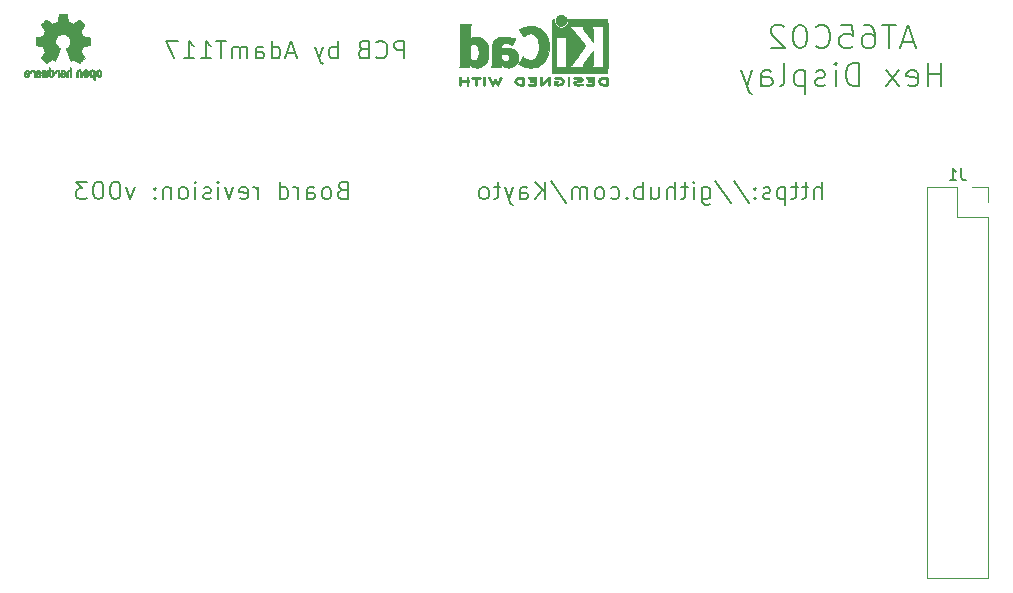
<source format=gbo>
G04 #@! TF.GenerationSoftware,KiCad,Pcbnew,(5.1.9)-1*
G04 #@! TF.CreationDate,2023-05-10T16:32:58+01:00*
G04 #@! TF.ProjectId,AT65C02_HEX_rev003,41543635-4330-4325-9f48-45585f726576,Rev003*
G04 #@! TF.SameCoordinates,Original*
G04 #@! TF.FileFunction,Legend,Bot*
G04 #@! TF.FilePolarity,Positive*
%FSLAX46Y46*%
G04 Gerber Fmt 4.6, Leading zero omitted, Abs format (unit mm)*
G04 Created by KiCad (PCBNEW (5.1.9)-1) date 2023-05-10 16:32:58*
%MOMM*%
%LPD*%
G01*
G04 APERTURE LIST*
%ADD10C,0.200000*%
%ADD11C,0.010000*%
%ADD12C,0.120000*%
%ADD13C,0.150000*%
%ADD14C,1.702000*%
%ADD15O,1.626000X2.626000*%
%ADD16O,1.602000X1.152000*%
%ADD17O,1.702000X1.702000*%
%ADD18C,2.442000*%
%ADD19O,1.802000X1.802000*%
%ADD20C,2.302000*%
G04 APERTURE END LIST*
D10*
X206502857Y-59678571D02*
X206502857Y-58178571D01*
X205860000Y-59678571D02*
X205860000Y-58892857D01*
X205931428Y-58750000D01*
X206074285Y-58678571D01*
X206288571Y-58678571D01*
X206431428Y-58750000D01*
X206502857Y-58821428D01*
X205360000Y-58678571D02*
X204788571Y-58678571D01*
X205145714Y-58178571D02*
X205145714Y-59464285D01*
X205074285Y-59607142D01*
X204931428Y-59678571D01*
X204788571Y-59678571D01*
X204502857Y-58678571D02*
X203931428Y-58678571D01*
X204288571Y-58178571D02*
X204288571Y-59464285D01*
X204217142Y-59607142D01*
X204074285Y-59678571D01*
X203931428Y-59678571D01*
X203431428Y-58678571D02*
X203431428Y-60178571D01*
X203431428Y-58750000D02*
X203288571Y-58678571D01*
X203002857Y-58678571D01*
X202860000Y-58750000D01*
X202788571Y-58821428D01*
X202717142Y-58964285D01*
X202717142Y-59392857D01*
X202788571Y-59535714D01*
X202860000Y-59607142D01*
X203002857Y-59678571D01*
X203288571Y-59678571D01*
X203431428Y-59607142D01*
X202145714Y-59607142D02*
X202002857Y-59678571D01*
X201717142Y-59678571D01*
X201574285Y-59607142D01*
X201502857Y-59464285D01*
X201502857Y-59392857D01*
X201574285Y-59250000D01*
X201717142Y-59178571D01*
X201931428Y-59178571D01*
X202074285Y-59107142D01*
X202145714Y-58964285D01*
X202145714Y-58892857D01*
X202074285Y-58750000D01*
X201931428Y-58678571D01*
X201717142Y-58678571D01*
X201574285Y-58750000D01*
X200860000Y-59535714D02*
X200788571Y-59607142D01*
X200860000Y-59678571D01*
X200931428Y-59607142D01*
X200860000Y-59535714D01*
X200860000Y-59678571D01*
X200860000Y-58750000D02*
X200788571Y-58821428D01*
X200860000Y-58892857D01*
X200931428Y-58821428D01*
X200860000Y-58750000D01*
X200860000Y-58892857D01*
X199074285Y-58107142D02*
X200360000Y-60035714D01*
X197502857Y-58107142D02*
X198788571Y-60035714D01*
X196360000Y-58678571D02*
X196360000Y-59892857D01*
X196431428Y-60035714D01*
X196502857Y-60107142D01*
X196645714Y-60178571D01*
X196860000Y-60178571D01*
X197002857Y-60107142D01*
X196360000Y-59607142D02*
X196502857Y-59678571D01*
X196788571Y-59678571D01*
X196931428Y-59607142D01*
X197002857Y-59535714D01*
X197074285Y-59392857D01*
X197074285Y-58964285D01*
X197002857Y-58821428D01*
X196931428Y-58750000D01*
X196788571Y-58678571D01*
X196502857Y-58678571D01*
X196360000Y-58750000D01*
X195645714Y-59678571D02*
X195645714Y-58678571D01*
X195645714Y-58178571D02*
X195717142Y-58250000D01*
X195645714Y-58321428D01*
X195574285Y-58250000D01*
X195645714Y-58178571D01*
X195645714Y-58321428D01*
X195145714Y-58678571D02*
X194574285Y-58678571D01*
X194931428Y-58178571D02*
X194931428Y-59464285D01*
X194860000Y-59607142D01*
X194717142Y-59678571D01*
X194574285Y-59678571D01*
X194074285Y-59678571D02*
X194074285Y-58178571D01*
X193431428Y-59678571D02*
X193431428Y-58892857D01*
X193502857Y-58750000D01*
X193645714Y-58678571D01*
X193860000Y-58678571D01*
X194002857Y-58750000D01*
X194074285Y-58821428D01*
X192074285Y-58678571D02*
X192074285Y-59678571D01*
X192717142Y-58678571D02*
X192717142Y-59464285D01*
X192645714Y-59607142D01*
X192502857Y-59678571D01*
X192288571Y-59678571D01*
X192145714Y-59607142D01*
X192074285Y-59535714D01*
X191360000Y-59678571D02*
X191360000Y-58178571D01*
X191360000Y-58750000D02*
X191217142Y-58678571D01*
X190931428Y-58678571D01*
X190788571Y-58750000D01*
X190717142Y-58821428D01*
X190645714Y-58964285D01*
X190645714Y-59392857D01*
X190717142Y-59535714D01*
X190788571Y-59607142D01*
X190931428Y-59678571D01*
X191217142Y-59678571D01*
X191360000Y-59607142D01*
X190002857Y-59535714D02*
X189931428Y-59607142D01*
X190002857Y-59678571D01*
X190074285Y-59607142D01*
X190002857Y-59535714D01*
X190002857Y-59678571D01*
X188645714Y-59607142D02*
X188788571Y-59678571D01*
X189074285Y-59678571D01*
X189217142Y-59607142D01*
X189288571Y-59535714D01*
X189360000Y-59392857D01*
X189360000Y-58964285D01*
X189288571Y-58821428D01*
X189217142Y-58750000D01*
X189074285Y-58678571D01*
X188788571Y-58678571D01*
X188645714Y-58750000D01*
X187788571Y-59678571D02*
X187931428Y-59607142D01*
X188002857Y-59535714D01*
X188074285Y-59392857D01*
X188074285Y-58964285D01*
X188002857Y-58821428D01*
X187931428Y-58750000D01*
X187788571Y-58678571D01*
X187574285Y-58678571D01*
X187431428Y-58750000D01*
X187360000Y-58821428D01*
X187288571Y-58964285D01*
X187288571Y-59392857D01*
X187360000Y-59535714D01*
X187431428Y-59607142D01*
X187574285Y-59678571D01*
X187788571Y-59678571D01*
X186645714Y-59678571D02*
X186645714Y-58678571D01*
X186645714Y-58821428D02*
X186574285Y-58750000D01*
X186431428Y-58678571D01*
X186217142Y-58678571D01*
X186074285Y-58750000D01*
X186002857Y-58892857D01*
X186002857Y-59678571D01*
X186002857Y-58892857D02*
X185931428Y-58750000D01*
X185788571Y-58678571D01*
X185574285Y-58678571D01*
X185431428Y-58750000D01*
X185360000Y-58892857D01*
X185360000Y-59678571D01*
X183574285Y-58107142D02*
X184860000Y-60035714D01*
X183074285Y-59678571D02*
X183074285Y-58178571D01*
X182217142Y-59678571D02*
X182860000Y-58821428D01*
X182217142Y-58178571D02*
X183074285Y-59035714D01*
X180931428Y-59678571D02*
X180931428Y-58892857D01*
X181002857Y-58750000D01*
X181145714Y-58678571D01*
X181431428Y-58678571D01*
X181574285Y-58750000D01*
X180931428Y-59607142D02*
X181074285Y-59678571D01*
X181431428Y-59678571D01*
X181574285Y-59607142D01*
X181645714Y-59464285D01*
X181645714Y-59321428D01*
X181574285Y-59178571D01*
X181431428Y-59107142D01*
X181074285Y-59107142D01*
X180931428Y-59035714D01*
X180360000Y-58678571D02*
X180002857Y-59678571D01*
X179645714Y-58678571D02*
X180002857Y-59678571D01*
X180145714Y-60035714D01*
X180217142Y-60107142D01*
X180360000Y-60178571D01*
X179288571Y-58678571D02*
X178717142Y-58678571D01*
X179074285Y-58178571D02*
X179074285Y-59464285D01*
X179002857Y-59607142D01*
X178860000Y-59678571D01*
X178717142Y-59678571D01*
X178002857Y-59678571D02*
X178145714Y-59607142D01*
X178217142Y-59535714D01*
X178288571Y-59392857D01*
X178288571Y-58964285D01*
X178217142Y-58821428D01*
X178145714Y-58750000D01*
X178002857Y-58678571D01*
X177788571Y-58678571D01*
X177645714Y-58750000D01*
X177574285Y-58821428D01*
X177502857Y-58964285D01*
X177502857Y-59392857D01*
X177574285Y-59535714D01*
X177645714Y-59607142D01*
X177788571Y-59678571D01*
X178002857Y-59678571D01*
X171152857Y-47753571D02*
X171152857Y-46253571D01*
X170581428Y-46253571D01*
X170438571Y-46325000D01*
X170367142Y-46396428D01*
X170295714Y-46539285D01*
X170295714Y-46753571D01*
X170367142Y-46896428D01*
X170438571Y-46967857D01*
X170581428Y-47039285D01*
X171152857Y-47039285D01*
X168795714Y-47610714D02*
X168867142Y-47682142D01*
X169081428Y-47753571D01*
X169224285Y-47753571D01*
X169438571Y-47682142D01*
X169581428Y-47539285D01*
X169652857Y-47396428D01*
X169724285Y-47110714D01*
X169724285Y-46896428D01*
X169652857Y-46610714D01*
X169581428Y-46467857D01*
X169438571Y-46325000D01*
X169224285Y-46253571D01*
X169081428Y-46253571D01*
X168867142Y-46325000D01*
X168795714Y-46396428D01*
X167652857Y-46967857D02*
X167438571Y-47039285D01*
X167367142Y-47110714D01*
X167295714Y-47253571D01*
X167295714Y-47467857D01*
X167367142Y-47610714D01*
X167438571Y-47682142D01*
X167581428Y-47753571D01*
X168152857Y-47753571D01*
X168152857Y-46253571D01*
X167652857Y-46253571D01*
X167510000Y-46325000D01*
X167438571Y-46396428D01*
X167367142Y-46539285D01*
X167367142Y-46682142D01*
X167438571Y-46825000D01*
X167510000Y-46896428D01*
X167652857Y-46967857D01*
X168152857Y-46967857D01*
X165510000Y-47753571D02*
X165510000Y-46253571D01*
X165510000Y-46825000D02*
X165367142Y-46753571D01*
X165081428Y-46753571D01*
X164938571Y-46825000D01*
X164867142Y-46896428D01*
X164795714Y-47039285D01*
X164795714Y-47467857D01*
X164867142Y-47610714D01*
X164938571Y-47682142D01*
X165081428Y-47753571D01*
X165367142Y-47753571D01*
X165510000Y-47682142D01*
X164295714Y-46753571D02*
X163938571Y-47753571D01*
X163581428Y-46753571D02*
X163938571Y-47753571D01*
X164081428Y-48110714D01*
X164152857Y-48182142D01*
X164295714Y-48253571D01*
X161938571Y-47325000D02*
X161224285Y-47325000D01*
X162081428Y-47753571D02*
X161581428Y-46253571D01*
X161081428Y-47753571D01*
X159938571Y-47753571D02*
X159938571Y-46253571D01*
X159938571Y-47682142D02*
X160081428Y-47753571D01*
X160367142Y-47753571D01*
X160510000Y-47682142D01*
X160581428Y-47610714D01*
X160652857Y-47467857D01*
X160652857Y-47039285D01*
X160581428Y-46896428D01*
X160510000Y-46825000D01*
X160367142Y-46753571D01*
X160081428Y-46753571D01*
X159938571Y-46825000D01*
X158581428Y-47753571D02*
X158581428Y-46967857D01*
X158652857Y-46825000D01*
X158795714Y-46753571D01*
X159081428Y-46753571D01*
X159224285Y-46825000D01*
X158581428Y-47682142D02*
X158724285Y-47753571D01*
X159081428Y-47753571D01*
X159224285Y-47682142D01*
X159295714Y-47539285D01*
X159295714Y-47396428D01*
X159224285Y-47253571D01*
X159081428Y-47182142D01*
X158724285Y-47182142D01*
X158581428Y-47110714D01*
X157867142Y-47753571D02*
X157867142Y-46753571D01*
X157867142Y-46896428D02*
X157795714Y-46825000D01*
X157652857Y-46753571D01*
X157438571Y-46753571D01*
X157295714Y-46825000D01*
X157224285Y-46967857D01*
X157224285Y-47753571D01*
X157224285Y-46967857D02*
X157152857Y-46825000D01*
X157010000Y-46753571D01*
X156795714Y-46753571D01*
X156652857Y-46825000D01*
X156581428Y-46967857D01*
X156581428Y-47753571D01*
X156081428Y-46253571D02*
X155224285Y-46253571D01*
X155652857Y-47753571D02*
X155652857Y-46253571D01*
X153938571Y-47753571D02*
X154795714Y-47753571D01*
X154367142Y-47753571D02*
X154367142Y-46253571D01*
X154510000Y-46467857D01*
X154652857Y-46610714D01*
X154795714Y-46682142D01*
X152510000Y-47753571D02*
X153367142Y-47753571D01*
X152938571Y-47753571D02*
X152938571Y-46253571D01*
X153081428Y-46467857D01*
X153224285Y-46610714D01*
X153367142Y-46682142D01*
X152010000Y-46253571D02*
X151010000Y-46253571D01*
X151652857Y-47753571D01*
X214287619Y-46333333D02*
X213335238Y-46333333D01*
X214478095Y-46904761D02*
X213811428Y-44904761D01*
X213144761Y-46904761D01*
X212763809Y-44904761D02*
X211620952Y-44904761D01*
X212192380Y-46904761D02*
X212192380Y-44904761D01*
X210097142Y-44904761D02*
X210478095Y-44904761D01*
X210668571Y-45000000D01*
X210763809Y-45095238D01*
X210954285Y-45380952D01*
X211049523Y-45761904D01*
X211049523Y-46523809D01*
X210954285Y-46714285D01*
X210859047Y-46809523D01*
X210668571Y-46904761D01*
X210287619Y-46904761D01*
X210097142Y-46809523D01*
X210001904Y-46714285D01*
X209906666Y-46523809D01*
X209906666Y-46047619D01*
X210001904Y-45857142D01*
X210097142Y-45761904D01*
X210287619Y-45666666D01*
X210668571Y-45666666D01*
X210859047Y-45761904D01*
X210954285Y-45857142D01*
X211049523Y-46047619D01*
X208097142Y-44904761D02*
X209049523Y-44904761D01*
X209144761Y-45857142D01*
X209049523Y-45761904D01*
X208859047Y-45666666D01*
X208382857Y-45666666D01*
X208192380Y-45761904D01*
X208097142Y-45857142D01*
X208001904Y-46047619D01*
X208001904Y-46523809D01*
X208097142Y-46714285D01*
X208192380Y-46809523D01*
X208382857Y-46904761D01*
X208859047Y-46904761D01*
X209049523Y-46809523D01*
X209144761Y-46714285D01*
X206001904Y-46714285D02*
X206097142Y-46809523D01*
X206382857Y-46904761D01*
X206573333Y-46904761D01*
X206859047Y-46809523D01*
X207049523Y-46619047D01*
X207144761Y-46428571D01*
X207240000Y-46047619D01*
X207240000Y-45761904D01*
X207144761Y-45380952D01*
X207049523Y-45190476D01*
X206859047Y-45000000D01*
X206573333Y-44904761D01*
X206382857Y-44904761D01*
X206097142Y-45000000D01*
X206001904Y-45095238D01*
X204763809Y-44904761D02*
X204573333Y-44904761D01*
X204382857Y-45000000D01*
X204287619Y-45095238D01*
X204192380Y-45285714D01*
X204097142Y-45666666D01*
X204097142Y-46142857D01*
X204192380Y-46523809D01*
X204287619Y-46714285D01*
X204382857Y-46809523D01*
X204573333Y-46904761D01*
X204763809Y-46904761D01*
X204954285Y-46809523D01*
X205049523Y-46714285D01*
X205144761Y-46523809D01*
X205240000Y-46142857D01*
X205240000Y-45666666D01*
X205144761Y-45285714D01*
X205049523Y-45095238D01*
X204954285Y-45000000D01*
X204763809Y-44904761D01*
X203335238Y-45095238D02*
X203240000Y-45000000D01*
X203049523Y-44904761D01*
X202573333Y-44904761D01*
X202382857Y-45000000D01*
X202287619Y-45095238D01*
X202192380Y-45285714D01*
X202192380Y-45476190D01*
X202287619Y-45761904D01*
X203430476Y-46904761D01*
X202192380Y-46904761D01*
X216620952Y-50104761D02*
X216620952Y-48104761D01*
X216620952Y-49057142D02*
X215478095Y-49057142D01*
X215478095Y-50104761D02*
X215478095Y-48104761D01*
X213763809Y-50009523D02*
X213954285Y-50104761D01*
X214335238Y-50104761D01*
X214525714Y-50009523D01*
X214620952Y-49819047D01*
X214620952Y-49057142D01*
X214525714Y-48866666D01*
X214335238Y-48771428D01*
X213954285Y-48771428D01*
X213763809Y-48866666D01*
X213668571Y-49057142D01*
X213668571Y-49247619D01*
X214620952Y-49438095D01*
X213001904Y-50104761D02*
X211954285Y-48771428D01*
X213001904Y-48771428D02*
X211954285Y-50104761D01*
X209668571Y-50104761D02*
X209668571Y-48104761D01*
X209192380Y-48104761D01*
X208906666Y-48200000D01*
X208716190Y-48390476D01*
X208620952Y-48580952D01*
X208525714Y-48961904D01*
X208525714Y-49247619D01*
X208620952Y-49628571D01*
X208716190Y-49819047D01*
X208906666Y-50009523D01*
X209192380Y-50104761D01*
X209668571Y-50104761D01*
X207668571Y-50104761D02*
X207668571Y-48771428D01*
X207668571Y-48104761D02*
X207763809Y-48200000D01*
X207668571Y-48295238D01*
X207573333Y-48200000D01*
X207668571Y-48104761D01*
X207668571Y-48295238D01*
X206811428Y-50009523D02*
X206620952Y-50104761D01*
X206240000Y-50104761D01*
X206049523Y-50009523D01*
X205954285Y-49819047D01*
X205954285Y-49723809D01*
X206049523Y-49533333D01*
X206240000Y-49438095D01*
X206525714Y-49438095D01*
X206716190Y-49342857D01*
X206811428Y-49152380D01*
X206811428Y-49057142D01*
X206716190Y-48866666D01*
X206525714Y-48771428D01*
X206240000Y-48771428D01*
X206049523Y-48866666D01*
X205097142Y-48771428D02*
X205097142Y-50771428D01*
X205097142Y-48866666D02*
X204906666Y-48771428D01*
X204525714Y-48771428D01*
X204335238Y-48866666D01*
X204240000Y-48961904D01*
X204144761Y-49152380D01*
X204144761Y-49723809D01*
X204240000Y-49914285D01*
X204335238Y-50009523D01*
X204525714Y-50104761D01*
X204906666Y-50104761D01*
X205097142Y-50009523D01*
X203001904Y-50104761D02*
X203192380Y-50009523D01*
X203287619Y-49819047D01*
X203287619Y-48104761D01*
X201382857Y-50104761D02*
X201382857Y-49057142D01*
X201478095Y-48866666D01*
X201668571Y-48771428D01*
X202049523Y-48771428D01*
X202240000Y-48866666D01*
X201382857Y-50009523D02*
X201573333Y-50104761D01*
X202049523Y-50104761D01*
X202240000Y-50009523D01*
X202335238Y-49819047D01*
X202335238Y-49628571D01*
X202240000Y-49438095D01*
X202049523Y-49342857D01*
X201573333Y-49342857D01*
X201382857Y-49247619D01*
X200620952Y-48771428D02*
X200144761Y-50104761D01*
X199668571Y-48771428D02*
X200144761Y-50104761D01*
X200335238Y-50580952D01*
X200430476Y-50676190D01*
X200620952Y-50771428D01*
X165902857Y-58892857D02*
X165688571Y-58964285D01*
X165617142Y-59035714D01*
X165545714Y-59178571D01*
X165545714Y-59392857D01*
X165617142Y-59535714D01*
X165688571Y-59607142D01*
X165831428Y-59678571D01*
X166402857Y-59678571D01*
X166402857Y-58178571D01*
X165902857Y-58178571D01*
X165760000Y-58250000D01*
X165688571Y-58321428D01*
X165617142Y-58464285D01*
X165617142Y-58607142D01*
X165688571Y-58750000D01*
X165760000Y-58821428D01*
X165902857Y-58892857D01*
X166402857Y-58892857D01*
X164688571Y-59678571D02*
X164831428Y-59607142D01*
X164902857Y-59535714D01*
X164974285Y-59392857D01*
X164974285Y-58964285D01*
X164902857Y-58821428D01*
X164831428Y-58750000D01*
X164688571Y-58678571D01*
X164474285Y-58678571D01*
X164331428Y-58750000D01*
X164260000Y-58821428D01*
X164188571Y-58964285D01*
X164188571Y-59392857D01*
X164260000Y-59535714D01*
X164331428Y-59607142D01*
X164474285Y-59678571D01*
X164688571Y-59678571D01*
X162902857Y-59678571D02*
X162902857Y-58892857D01*
X162974285Y-58750000D01*
X163117142Y-58678571D01*
X163402857Y-58678571D01*
X163545714Y-58750000D01*
X162902857Y-59607142D02*
X163045714Y-59678571D01*
X163402857Y-59678571D01*
X163545714Y-59607142D01*
X163617142Y-59464285D01*
X163617142Y-59321428D01*
X163545714Y-59178571D01*
X163402857Y-59107142D01*
X163045714Y-59107142D01*
X162902857Y-59035714D01*
X162188571Y-59678571D02*
X162188571Y-58678571D01*
X162188571Y-58964285D02*
X162117142Y-58821428D01*
X162045714Y-58750000D01*
X161902857Y-58678571D01*
X161760000Y-58678571D01*
X160617142Y-59678571D02*
X160617142Y-58178571D01*
X160617142Y-59607142D02*
X160760000Y-59678571D01*
X161045714Y-59678571D01*
X161188571Y-59607142D01*
X161260000Y-59535714D01*
X161331428Y-59392857D01*
X161331428Y-58964285D01*
X161260000Y-58821428D01*
X161188571Y-58750000D01*
X161045714Y-58678571D01*
X160760000Y-58678571D01*
X160617142Y-58750000D01*
X158760000Y-59678571D02*
X158760000Y-58678571D01*
X158760000Y-58964285D02*
X158688571Y-58821428D01*
X158617142Y-58750000D01*
X158474285Y-58678571D01*
X158331428Y-58678571D01*
X157260000Y-59607142D02*
X157402857Y-59678571D01*
X157688571Y-59678571D01*
X157831428Y-59607142D01*
X157902857Y-59464285D01*
X157902857Y-58892857D01*
X157831428Y-58750000D01*
X157688571Y-58678571D01*
X157402857Y-58678571D01*
X157260000Y-58750000D01*
X157188571Y-58892857D01*
X157188571Y-59035714D01*
X157902857Y-59178571D01*
X156688571Y-58678571D02*
X156331428Y-59678571D01*
X155974285Y-58678571D01*
X155402857Y-59678571D02*
X155402857Y-58678571D01*
X155402857Y-58178571D02*
X155474285Y-58250000D01*
X155402857Y-58321428D01*
X155331428Y-58250000D01*
X155402857Y-58178571D01*
X155402857Y-58321428D01*
X154760000Y-59607142D02*
X154617142Y-59678571D01*
X154331428Y-59678571D01*
X154188571Y-59607142D01*
X154117142Y-59464285D01*
X154117142Y-59392857D01*
X154188571Y-59250000D01*
X154331428Y-59178571D01*
X154545714Y-59178571D01*
X154688571Y-59107142D01*
X154760000Y-58964285D01*
X154760000Y-58892857D01*
X154688571Y-58750000D01*
X154545714Y-58678571D01*
X154331428Y-58678571D01*
X154188571Y-58750000D01*
X153474285Y-59678571D02*
X153474285Y-58678571D01*
X153474285Y-58178571D02*
X153545714Y-58250000D01*
X153474285Y-58321428D01*
X153402857Y-58250000D01*
X153474285Y-58178571D01*
X153474285Y-58321428D01*
X152545714Y-59678571D02*
X152688571Y-59607142D01*
X152760000Y-59535714D01*
X152831428Y-59392857D01*
X152831428Y-58964285D01*
X152760000Y-58821428D01*
X152688571Y-58750000D01*
X152545714Y-58678571D01*
X152331428Y-58678571D01*
X152188571Y-58750000D01*
X152117142Y-58821428D01*
X152045714Y-58964285D01*
X152045714Y-59392857D01*
X152117142Y-59535714D01*
X152188571Y-59607142D01*
X152331428Y-59678571D01*
X152545714Y-59678571D01*
X151402857Y-58678571D02*
X151402857Y-59678571D01*
X151402857Y-58821428D02*
X151331428Y-58750000D01*
X151188571Y-58678571D01*
X150974285Y-58678571D01*
X150831428Y-58750000D01*
X150760000Y-58892857D01*
X150760000Y-59678571D01*
X150045714Y-59535714D02*
X149974285Y-59607142D01*
X150045714Y-59678571D01*
X150117142Y-59607142D01*
X150045714Y-59535714D01*
X150045714Y-59678571D01*
X150045714Y-58750000D02*
X149974285Y-58821428D01*
X150045714Y-58892857D01*
X150117142Y-58821428D01*
X150045714Y-58750000D01*
X150045714Y-58892857D01*
X148331428Y-58678571D02*
X147974285Y-59678571D01*
X147617142Y-58678571D01*
X146760000Y-58178571D02*
X146617142Y-58178571D01*
X146474285Y-58250000D01*
X146402857Y-58321428D01*
X146331428Y-58464285D01*
X146260000Y-58750000D01*
X146260000Y-59107142D01*
X146331428Y-59392857D01*
X146402857Y-59535714D01*
X146474285Y-59607142D01*
X146617142Y-59678571D01*
X146760000Y-59678571D01*
X146902857Y-59607142D01*
X146974285Y-59535714D01*
X147045714Y-59392857D01*
X147117142Y-59107142D01*
X147117142Y-58750000D01*
X147045714Y-58464285D01*
X146974285Y-58321428D01*
X146902857Y-58250000D01*
X146760000Y-58178571D01*
X145331428Y-58178571D02*
X145188571Y-58178571D01*
X145045714Y-58250000D01*
X144974285Y-58321428D01*
X144902857Y-58464285D01*
X144831428Y-58750000D01*
X144831428Y-59107142D01*
X144902857Y-59392857D01*
X144974285Y-59535714D01*
X145045714Y-59607142D01*
X145188571Y-59678571D01*
X145331428Y-59678571D01*
X145474285Y-59607142D01*
X145545714Y-59535714D01*
X145617142Y-59392857D01*
X145688571Y-59107142D01*
X145688571Y-58750000D01*
X145617142Y-58464285D01*
X145545714Y-58321428D01*
X145474285Y-58250000D01*
X145331428Y-58178571D01*
X144331428Y-58178571D02*
X143402857Y-58178571D01*
X143902857Y-58750000D01*
X143688571Y-58750000D01*
X143545714Y-58821428D01*
X143474285Y-58892857D01*
X143402857Y-59035714D01*
X143402857Y-59392857D01*
X143474285Y-59535714D01*
X143545714Y-59607142D01*
X143688571Y-59678571D01*
X144117142Y-59678571D01*
X144260000Y-59607142D01*
X144331428Y-59535714D01*
D11*
G36*
X144640256Y-48694918D02*
G01*
X144584799Y-48722568D01*
X144535852Y-48773480D01*
X144522371Y-48792338D01*
X144507686Y-48817015D01*
X144498158Y-48843816D01*
X144492707Y-48879587D01*
X144490253Y-48931169D01*
X144489714Y-48999267D01*
X144492148Y-49092588D01*
X144500606Y-49162657D01*
X144516826Y-49214931D01*
X144542546Y-49254869D01*
X144579503Y-49287929D01*
X144582218Y-49289886D01*
X144618640Y-49309908D01*
X144662498Y-49319815D01*
X144718276Y-49322257D01*
X144808952Y-49322257D01*
X144808990Y-49410283D01*
X144809834Y-49459308D01*
X144814976Y-49488065D01*
X144828413Y-49505311D01*
X144854142Y-49519808D01*
X144860321Y-49522769D01*
X144889236Y-49536648D01*
X144911624Y-49545414D01*
X144928271Y-49546171D01*
X144939964Y-49536023D01*
X144947490Y-49512073D01*
X144951634Y-49471426D01*
X144953185Y-49411186D01*
X144952929Y-49328455D01*
X144951651Y-49220339D01*
X144951252Y-49188000D01*
X144949815Y-49076524D01*
X144948528Y-49003603D01*
X144809029Y-49003603D01*
X144808245Y-49065499D01*
X144804760Y-49105997D01*
X144796876Y-49132708D01*
X144782895Y-49153244D01*
X144773403Y-49163260D01*
X144734596Y-49192567D01*
X144700237Y-49194952D01*
X144664784Y-49170750D01*
X144663886Y-49169857D01*
X144649461Y-49151153D01*
X144640687Y-49125732D01*
X144636261Y-49086584D01*
X144634882Y-49026697D01*
X144634857Y-49013430D01*
X144638188Y-48930901D01*
X144649031Y-48873691D01*
X144668660Y-48838766D01*
X144698350Y-48823094D01*
X144715509Y-48821514D01*
X144756234Y-48828926D01*
X144784168Y-48853330D01*
X144800983Y-48897980D01*
X144808350Y-48966130D01*
X144809029Y-49003603D01*
X144948528Y-49003603D01*
X144948292Y-48990245D01*
X144946323Y-48925333D01*
X144943550Y-48877958D01*
X144939612Y-48844290D01*
X144934151Y-48820498D01*
X144926808Y-48802753D01*
X144917223Y-48787224D01*
X144913113Y-48781381D01*
X144858595Y-48726185D01*
X144789664Y-48694890D01*
X144709928Y-48686165D01*
X144640256Y-48694918D01*
G37*
X144640256Y-48694918D02*
X144584799Y-48722568D01*
X144535852Y-48773480D01*
X144522371Y-48792338D01*
X144507686Y-48817015D01*
X144498158Y-48843816D01*
X144492707Y-48879587D01*
X144490253Y-48931169D01*
X144489714Y-48999267D01*
X144492148Y-49092588D01*
X144500606Y-49162657D01*
X144516826Y-49214931D01*
X144542546Y-49254869D01*
X144579503Y-49287929D01*
X144582218Y-49289886D01*
X144618640Y-49309908D01*
X144662498Y-49319815D01*
X144718276Y-49322257D01*
X144808952Y-49322257D01*
X144808990Y-49410283D01*
X144809834Y-49459308D01*
X144814976Y-49488065D01*
X144828413Y-49505311D01*
X144854142Y-49519808D01*
X144860321Y-49522769D01*
X144889236Y-49536648D01*
X144911624Y-49545414D01*
X144928271Y-49546171D01*
X144939964Y-49536023D01*
X144947490Y-49512073D01*
X144951634Y-49471426D01*
X144953185Y-49411186D01*
X144952929Y-49328455D01*
X144951651Y-49220339D01*
X144951252Y-49188000D01*
X144949815Y-49076524D01*
X144948528Y-49003603D01*
X144809029Y-49003603D01*
X144808245Y-49065499D01*
X144804760Y-49105997D01*
X144796876Y-49132708D01*
X144782895Y-49153244D01*
X144773403Y-49163260D01*
X144734596Y-49192567D01*
X144700237Y-49194952D01*
X144664784Y-49170750D01*
X144663886Y-49169857D01*
X144649461Y-49151153D01*
X144640687Y-49125732D01*
X144636261Y-49086584D01*
X144634882Y-49026697D01*
X144634857Y-49013430D01*
X144638188Y-48930901D01*
X144649031Y-48873691D01*
X144668660Y-48838766D01*
X144698350Y-48823094D01*
X144715509Y-48821514D01*
X144756234Y-48828926D01*
X144784168Y-48853330D01*
X144800983Y-48897980D01*
X144808350Y-48966130D01*
X144809029Y-49003603D01*
X144948528Y-49003603D01*
X144948292Y-48990245D01*
X144946323Y-48925333D01*
X144943550Y-48877958D01*
X144939612Y-48844290D01*
X144934151Y-48820498D01*
X144926808Y-48802753D01*
X144917223Y-48787224D01*
X144913113Y-48781381D01*
X144858595Y-48726185D01*
X144789664Y-48694890D01*
X144709928Y-48686165D01*
X144640256Y-48694918D01*
G36*
X143523907Y-48702780D02*
G01*
X143477328Y-48729723D01*
X143444943Y-48756466D01*
X143421258Y-48784484D01*
X143404941Y-48818748D01*
X143394661Y-48864227D01*
X143389086Y-48925892D01*
X143386884Y-49008711D01*
X143386629Y-49068246D01*
X143386629Y-49287391D01*
X143448314Y-49315044D01*
X143510000Y-49342697D01*
X143517257Y-49102670D01*
X143520256Y-49013028D01*
X143523402Y-48947962D01*
X143527299Y-48903026D01*
X143532553Y-48873770D01*
X143539769Y-48855748D01*
X143549550Y-48844511D01*
X143552688Y-48842079D01*
X143600239Y-48823083D01*
X143648303Y-48830600D01*
X143676914Y-48850543D01*
X143688553Y-48864675D01*
X143696609Y-48883220D01*
X143701729Y-48911334D01*
X143704559Y-48954173D01*
X143705744Y-49016895D01*
X143705943Y-49082261D01*
X143705982Y-49164268D01*
X143707386Y-49222316D01*
X143712086Y-49261465D01*
X143722013Y-49286780D01*
X143739097Y-49303323D01*
X143765268Y-49316156D01*
X143800225Y-49329491D01*
X143838404Y-49344007D01*
X143833859Y-49086389D01*
X143832029Y-48993519D01*
X143829888Y-48924889D01*
X143826819Y-48875711D01*
X143822206Y-48841198D01*
X143815432Y-48816562D01*
X143805881Y-48797016D01*
X143794366Y-48779770D01*
X143738810Y-48724680D01*
X143671020Y-48692822D01*
X143597287Y-48685191D01*
X143523907Y-48702780D01*
G37*
X143523907Y-48702780D02*
X143477328Y-48729723D01*
X143444943Y-48756466D01*
X143421258Y-48784484D01*
X143404941Y-48818748D01*
X143394661Y-48864227D01*
X143389086Y-48925892D01*
X143386884Y-49008711D01*
X143386629Y-49068246D01*
X143386629Y-49287391D01*
X143448314Y-49315044D01*
X143510000Y-49342697D01*
X143517257Y-49102670D01*
X143520256Y-49013028D01*
X143523402Y-48947962D01*
X143527299Y-48903026D01*
X143532553Y-48873770D01*
X143539769Y-48855748D01*
X143549550Y-48844511D01*
X143552688Y-48842079D01*
X143600239Y-48823083D01*
X143648303Y-48830600D01*
X143676914Y-48850543D01*
X143688553Y-48864675D01*
X143696609Y-48883220D01*
X143701729Y-48911334D01*
X143704559Y-48954173D01*
X143705744Y-49016895D01*
X143705943Y-49082261D01*
X143705982Y-49164268D01*
X143707386Y-49222316D01*
X143712086Y-49261465D01*
X143722013Y-49286780D01*
X143739097Y-49303323D01*
X143765268Y-49316156D01*
X143800225Y-49329491D01*
X143838404Y-49344007D01*
X143833859Y-49086389D01*
X143832029Y-48993519D01*
X143829888Y-48924889D01*
X143826819Y-48875711D01*
X143822206Y-48841198D01*
X143815432Y-48816562D01*
X143805881Y-48797016D01*
X143794366Y-48779770D01*
X143738810Y-48724680D01*
X143671020Y-48692822D01*
X143597287Y-48685191D01*
X143523907Y-48702780D01*
G36*
X145198885Y-48696962D02*
G01*
X145130855Y-48732733D01*
X145080649Y-48790301D01*
X145062815Y-48827312D01*
X145048937Y-48882882D01*
X145041833Y-48953096D01*
X145041160Y-49029727D01*
X145046573Y-49104552D01*
X145057730Y-49169342D01*
X145074286Y-49215873D01*
X145079374Y-49223887D01*
X145139645Y-49283707D01*
X145211231Y-49319535D01*
X145288908Y-49330020D01*
X145367452Y-49313810D01*
X145389311Y-49304092D01*
X145431878Y-49274143D01*
X145469237Y-49234433D01*
X145472768Y-49229397D01*
X145487119Y-49205124D01*
X145496606Y-49179178D01*
X145502210Y-49145022D01*
X145504914Y-49096119D01*
X145505701Y-49025935D01*
X145505714Y-49010200D01*
X145505678Y-49005192D01*
X145360571Y-49005192D01*
X145359727Y-49071430D01*
X145356404Y-49115386D01*
X145349417Y-49143779D01*
X145337584Y-49163325D01*
X145331543Y-49169857D01*
X145296814Y-49194680D01*
X145263097Y-49193548D01*
X145229005Y-49172016D01*
X145208671Y-49149029D01*
X145196629Y-49115478D01*
X145189866Y-49062569D01*
X145189402Y-49056399D01*
X145188248Y-48960513D01*
X145200312Y-48889299D01*
X145225430Y-48843194D01*
X145263440Y-48822635D01*
X145277008Y-48821514D01*
X145312636Y-48827152D01*
X145337006Y-48846686D01*
X145351907Y-48884042D01*
X145359125Y-48943150D01*
X145360571Y-49005192D01*
X145505678Y-49005192D01*
X145505174Y-48935413D01*
X145502904Y-48883159D01*
X145497932Y-48846949D01*
X145489287Y-48820299D01*
X145475995Y-48796722D01*
X145473057Y-48792338D01*
X145423687Y-48733249D01*
X145369891Y-48698947D01*
X145304398Y-48685331D01*
X145282158Y-48684665D01*
X145198885Y-48696962D01*
G37*
X145198885Y-48696962D02*
X145130855Y-48732733D01*
X145080649Y-48790301D01*
X145062815Y-48827312D01*
X145048937Y-48882882D01*
X145041833Y-48953096D01*
X145041160Y-49029727D01*
X145046573Y-49104552D01*
X145057730Y-49169342D01*
X145074286Y-49215873D01*
X145079374Y-49223887D01*
X145139645Y-49283707D01*
X145211231Y-49319535D01*
X145288908Y-49330020D01*
X145367452Y-49313810D01*
X145389311Y-49304092D01*
X145431878Y-49274143D01*
X145469237Y-49234433D01*
X145472768Y-49229397D01*
X145487119Y-49205124D01*
X145496606Y-49179178D01*
X145502210Y-49145022D01*
X145504914Y-49096119D01*
X145505701Y-49025935D01*
X145505714Y-49010200D01*
X145505678Y-49005192D01*
X145360571Y-49005192D01*
X145359727Y-49071430D01*
X145356404Y-49115386D01*
X145349417Y-49143779D01*
X145337584Y-49163325D01*
X145331543Y-49169857D01*
X145296814Y-49194680D01*
X145263097Y-49193548D01*
X145229005Y-49172016D01*
X145208671Y-49149029D01*
X145196629Y-49115478D01*
X145189866Y-49062569D01*
X145189402Y-49056399D01*
X145188248Y-48960513D01*
X145200312Y-48889299D01*
X145225430Y-48843194D01*
X145263440Y-48822635D01*
X145277008Y-48821514D01*
X145312636Y-48827152D01*
X145337006Y-48846686D01*
X145351907Y-48884042D01*
X145359125Y-48943150D01*
X145360571Y-49005192D01*
X145505678Y-49005192D01*
X145505174Y-48935413D01*
X145502904Y-48883159D01*
X145497932Y-48846949D01*
X145489287Y-48820299D01*
X145475995Y-48796722D01*
X145473057Y-48792338D01*
X145423687Y-48733249D01*
X145369891Y-48698947D01*
X145304398Y-48685331D01*
X145282158Y-48684665D01*
X145198885Y-48696962D01*
G36*
X144071697Y-48706239D02*
G01*
X144014473Y-48744735D01*
X143970251Y-48800335D01*
X143943833Y-48871086D01*
X143938490Y-48923162D01*
X143939097Y-48944893D01*
X143944178Y-48961531D01*
X143958145Y-48976437D01*
X143985411Y-48992973D01*
X144030388Y-49014498D01*
X144097489Y-49044374D01*
X144097829Y-49044524D01*
X144159593Y-49072813D01*
X144210241Y-49097933D01*
X144244596Y-49117179D01*
X144257482Y-49127848D01*
X144257486Y-49127934D01*
X144246128Y-49151166D01*
X144219569Y-49176774D01*
X144189077Y-49195221D01*
X144173630Y-49198886D01*
X144131485Y-49186212D01*
X144095192Y-49154471D01*
X144077483Y-49119572D01*
X144060448Y-49093845D01*
X144027078Y-49064546D01*
X143987851Y-49039235D01*
X143953244Y-49025471D01*
X143946007Y-49024714D01*
X143937861Y-49037160D01*
X143937370Y-49068972D01*
X143943357Y-49111866D01*
X143954643Y-49157558D01*
X143970050Y-49197761D01*
X143970829Y-49199322D01*
X144017196Y-49264062D01*
X144077289Y-49308097D01*
X144145535Y-49329711D01*
X144216362Y-49327185D01*
X144284196Y-49298804D01*
X144287212Y-49296808D01*
X144340573Y-49248448D01*
X144375660Y-49185352D01*
X144395078Y-49102387D01*
X144397684Y-49079078D01*
X144402299Y-48969055D01*
X144396767Y-48917748D01*
X144257486Y-48917748D01*
X144255676Y-48949753D01*
X144245778Y-48959093D01*
X144221102Y-48952105D01*
X144182205Y-48935587D01*
X144138725Y-48914881D01*
X144137644Y-48914333D01*
X144100791Y-48894949D01*
X144086000Y-48882013D01*
X144089647Y-48868451D01*
X144105005Y-48850632D01*
X144144077Y-48824845D01*
X144186154Y-48822950D01*
X144223897Y-48841717D01*
X144249966Y-48877915D01*
X144257486Y-48917748D01*
X144396767Y-48917748D01*
X144392806Y-48881027D01*
X144368450Y-48811212D01*
X144334544Y-48762302D01*
X144273347Y-48712878D01*
X144205937Y-48688359D01*
X144137120Y-48686797D01*
X144071697Y-48706239D01*
G37*
X144071697Y-48706239D02*
X144014473Y-48744735D01*
X143970251Y-48800335D01*
X143943833Y-48871086D01*
X143938490Y-48923162D01*
X143939097Y-48944893D01*
X143944178Y-48961531D01*
X143958145Y-48976437D01*
X143985411Y-48992973D01*
X144030388Y-49014498D01*
X144097489Y-49044374D01*
X144097829Y-49044524D01*
X144159593Y-49072813D01*
X144210241Y-49097933D01*
X144244596Y-49117179D01*
X144257482Y-49127848D01*
X144257486Y-49127934D01*
X144246128Y-49151166D01*
X144219569Y-49176774D01*
X144189077Y-49195221D01*
X144173630Y-49198886D01*
X144131485Y-49186212D01*
X144095192Y-49154471D01*
X144077483Y-49119572D01*
X144060448Y-49093845D01*
X144027078Y-49064546D01*
X143987851Y-49039235D01*
X143953244Y-49025471D01*
X143946007Y-49024714D01*
X143937861Y-49037160D01*
X143937370Y-49068972D01*
X143943357Y-49111866D01*
X143954643Y-49157558D01*
X143970050Y-49197761D01*
X143970829Y-49199322D01*
X144017196Y-49264062D01*
X144077289Y-49308097D01*
X144145535Y-49329711D01*
X144216362Y-49327185D01*
X144284196Y-49298804D01*
X144287212Y-49296808D01*
X144340573Y-49248448D01*
X144375660Y-49185352D01*
X144395078Y-49102387D01*
X144397684Y-49079078D01*
X144402299Y-48969055D01*
X144396767Y-48917748D01*
X144257486Y-48917748D01*
X144255676Y-48949753D01*
X144245778Y-48959093D01*
X144221102Y-48952105D01*
X144182205Y-48935587D01*
X144138725Y-48914881D01*
X144137644Y-48914333D01*
X144100791Y-48894949D01*
X144086000Y-48882013D01*
X144089647Y-48868451D01*
X144105005Y-48850632D01*
X144144077Y-48824845D01*
X144186154Y-48822950D01*
X144223897Y-48841717D01*
X144249966Y-48877915D01*
X144257486Y-48917748D01*
X144396767Y-48917748D01*
X144392806Y-48881027D01*
X144368450Y-48811212D01*
X144334544Y-48762302D01*
X144273347Y-48712878D01*
X144205937Y-48688359D01*
X144137120Y-48686797D01*
X144071697Y-48706239D01*
G36*
X142864114Y-48626289D02*
G01*
X142859861Y-48685613D01*
X142854975Y-48720572D01*
X142848205Y-48735820D01*
X142838298Y-48736015D01*
X142835086Y-48734195D01*
X142792356Y-48721015D01*
X142736773Y-48721785D01*
X142680263Y-48735333D01*
X142644918Y-48752861D01*
X142608679Y-48780861D01*
X142582187Y-48812549D01*
X142564001Y-48852813D01*
X142552678Y-48906543D01*
X142546778Y-48978626D01*
X142544857Y-49073951D01*
X142544823Y-49092237D01*
X142544800Y-49297646D01*
X142590509Y-49313580D01*
X142622973Y-49324420D01*
X142640785Y-49329468D01*
X142641309Y-49329514D01*
X142643063Y-49315828D01*
X142644556Y-49278076D01*
X142645674Y-49221224D01*
X142646303Y-49150234D01*
X142646400Y-49107073D01*
X142646602Y-49021973D01*
X142647642Y-48960981D01*
X142650169Y-48919177D01*
X142654836Y-48891642D01*
X142662293Y-48873456D01*
X142673189Y-48859698D01*
X142679993Y-48853073D01*
X142726728Y-48826375D01*
X142777728Y-48824375D01*
X142823999Y-48846955D01*
X142832556Y-48855107D01*
X142845107Y-48870436D01*
X142853812Y-48888618D01*
X142859369Y-48914909D01*
X142862474Y-48954562D01*
X142863824Y-49012832D01*
X142864114Y-49093173D01*
X142864114Y-49297646D01*
X142909823Y-49313580D01*
X142942287Y-49324420D01*
X142960099Y-49329468D01*
X142960623Y-49329514D01*
X142961963Y-49315623D01*
X142963172Y-49276439D01*
X142964199Y-49215700D01*
X142964998Y-49137141D01*
X142965519Y-49044498D01*
X142965714Y-48941509D01*
X142965714Y-48544342D01*
X142918543Y-48524444D01*
X142871371Y-48504547D01*
X142864114Y-48626289D01*
G37*
X142864114Y-48626289D02*
X142859861Y-48685613D01*
X142854975Y-48720572D01*
X142848205Y-48735820D01*
X142838298Y-48736015D01*
X142835086Y-48734195D01*
X142792356Y-48721015D01*
X142736773Y-48721785D01*
X142680263Y-48735333D01*
X142644918Y-48752861D01*
X142608679Y-48780861D01*
X142582187Y-48812549D01*
X142564001Y-48852813D01*
X142552678Y-48906543D01*
X142546778Y-48978626D01*
X142544857Y-49073951D01*
X142544823Y-49092237D01*
X142544800Y-49297646D01*
X142590509Y-49313580D01*
X142622973Y-49324420D01*
X142640785Y-49329468D01*
X142641309Y-49329514D01*
X142643063Y-49315828D01*
X142644556Y-49278076D01*
X142645674Y-49221224D01*
X142646303Y-49150234D01*
X142646400Y-49107073D01*
X142646602Y-49021973D01*
X142647642Y-48960981D01*
X142650169Y-48919177D01*
X142654836Y-48891642D01*
X142662293Y-48873456D01*
X142673189Y-48859698D01*
X142679993Y-48853073D01*
X142726728Y-48826375D01*
X142777728Y-48824375D01*
X142823999Y-48846955D01*
X142832556Y-48855107D01*
X142845107Y-48870436D01*
X142853812Y-48888618D01*
X142859369Y-48914909D01*
X142862474Y-48954562D01*
X142863824Y-49012832D01*
X142864114Y-49093173D01*
X142864114Y-49297646D01*
X142909823Y-49313580D01*
X142942287Y-49324420D01*
X142960099Y-49329468D01*
X142960623Y-49329514D01*
X142961963Y-49315623D01*
X142963172Y-49276439D01*
X142964199Y-49215700D01*
X142964998Y-49137141D01*
X142965519Y-49044498D01*
X142965714Y-48941509D01*
X142965714Y-48544342D01*
X142918543Y-48524444D01*
X142871371Y-48504547D01*
X142864114Y-48626289D01*
G36*
X142200256Y-48725968D02*
G01*
X142143384Y-48747087D01*
X142142733Y-48747493D01*
X142107560Y-48773380D01*
X142081593Y-48803633D01*
X142063330Y-48843058D01*
X142051268Y-48896462D01*
X142043904Y-48968651D01*
X142039736Y-49064432D01*
X142039371Y-49078078D01*
X142034124Y-49283842D01*
X142078284Y-49306678D01*
X142110237Y-49322110D01*
X142129530Y-49329423D01*
X142130422Y-49329514D01*
X142133761Y-49316022D01*
X142136413Y-49279626D01*
X142138044Y-49226452D01*
X142138400Y-49183393D01*
X142138408Y-49113641D01*
X142141597Y-49069837D01*
X142152712Y-49048944D01*
X142176499Y-49047925D01*
X142217704Y-49063741D01*
X142279914Y-49092815D01*
X142325659Y-49116963D01*
X142349187Y-49137913D01*
X142356104Y-49160747D01*
X142356114Y-49161877D01*
X142344701Y-49201212D01*
X142310908Y-49222462D01*
X142259191Y-49225539D01*
X142221939Y-49225006D01*
X142202297Y-49235735D01*
X142190048Y-49261505D01*
X142182998Y-49294337D01*
X142193158Y-49312966D01*
X142196983Y-49315632D01*
X142232999Y-49326340D01*
X142283434Y-49327856D01*
X142335374Y-49320759D01*
X142372178Y-49307788D01*
X142423062Y-49264585D01*
X142451986Y-49204446D01*
X142457714Y-49157462D01*
X142453343Y-49115082D01*
X142437525Y-49080488D01*
X142406203Y-49049763D01*
X142355322Y-49018990D01*
X142280824Y-48984252D01*
X142276286Y-48982288D01*
X142209179Y-48951287D01*
X142167768Y-48925862D01*
X142150019Y-48903014D01*
X142153893Y-48879745D01*
X142177357Y-48853056D01*
X142184373Y-48846914D01*
X142231370Y-48823100D01*
X142280067Y-48824103D01*
X142322478Y-48847451D01*
X142350616Y-48890675D01*
X142353231Y-48899160D01*
X142378692Y-48940308D01*
X142410999Y-48960128D01*
X142457714Y-48979770D01*
X142457714Y-48928950D01*
X142443504Y-48855082D01*
X142401325Y-48787327D01*
X142379376Y-48764661D01*
X142329483Y-48735569D01*
X142266033Y-48722400D01*
X142200256Y-48725968D01*
G37*
X142200256Y-48725968D02*
X142143384Y-48747087D01*
X142142733Y-48747493D01*
X142107560Y-48773380D01*
X142081593Y-48803633D01*
X142063330Y-48843058D01*
X142051268Y-48896462D01*
X142043904Y-48968651D01*
X142039736Y-49064432D01*
X142039371Y-49078078D01*
X142034124Y-49283842D01*
X142078284Y-49306678D01*
X142110237Y-49322110D01*
X142129530Y-49329423D01*
X142130422Y-49329514D01*
X142133761Y-49316022D01*
X142136413Y-49279626D01*
X142138044Y-49226452D01*
X142138400Y-49183393D01*
X142138408Y-49113641D01*
X142141597Y-49069837D01*
X142152712Y-49048944D01*
X142176499Y-49047925D01*
X142217704Y-49063741D01*
X142279914Y-49092815D01*
X142325659Y-49116963D01*
X142349187Y-49137913D01*
X142356104Y-49160747D01*
X142356114Y-49161877D01*
X142344701Y-49201212D01*
X142310908Y-49222462D01*
X142259191Y-49225539D01*
X142221939Y-49225006D01*
X142202297Y-49235735D01*
X142190048Y-49261505D01*
X142182998Y-49294337D01*
X142193158Y-49312966D01*
X142196983Y-49315632D01*
X142232999Y-49326340D01*
X142283434Y-49327856D01*
X142335374Y-49320759D01*
X142372178Y-49307788D01*
X142423062Y-49264585D01*
X142451986Y-49204446D01*
X142457714Y-49157462D01*
X142453343Y-49115082D01*
X142437525Y-49080488D01*
X142406203Y-49049763D01*
X142355322Y-49018990D01*
X142280824Y-48984252D01*
X142276286Y-48982288D01*
X142209179Y-48951287D01*
X142167768Y-48925862D01*
X142150019Y-48903014D01*
X142153893Y-48879745D01*
X142177357Y-48853056D01*
X142184373Y-48846914D01*
X142231370Y-48823100D01*
X142280067Y-48824103D01*
X142322478Y-48847451D01*
X142350616Y-48890675D01*
X142353231Y-48899160D01*
X142378692Y-48940308D01*
X142410999Y-48960128D01*
X142457714Y-48979770D01*
X142457714Y-48928950D01*
X142443504Y-48855082D01*
X142401325Y-48787327D01*
X142379376Y-48764661D01*
X142329483Y-48735569D01*
X142266033Y-48722400D01*
X142200256Y-48725968D01*
G36*
X141710074Y-48724755D02*
G01*
X141644142Y-48749084D01*
X141590727Y-48792117D01*
X141569836Y-48822409D01*
X141547061Y-48877994D01*
X141547534Y-48918186D01*
X141571438Y-48945217D01*
X141580283Y-48949813D01*
X141618470Y-48964144D01*
X141637972Y-48960472D01*
X141644578Y-48936407D01*
X141644914Y-48923114D01*
X141657008Y-48874210D01*
X141688529Y-48839999D01*
X141732341Y-48823476D01*
X141781305Y-48827634D01*
X141821106Y-48849227D01*
X141834550Y-48861544D01*
X141844079Y-48876487D01*
X141850515Y-48899075D01*
X141854683Y-48934328D01*
X141857403Y-48987266D01*
X141859498Y-49062907D01*
X141860040Y-49086857D01*
X141862019Y-49168790D01*
X141864269Y-49226455D01*
X141867643Y-49264608D01*
X141872994Y-49288004D01*
X141881176Y-49301398D01*
X141893041Y-49309545D01*
X141900638Y-49313144D01*
X141932898Y-49325452D01*
X141951889Y-49329514D01*
X141958164Y-49315948D01*
X141961994Y-49274934D01*
X141963400Y-49205999D01*
X141962402Y-49108669D01*
X141962092Y-49093657D01*
X141959899Y-49004859D01*
X141957307Y-48940019D01*
X141953618Y-48894067D01*
X141948136Y-48861935D01*
X141940165Y-48838553D01*
X141929007Y-48818852D01*
X141923170Y-48810410D01*
X141889704Y-48773057D01*
X141852273Y-48744003D01*
X141847691Y-48741467D01*
X141780574Y-48721443D01*
X141710074Y-48724755D01*
G37*
X141710074Y-48724755D02*
X141644142Y-48749084D01*
X141590727Y-48792117D01*
X141569836Y-48822409D01*
X141547061Y-48877994D01*
X141547534Y-48918186D01*
X141571438Y-48945217D01*
X141580283Y-48949813D01*
X141618470Y-48964144D01*
X141637972Y-48960472D01*
X141644578Y-48936407D01*
X141644914Y-48923114D01*
X141657008Y-48874210D01*
X141688529Y-48839999D01*
X141732341Y-48823476D01*
X141781305Y-48827634D01*
X141821106Y-48849227D01*
X141834550Y-48861544D01*
X141844079Y-48876487D01*
X141850515Y-48899075D01*
X141854683Y-48934328D01*
X141857403Y-48987266D01*
X141859498Y-49062907D01*
X141860040Y-49086857D01*
X141862019Y-49168790D01*
X141864269Y-49226455D01*
X141867643Y-49264608D01*
X141872994Y-49288004D01*
X141881176Y-49301398D01*
X141893041Y-49309545D01*
X141900638Y-49313144D01*
X141932898Y-49325452D01*
X141951889Y-49329514D01*
X141958164Y-49315948D01*
X141961994Y-49274934D01*
X141963400Y-49205999D01*
X141962402Y-49108669D01*
X141962092Y-49093657D01*
X141959899Y-49004859D01*
X141957307Y-48940019D01*
X141953618Y-48894067D01*
X141948136Y-48861935D01*
X141940165Y-48838553D01*
X141929007Y-48818852D01*
X141923170Y-48810410D01*
X141889704Y-48773057D01*
X141852273Y-48744003D01*
X141847691Y-48741467D01*
X141780574Y-48721443D01*
X141710074Y-48724755D01*
G36*
X141049883Y-48840358D02*
G01*
X141050067Y-48948837D01*
X141050781Y-49032287D01*
X141052325Y-49094704D01*
X141054999Y-49140085D01*
X141059106Y-49172429D01*
X141064945Y-49195733D01*
X141072818Y-49213995D01*
X141078779Y-49224418D01*
X141128145Y-49280945D01*
X141190736Y-49316377D01*
X141259987Y-49329090D01*
X141329332Y-49317463D01*
X141370625Y-49296568D01*
X141413975Y-49260422D01*
X141443519Y-49216276D01*
X141461345Y-49158462D01*
X141469537Y-49081313D01*
X141470698Y-49024714D01*
X141470542Y-49020647D01*
X141369143Y-49020647D01*
X141368524Y-49085550D01*
X141365686Y-49128514D01*
X141359160Y-49156622D01*
X141347477Y-49176953D01*
X141333517Y-49192288D01*
X141286635Y-49221890D01*
X141236299Y-49224419D01*
X141188724Y-49199705D01*
X141185021Y-49196356D01*
X141169217Y-49178935D01*
X141159307Y-49158209D01*
X141153942Y-49127362D01*
X141151772Y-49079577D01*
X141151429Y-49026748D01*
X141152173Y-48960381D01*
X141155252Y-48916106D01*
X141161939Y-48887009D01*
X141173504Y-48866173D01*
X141182987Y-48855107D01*
X141227040Y-48827198D01*
X141277776Y-48823843D01*
X141326204Y-48845159D01*
X141335550Y-48853073D01*
X141351460Y-48870647D01*
X141361390Y-48891587D01*
X141366722Y-48922782D01*
X141368837Y-48971122D01*
X141369143Y-49020647D01*
X141470542Y-49020647D01*
X141467190Y-48933568D01*
X141455274Y-48865086D01*
X141432865Y-48813600D01*
X141397876Y-48773443D01*
X141370625Y-48752861D01*
X141321093Y-48730625D01*
X141263684Y-48720304D01*
X141210318Y-48723067D01*
X141180457Y-48734212D01*
X141168739Y-48737383D01*
X141160963Y-48725557D01*
X141155535Y-48693866D01*
X141151429Y-48645593D01*
X141146933Y-48591829D01*
X141140687Y-48559482D01*
X141129324Y-48540985D01*
X141109472Y-48528770D01*
X141097000Y-48523362D01*
X141049829Y-48503601D01*
X141049883Y-48840358D01*
G37*
X141049883Y-48840358D02*
X141050067Y-48948837D01*
X141050781Y-49032287D01*
X141052325Y-49094704D01*
X141054999Y-49140085D01*
X141059106Y-49172429D01*
X141064945Y-49195733D01*
X141072818Y-49213995D01*
X141078779Y-49224418D01*
X141128145Y-49280945D01*
X141190736Y-49316377D01*
X141259987Y-49329090D01*
X141329332Y-49317463D01*
X141370625Y-49296568D01*
X141413975Y-49260422D01*
X141443519Y-49216276D01*
X141461345Y-49158462D01*
X141469537Y-49081313D01*
X141470698Y-49024714D01*
X141470542Y-49020647D01*
X141369143Y-49020647D01*
X141368524Y-49085550D01*
X141365686Y-49128514D01*
X141359160Y-49156622D01*
X141347477Y-49176953D01*
X141333517Y-49192288D01*
X141286635Y-49221890D01*
X141236299Y-49224419D01*
X141188724Y-49199705D01*
X141185021Y-49196356D01*
X141169217Y-49178935D01*
X141159307Y-49158209D01*
X141153942Y-49127362D01*
X141151772Y-49079577D01*
X141151429Y-49026748D01*
X141152173Y-48960381D01*
X141155252Y-48916106D01*
X141161939Y-48887009D01*
X141173504Y-48866173D01*
X141182987Y-48855107D01*
X141227040Y-48827198D01*
X141277776Y-48823843D01*
X141326204Y-48845159D01*
X141335550Y-48853073D01*
X141351460Y-48870647D01*
X141361390Y-48891587D01*
X141366722Y-48922782D01*
X141368837Y-48971122D01*
X141369143Y-49020647D01*
X141470542Y-49020647D01*
X141467190Y-48933568D01*
X141455274Y-48865086D01*
X141432865Y-48813600D01*
X141397876Y-48773443D01*
X141370625Y-48752861D01*
X141321093Y-48730625D01*
X141263684Y-48720304D01*
X141210318Y-48723067D01*
X141180457Y-48734212D01*
X141168739Y-48737383D01*
X141160963Y-48725557D01*
X141155535Y-48693866D01*
X141151429Y-48645593D01*
X141146933Y-48591829D01*
X141140687Y-48559482D01*
X141129324Y-48540985D01*
X141109472Y-48528770D01*
X141097000Y-48523362D01*
X141049829Y-48503601D01*
X141049883Y-48840358D01*
G36*
X140460167Y-48733663D02*
G01*
X140457952Y-48771850D01*
X140456216Y-48829886D01*
X140455101Y-48903180D01*
X140454743Y-48980055D01*
X140454743Y-49240196D01*
X140500674Y-49286127D01*
X140532325Y-49314429D01*
X140560110Y-49325893D01*
X140598085Y-49325168D01*
X140613160Y-49323321D01*
X140660274Y-49317948D01*
X140699244Y-49314869D01*
X140708743Y-49314585D01*
X140740767Y-49316445D01*
X140786568Y-49321114D01*
X140804326Y-49323321D01*
X140847943Y-49326735D01*
X140877255Y-49319320D01*
X140906320Y-49296427D01*
X140916812Y-49286127D01*
X140962743Y-49240196D01*
X140962743Y-48753602D01*
X140925774Y-48736758D01*
X140893941Y-48724282D01*
X140875317Y-48719914D01*
X140870542Y-48733718D01*
X140866079Y-48772286D01*
X140862225Y-48831356D01*
X140859278Y-48906663D01*
X140857857Y-48970286D01*
X140853886Y-49220657D01*
X140819241Y-49225556D01*
X140787732Y-49222131D01*
X140772292Y-49211041D01*
X140767977Y-49190308D01*
X140764292Y-49146145D01*
X140761531Y-49084146D01*
X140759988Y-49009909D01*
X140759765Y-48971706D01*
X140759543Y-48751783D01*
X140713834Y-48735849D01*
X140681482Y-48725015D01*
X140663885Y-48719962D01*
X140663377Y-48719914D01*
X140661612Y-48733648D01*
X140659671Y-48771730D01*
X140657718Y-48829482D01*
X140655916Y-48902227D01*
X140654657Y-48970286D01*
X140650686Y-49220657D01*
X140563600Y-49220657D01*
X140559604Y-48992240D01*
X140555608Y-48763822D01*
X140513153Y-48741868D01*
X140481808Y-48726793D01*
X140463256Y-48719951D01*
X140462721Y-48719914D01*
X140460167Y-48733663D01*
G37*
X140460167Y-48733663D02*
X140457952Y-48771850D01*
X140456216Y-48829886D01*
X140455101Y-48903180D01*
X140454743Y-48980055D01*
X140454743Y-49240196D01*
X140500674Y-49286127D01*
X140532325Y-49314429D01*
X140560110Y-49325893D01*
X140598085Y-49325168D01*
X140613160Y-49323321D01*
X140660274Y-49317948D01*
X140699244Y-49314869D01*
X140708743Y-49314585D01*
X140740767Y-49316445D01*
X140786568Y-49321114D01*
X140804326Y-49323321D01*
X140847943Y-49326735D01*
X140877255Y-49319320D01*
X140906320Y-49296427D01*
X140916812Y-49286127D01*
X140962743Y-49240196D01*
X140962743Y-48753602D01*
X140925774Y-48736758D01*
X140893941Y-48724282D01*
X140875317Y-48719914D01*
X140870542Y-48733718D01*
X140866079Y-48772286D01*
X140862225Y-48831356D01*
X140859278Y-48906663D01*
X140857857Y-48970286D01*
X140853886Y-49220657D01*
X140819241Y-49225556D01*
X140787732Y-49222131D01*
X140772292Y-49211041D01*
X140767977Y-49190308D01*
X140764292Y-49146145D01*
X140761531Y-49084146D01*
X140759988Y-49009909D01*
X140759765Y-48971706D01*
X140759543Y-48751783D01*
X140713834Y-48735849D01*
X140681482Y-48725015D01*
X140663885Y-48719962D01*
X140663377Y-48719914D01*
X140661612Y-48733648D01*
X140659671Y-48771730D01*
X140657718Y-48829482D01*
X140655916Y-48902227D01*
X140654657Y-48970286D01*
X140650686Y-49220657D01*
X140563600Y-49220657D01*
X140559604Y-48992240D01*
X140555608Y-48763822D01*
X140513153Y-48741868D01*
X140481808Y-48726793D01*
X140463256Y-48719951D01*
X140462721Y-48719914D01*
X140460167Y-48733663D01*
G36*
X140095124Y-48731335D02*
G01*
X140053333Y-48750344D01*
X140020531Y-48773378D01*
X139996497Y-48799133D01*
X139979903Y-48832358D01*
X139969423Y-48877800D01*
X139963729Y-48940207D01*
X139961493Y-49024327D01*
X139961257Y-49079721D01*
X139961257Y-49295826D01*
X139998226Y-49312670D01*
X140027344Y-49324981D01*
X140041769Y-49329514D01*
X140044528Y-49316025D01*
X140046718Y-49279653D01*
X140048058Y-49226542D01*
X140048343Y-49184372D01*
X140049566Y-49123447D01*
X140052864Y-49075115D01*
X140057679Y-49045518D01*
X140061504Y-49039229D01*
X140087217Y-49045652D01*
X140127582Y-49062125D01*
X140174321Y-49084458D01*
X140219155Y-49108457D01*
X140253807Y-49129930D01*
X140269998Y-49144685D01*
X140270062Y-49144845D01*
X140268670Y-49172152D01*
X140256182Y-49198219D01*
X140234257Y-49219392D01*
X140202257Y-49226474D01*
X140174908Y-49225649D01*
X140136174Y-49225042D01*
X140115842Y-49234116D01*
X140103631Y-49258092D01*
X140102091Y-49262613D01*
X140096797Y-49296806D01*
X140110953Y-49317568D01*
X140147852Y-49327462D01*
X140187711Y-49329292D01*
X140259438Y-49315727D01*
X140296568Y-49296355D01*
X140342424Y-49250845D01*
X140366744Y-49194983D01*
X140368927Y-49135957D01*
X140348371Y-49080953D01*
X140317451Y-49046486D01*
X140286580Y-49027189D01*
X140238058Y-49002759D01*
X140181515Y-48977985D01*
X140172090Y-48974199D01*
X140109981Y-48946791D01*
X140074178Y-48922634D01*
X140062663Y-48898619D01*
X140073420Y-48871635D01*
X140091886Y-48850543D01*
X140135531Y-48824572D01*
X140183554Y-48822624D01*
X140227594Y-48842637D01*
X140259291Y-48882551D01*
X140263451Y-48892848D01*
X140287673Y-48930724D01*
X140323035Y-48958842D01*
X140367657Y-48981917D01*
X140367657Y-48916485D01*
X140365031Y-48876506D01*
X140353770Y-48844997D01*
X140328801Y-48811378D01*
X140304831Y-48785484D01*
X140267559Y-48748817D01*
X140238599Y-48729121D01*
X140207495Y-48721220D01*
X140172287Y-48719914D01*
X140095124Y-48731335D01*
G37*
X140095124Y-48731335D02*
X140053333Y-48750344D01*
X140020531Y-48773378D01*
X139996497Y-48799133D01*
X139979903Y-48832358D01*
X139969423Y-48877800D01*
X139963729Y-48940207D01*
X139961493Y-49024327D01*
X139961257Y-49079721D01*
X139961257Y-49295826D01*
X139998226Y-49312670D01*
X140027344Y-49324981D01*
X140041769Y-49329514D01*
X140044528Y-49316025D01*
X140046718Y-49279653D01*
X140048058Y-49226542D01*
X140048343Y-49184372D01*
X140049566Y-49123447D01*
X140052864Y-49075115D01*
X140057679Y-49045518D01*
X140061504Y-49039229D01*
X140087217Y-49045652D01*
X140127582Y-49062125D01*
X140174321Y-49084458D01*
X140219155Y-49108457D01*
X140253807Y-49129930D01*
X140269998Y-49144685D01*
X140270062Y-49144845D01*
X140268670Y-49172152D01*
X140256182Y-49198219D01*
X140234257Y-49219392D01*
X140202257Y-49226474D01*
X140174908Y-49225649D01*
X140136174Y-49225042D01*
X140115842Y-49234116D01*
X140103631Y-49258092D01*
X140102091Y-49262613D01*
X140096797Y-49296806D01*
X140110953Y-49317568D01*
X140147852Y-49327462D01*
X140187711Y-49329292D01*
X140259438Y-49315727D01*
X140296568Y-49296355D01*
X140342424Y-49250845D01*
X140366744Y-49194983D01*
X140368927Y-49135957D01*
X140348371Y-49080953D01*
X140317451Y-49046486D01*
X140286580Y-49027189D01*
X140238058Y-49002759D01*
X140181515Y-48977985D01*
X140172090Y-48974199D01*
X140109981Y-48946791D01*
X140074178Y-48922634D01*
X140062663Y-48898619D01*
X140073420Y-48871635D01*
X140091886Y-48850543D01*
X140135531Y-48824572D01*
X140183554Y-48822624D01*
X140227594Y-48842637D01*
X140259291Y-48882551D01*
X140263451Y-48892848D01*
X140287673Y-48930724D01*
X140323035Y-48958842D01*
X140367657Y-48981917D01*
X140367657Y-48916485D01*
X140365031Y-48876506D01*
X140353770Y-48844997D01*
X140328801Y-48811378D01*
X140304831Y-48785484D01*
X140267559Y-48748817D01*
X140238599Y-48729121D01*
X140207495Y-48721220D01*
X140172287Y-48719914D01*
X140095124Y-48731335D01*
G36*
X139587400Y-48733752D02*
G01*
X139570052Y-48741334D01*
X139528644Y-48774128D01*
X139493235Y-48821547D01*
X139471336Y-48872151D01*
X139467771Y-48897098D01*
X139479721Y-48931927D01*
X139505933Y-48950357D01*
X139534036Y-48961516D01*
X139546905Y-48963572D01*
X139553171Y-48948649D01*
X139565544Y-48916175D01*
X139570972Y-48901502D01*
X139601410Y-48850744D01*
X139645480Y-48825427D01*
X139701990Y-48826206D01*
X139706175Y-48827203D01*
X139736345Y-48841507D01*
X139758524Y-48869393D01*
X139773673Y-48914287D01*
X139782750Y-48979615D01*
X139786714Y-49068804D01*
X139787086Y-49116261D01*
X139787270Y-49191071D01*
X139788478Y-49242069D01*
X139791691Y-49274471D01*
X139797891Y-49293495D01*
X139808060Y-49304356D01*
X139823181Y-49312272D01*
X139824054Y-49312670D01*
X139853172Y-49324981D01*
X139867597Y-49329514D01*
X139869814Y-49315809D01*
X139871711Y-49277925D01*
X139873153Y-49220715D01*
X139874002Y-49149027D01*
X139874171Y-49096565D01*
X139873308Y-48995047D01*
X139869930Y-48918032D01*
X139862858Y-48861023D01*
X139850912Y-48819526D01*
X139832910Y-48789043D01*
X139807673Y-48765080D01*
X139782753Y-48748355D01*
X139722829Y-48726097D01*
X139653089Y-48721076D01*
X139587400Y-48733752D01*
G37*
X139587400Y-48733752D02*
X139570052Y-48741334D01*
X139528644Y-48774128D01*
X139493235Y-48821547D01*
X139471336Y-48872151D01*
X139467771Y-48897098D01*
X139479721Y-48931927D01*
X139505933Y-48950357D01*
X139534036Y-48961516D01*
X139546905Y-48963572D01*
X139553171Y-48948649D01*
X139565544Y-48916175D01*
X139570972Y-48901502D01*
X139601410Y-48850744D01*
X139645480Y-48825427D01*
X139701990Y-48826206D01*
X139706175Y-48827203D01*
X139736345Y-48841507D01*
X139758524Y-48869393D01*
X139773673Y-48914287D01*
X139782750Y-48979615D01*
X139786714Y-49068804D01*
X139787086Y-49116261D01*
X139787270Y-49191071D01*
X139788478Y-49242069D01*
X139791691Y-49274471D01*
X139797891Y-49293495D01*
X139808060Y-49304356D01*
X139823181Y-49312272D01*
X139824054Y-49312670D01*
X139853172Y-49324981D01*
X139867597Y-49329514D01*
X139869814Y-49315809D01*
X139871711Y-49277925D01*
X139873153Y-49220715D01*
X139874002Y-49149027D01*
X139874171Y-49096565D01*
X139873308Y-48995047D01*
X139869930Y-48918032D01*
X139862858Y-48861023D01*
X139850912Y-48819526D01*
X139832910Y-48789043D01*
X139807673Y-48765080D01*
X139782753Y-48748355D01*
X139722829Y-48726097D01*
X139653089Y-48721076D01*
X139587400Y-48733752D01*
G36*
X139086405Y-48741966D02*
G01*
X139028979Y-48779497D01*
X139001281Y-48813096D01*
X138979338Y-48874064D01*
X138977595Y-48922308D01*
X138981543Y-48986816D01*
X139130314Y-49051934D01*
X139202651Y-49085202D01*
X139249916Y-49111964D01*
X139274493Y-49135144D01*
X139278763Y-49157667D01*
X139265111Y-49182455D01*
X139250057Y-49198886D01*
X139206254Y-49225235D01*
X139158611Y-49227081D01*
X139114855Y-49206546D01*
X139082711Y-49165752D01*
X139076962Y-49151347D01*
X139049424Y-49106356D01*
X139017742Y-49087182D01*
X138974286Y-49070779D01*
X138974286Y-49132966D01*
X138978128Y-49175283D01*
X138993177Y-49210969D01*
X139024720Y-49251943D01*
X139029408Y-49257267D01*
X139064494Y-49293720D01*
X139094653Y-49313283D01*
X139132385Y-49322283D01*
X139163665Y-49325230D01*
X139219615Y-49325965D01*
X139259445Y-49316660D01*
X139284292Y-49302846D01*
X139323344Y-49272467D01*
X139350375Y-49239613D01*
X139367483Y-49198294D01*
X139376762Y-49142521D01*
X139380307Y-49066305D01*
X139380590Y-49027622D01*
X139379628Y-48981247D01*
X139291993Y-48981247D01*
X139290977Y-49006126D01*
X139288444Y-49010200D01*
X139271726Y-49004665D01*
X139235751Y-48990017D01*
X139187669Y-48969190D01*
X139177614Y-48964714D01*
X139116848Y-48933814D01*
X139083368Y-48906657D01*
X139076010Y-48881220D01*
X139093609Y-48855481D01*
X139108144Y-48844109D01*
X139160590Y-48821364D01*
X139209678Y-48825122D01*
X139250773Y-48852884D01*
X139279242Y-48902152D01*
X139288369Y-48941257D01*
X139291993Y-48981247D01*
X139379628Y-48981247D01*
X139378715Y-48937249D01*
X139371804Y-48870384D01*
X139358116Y-48821695D01*
X139335904Y-48785849D01*
X139303426Y-48757513D01*
X139289267Y-48748355D01*
X139224947Y-48724507D01*
X139154527Y-48723006D01*
X139086405Y-48741966D01*
G37*
X139086405Y-48741966D02*
X139028979Y-48779497D01*
X139001281Y-48813096D01*
X138979338Y-48874064D01*
X138977595Y-48922308D01*
X138981543Y-48986816D01*
X139130314Y-49051934D01*
X139202651Y-49085202D01*
X139249916Y-49111964D01*
X139274493Y-49135144D01*
X139278763Y-49157667D01*
X139265111Y-49182455D01*
X139250057Y-49198886D01*
X139206254Y-49225235D01*
X139158611Y-49227081D01*
X139114855Y-49206546D01*
X139082711Y-49165752D01*
X139076962Y-49151347D01*
X139049424Y-49106356D01*
X139017742Y-49087182D01*
X138974286Y-49070779D01*
X138974286Y-49132966D01*
X138978128Y-49175283D01*
X138993177Y-49210969D01*
X139024720Y-49251943D01*
X139029408Y-49257267D01*
X139064494Y-49293720D01*
X139094653Y-49313283D01*
X139132385Y-49322283D01*
X139163665Y-49325230D01*
X139219615Y-49325965D01*
X139259445Y-49316660D01*
X139284292Y-49302846D01*
X139323344Y-49272467D01*
X139350375Y-49239613D01*
X139367483Y-49198294D01*
X139376762Y-49142521D01*
X139380307Y-49066305D01*
X139380590Y-49027622D01*
X139379628Y-48981247D01*
X139291993Y-48981247D01*
X139290977Y-49006126D01*
X139288444Y-49010200D01*
X139271726Y-49004665D01*
X139235751Y-48990017D01*
X139187669Y-48969190D01*
X139177614Y-48964714D01*
X139116848Y-48933814D01*
X139083368Y-48906657D01*
X139076010Y-48881220D01*
X139093609Y-48855481D01*
X139108144Y-48844109D01*
X139160590Y-48821364D01*
X139209678Y-48825122D01*
X139250773Y-48852884D01*
X139279242Y-48902152D01*
X139288369Y-48941257D01*
X139291993Y-48981247D01*
X139379628Y-48981247D01*
X139378715Y-48937249D01*
X139371804Y-48870384D01*
X139358116Y-48821695D01*
X139335904Y-48785849D01*
X139303426Y-48757513D01*
X139289267Y-48748355D01*
X139224947Y-48724507D01*
X139154527Y-48723006D01*
X139086405Y-48741966D01*
G36*
X142136090Y-44017348D02*
G01*
X142057546Y-44017778D01*
X142000702Y-44018942D01*
X141961895Y-44021207D01*
X141937462Y-44024940D01*
X141923738Y-44030506D01*
X141917060Y-44038273D01*
X141913764Y-44048605D01*
X141913444Y-44049943D01*
X141908438Y-44074079D01*
X141899171Y-44121701D01*
X141886608Y-44187741D01*
X141871713Y-44267128D01*
X141855449Y-44354796D01*
X141854881Y-44357875D01*
X141838590Y-44443789D01*
X141823348Y-44519696D01*
X141810139Y-44581045D01*
X141799946Y-44623282D01*
X141793752Y-44641855D01*
X141793457Y-44642184D01*
X141775212Y-44651253D01*
X141737595Y-44666367D01*
X141688729Y-44684262D01*
X141688457Y-44684358D01*
X141626907Y-44707493D01*
X141554343Y-44736965D01*
X141485943Y-44766597D01*
X141482706Y-44768062D01*
X141371298Y-44818626D01*
X141124601Y-44650160D01*
X141048923Y-44598803D01*
X140980369Y-44552889D01*
X140922912Y-44515030D01*
X140880524Y-44487837D01*
X140857175Y-44473921D01*
X140854958Y-44472889D01*
X140837990Y-44477484D01*
X140806299Y-44499655D01*
X140758648Y-44540447D01*
X140693802Y-44600905D01*
X140627603Y-44665227D01*
X140563786Y-44728612D01*
X140506671Y-44786451D01*
X140459695Y-44835175D01*
X140426297Y-44871210D01*
X140409915Y-44890984D01*
X140409306Y-44892002D01*
X140407495Y-44905572D01*
X140414317Y-44927733D01*
X140431460Y-44961478D01*
X140460607Y-45009800D01*
X140503445Y-45075692D01*
X140560552Y-45160517D01*
X140611234Y-45235177D01*
X140656539Y-45302140D01*
X140693850Y-45357516D01*
X140720548Y-45397420D01*
X140734015Y-45417962D01*
X140734863Y-45419356D01*
X140733219Y-45439038D01*
X140720755Y-45477293D01*
X140699952Y-45526889D01*
X140692538Y-45542728D01*
X140660186Y-45613290D01*
X140625672Y-45693353D01*
X140597635Y-45762629D01*
X140577432Y-45814045D01*
X140561385Y-45853119D01*
X140552112Y-45873541D01*
X140550959Y-45875114D01*
X140533904Y-45877721D01*
X140493702Y-45884863D01*
X140435698Y-45895523D01*
X140365237Y-45908685D01*
X140287665Y-45923333D01*
X140208328Y-45938449D01*
X140132569Y-45953018D01*
X140065736Y-45966022D01*
X140013172Y-45976445D01*
X139980224Y-45983270D01*
X139972143Y-45985199D01*
X139963795Y-45989962D01*
X139957494Y-46000718D01*
X139952955Y-46021098D01*
X139949896Y-46054734D01*
X139948033Y-46105255D01*
X139947082Y-46176292D01*
X139946760Y-46271476D01*
X139946743Y-46310492D01*
X139946743Y-46627799D01*
X140022943Y-46642839D01*
X140065337Y-46650995D01*
X140128600Y-46662899D01*
X140205038Y-46677116D01*
X140286957Y-46692210D01*
X140309600Y-46696355D01*
X140385194Y-46711053D01*
X140451047Y-46725505D01*
X140501634Y-46738375D01*
X140531426Y-46748322D01*
X140536388Y-46751287D01*
X140548574Y-46772283D01*
X140566047Y-46812967D01*
X140585423Y-46865322D01*
X140589266Y-46876600D01*
X140614661Y-46946523D01*
X140646183Y-47025418D01*
X140677031Y-47096266D01*
X140677183Y-47096595D01*
X140728553Y-47207733D01*
X140559601Y-47456253D01*
X140390648Y-47704772D01*
X140607571Y-47922058D01*
X140673181Y-47986726D01*
X140733021Y-48043733D01*
X140783733Y-48090033D01*
X140821954Y-48122584D01*
X140844325Y-48138343D01*
X140847534Y-48139343D01*
X140866374Y-48131469D01*
X140904820Y-48109578D01*
X140958670Y-48076267D01*
X141023724Y-48034131D01*
X141094060Y-47986943D01*
X141165445Y-47938810D01*
X141229092Y-47896928D01*
X141280959Y-47863871D01*
X141317005Y-47842218D01*
X141333133Y-47834543D01*
X141352811Y-47841037D01*
X141390125Y-47858150D01*
X141437379Y-47882326D01*
X141442388Y-47885013D01*
X141506023Y-47916927D01*
X141549659Y-47932579D01*
X141576798Y-47932745D01*
X141590943Y-47918204D01*
X141591025Y-47918000D01*
X141598095Y-47900779D01*
X141614958Y-47859899D01*
X141640305Y-47798525D01*
X141672829Y-47719819D01*
X141711222Y-47626947D01*
X141754178Y-47523072D01*
X141795778Y-47422502D01*
X141841496Y-47311516D01*
X141883474Y-47208703D01*
X141920452Y-47117215D01*
X141951173Y-47040201D01*
X141974378Y-46980815D01*
X141988810Y-46942209D01*
X141993257Y-46927800D01*
X141982104Y-46911272D01*
X141952931Y-46884930D01*
X141914029Y-46855887D01*
X141803243Y-46764039D01*
X141716649Y-46658759D01*
X141655284Y-46542266D01*
X141620185Y-46416776D01*
X141612392Y-46284507D01*
X141618057Y-46223457D01*
X141648922Y-46096795D01*
X141702080Y-45984941D01*
X141774233Y-45889001D01*
X141862083Y-45810076D01*
X141962335Y-45749270D01*
X142071690Y-45707687D01*
X142186853Y-45686428D01*
X142304525Y-45686599D01*
X142421410Y-45709301D01*
X142534211Y-45755638D01*
X142639631Y-45826713D01*
X142683632Y-45866911D01*
X142768021Y-45970129D01*
X142826778Y-46082925D01*
X142860296Y-46202010D01*
X142868965Y-46324095D01*
X142853177Y-46445893D01*
X142813322Y-46564116D01*
X142749793Y-46675475D01*
X142662979Y-46776684D01*
X142565971Y-46855887D01*
X142525563Y-46886162D01*
X142497018Y-46912219D01*
X142486743Y-46927825D01*
X142492123Y-46944843D01*
X142507425Y-46985500D01*
X142531388Y-47046642D01*
X142562756Y-47125119D01*
X142600268Y-47217780D01*
X142642667Y-47321472D01*
X142684337Y-47422526D01*
X142730310Y-47533607D01*
X142772893Y-47636541D01*
X142810779Y-47728165D01*
X142842660Y-47805316D01*
X142867229Y-47864831D01*
X142883180Y-47903544D01*
X142889090Y-47918000D01*
X142903052Y-47932685D01*
X142930060Y-47932642D01*
X142973587Y-47917099D01*
X143037110Y-47885284D01*
X143037612Y-47885013D01*
X143085440Y-47860323D01*
X143124103Y-47842338D01*
X143145905Y-47834614D01*
X143146867Y-47834543D01*
X143163279Y-47842378D01*
X143199513Y-47864165D01*
X143251526Y-47897328D01*
X143315275Y-47939291D01*
X143385940Y-47986943D01*
X143457884Y-48035191D01*
X143522726Y-48077151D01*
X143576265Y-48110227D01*
X143614303Y-48131821D01*
X143632467Y-48139343D01*
X143649192Y-48129457D01*
X143682820Y-48101826D01*
X143729990Y-48059495D01*
X143787342Y-48005505D01*
X143851516Y-47942899D01*
X143872503Y-47921983D01*
X144089501Y-47704623D01*
X143924332Y-47462220D01*
X143874136Y-47387781D01*
X143830081Y-47320972D01*
X143794638Y-47265665D01*
X143770281Y-47225729D01*
X143759478Y-47205036D01*
X143759162Y-47203563D01*
X143764857Y-47184058D01*
X143780174Y-47144822D01*
X143802463Y-47092430D01*
X143818107Y-47057355D01*
X143847359Y-46990201D01*
X143874906Y-46922358D01*
X143896263Y-46865034D01*
X143902065Y-46847572D01*
X143918548Y-46800938D01*
X143934660Y-46764905D01*
X143943510Y-46751287D01*
X143963040Y-46742952D01*
X144005666Y-46731137D01*
X144065855Y-46717181D01*
X144138078Y-46702422D01*
X144170400Y-46696355D01*
X144252478Y-46681273D01*
X144331205Y-46666669D01*
X144398891Y-46653980D01*
X144447840Y-46644642D01*
X144457057Y-46642839D01*
X144533257Y-46627799D01*
X144533257Y-46310492D01*
X144533086Y-46206154D01*
X144532384Y-46127213D01*
X144530866Y-46070038D01*
X144528251Y-46030999D01*
X144524254Y-46006465D01*
X144518591Y-45992805D01*
X144510980Y-45986389D01*
X144507857Y-45985199D01*
X144489022Y-45980980D01*
X144447412Y-45972562D01*
X144388370Y-45960961D01*
X144317243Y-45947195D01*
X144239375Y-45932280D01*
X144160113Y-45917232D01*
X144084802Y-45903069D01*
X144018787Y-45890806D01*
X143967413Y-45881461D01*
X143936025Y-45876050D01*
X143929041Y-45875114D01*
X143922715Y-45862596D01*
X143908710Y-45829246D01*
X143889645Y-45781377D01*
X143882366Y-45762629D01*
X143853004Y-45690195D01*
X143818429Y-45610170D01*
X143787463Y-45542728D01*
X143764677Y-45491159D01*
X143749518Y-45448785D01*
X143744458Y-45422834D01*
X143745264Y-45419356D01*
X143755959Y-45402936D01*
X143780380Y-45366417D01*
X143815905Y-45313687D01*
X143859913Y-45248635D01*
X143909783Y-45175151D01*
X143919644Y-45160645D01*
X143977508Y-45074704D01*
X144020044Y-45009261D01*
X144048946Y-44961304D01*
X144065910Y-44927820D01*
X144072633Y-44905795D01*
X144070810Y-44892217D01*
X144070764Y-44892131D01*
X144056414Y-44874297D01*
X144024677Y-44839817D01*
X143978990Y-44792268D01*
X143922796Y-44735222D01*
X143859532Y-44672255D01*
X143852398Y-44665227D01*
X143772670Y-44588020D01*
X143711143Y-44531330D01*
X143666579Y-44494110D01*
X143637743Y-44475315D01*
X143625042Y-44472889D01*
X143606506Y-44483471D01*
X143568039Y-44507916D01*
X143513614Y-44543612D01*
X143447202Y-44587947D01*
X143372775Y-44638311D01*
X143355399Y-44650160D01*
X143108703Y-44818626D01*
X142997294Y-44768062D01*
X142929543Y-44738595D01*
X142856817Y-44708959D01*
X142794297Y-44685330D01*
X142791543Y-44684358D01*
X142742640Y-44666457D01*
X142704943Y-44651320D01*
X142686575Y-44642210D01*
X142686544Y-44642184D01*
X142680715Y-44625717D01*
X142670808Y-44585219D01*
X142657805Y-44525242D01*
X142642691Y-44450340D01*
X142626448Y-44365064D01*
X142625119Y-44357875D01*
X142608825Y-44270014D01*
X142593867Y-44190260D01*
X142581209Y-44123681D01*
X142571814Y-44075347D01*
X142566646Y-44050325D01*
X142566556Y-44049943D01*
X142563411Y-44039299D01*
X142557296Y-44031262D01*
X142544547Y-44025467D01*
X142521500Y-44021547D01*
X142484491Y-44019135D01*
X142429856Y-44017865D01*
X142353933Y-44017371D01*
X142253056Y-44017286D01*
X142240000Y-44017286D01*
X142136090Y-44017348D01*
G37*
X142136090Y-44017348D02*
X142057546Y-44017778D01*
X142000702Y-44018942D01*
X141961895Y-44021207D01*
X141937462Y-44024940D01*
X141923738Y-44030506D01*
X141917060Y-44038273D01*
X141913764Y-44048605D01*
X141913444Y-44049943D01*
X141908438Y-44074079D01*
X141899171Y-44121701D01*
X141886608Y-44187741D01*
X141871713Y-44267128D01*
X141855449Y-44354796D01*
X141854881Y-44357875D01*
X141838590Y-44443789D01*
X141823348Y-44519696D01*
X141810139Y-44581045D01*
X141799946Y-44623282D01*
X141793752Y-44641855D01*
X141793457Y-44642184D01*
X141775212Y-44651253D01*
X141737595Y-44666367D01*
X141688729Y-44684262D01*
X141688457Y-44684358D01*
X141626907Y-44707493D01*
X141554343Y-44736965D01*
X141485943Y-44766597D01*
X141482706Y-44768062D01*
X141371298Y-44818626D01*
X141124601Y-44650160D01*
X141048923Y-44598803D01*
X140980369Y-44552889D01*
X140922912Y-44515030D01*
X140880524Y-44487837D01*
X140857175Y-44473921D01*
X140854958Y-44472889D01*
X140837990Y-44477484D01*
X140806299Y-44499655D01*
X140758648Y-44540447D01*
X140693802Y-44600905D01*
X140627603Y-44665227D01*
X140563786Y-44728612D01*
X140506671Y-44786451D01*
X140459695Y-44835175D01*
X140426297Y-44871210D01*
X140409915Y-44890984D01*
X140409306Y-44892002D01*
X140407495Y-44905572D01*
X140414317Y-44927733D01*
X140431460Y-44961478D01*
X140460607Y-45009800D01*
X140503445Y-45075692D01*
X140560552Y-45160517D01*
X140611234Y-45235177D01*
X140656539Y-45302140D01*
X140693850Y-45357516D01*
X140720548Y-45397420D01*
X140734015Y-45417962D01*
X140734863Y-45419356D01*
X140733219Y-45439038D01*
X140720755Y-45477293D01*
X140699952Y-45526889D01*
X140692538Y-45542728D01*
X140660186Y-45613290D01*
X140625672Y-45693353D01*
X140597635Y-45762629D01*
X140577432Y-45814045D01*
X140561385Y-45853119D01*
X140552112Y-45873541D01*
X140550959Y-45875114D01*
X140533904Y-45877721D01*
X140493702Y-45884863D01*
X140435698Y-45895523D01*
X140365237Y-45908685D01*
X140287665Y-45923333D01*
X140208328Y-45938449D01*
X140132569Y-45953018D01*
X140065736Y-45966022D01*
X140013172Y-45976445D01*
X139980224Y-45983270D01*
X139972143Y-45985199D01*
X139963795Y-45989962D01*
X139957494Y-46000718D01*
X139952955Y-46021098D01*
X139949896Y-46054734D01*
X139948033Y-46105255D01*
X139947082Y-46176292D01*
X139946760Y-46271476D01*
X139946743Y-46310492D01*
X139946743Y-46627799D01*
X140022943Y-46642839D01*
X140065337Y-46650995D01*
X140128600Y-46662899D01*
X140205038Y-46677116D01*
X140286957Y-46692210D01*
X140309600Y-46696355D01*
X140385194Y-46711053D01*
X140451047Y-46725505D01*
X140501634Y-46738375D01*
X140531426Y-46748322D01*
X140536388Y-46751287D01*
X140548574Y-46772283D01*
X140566047Y-46812967D01*
X140585423Y-46865322D01*
X140589266Y-46876600D01*
X140614661Y-46946523D01*
X140646183Y-47025418D01*
X140677031Y-47096266D01*
X140677183Y-47096595D01*
X140728553Y-47207733D01*
X140559601Y-47456253D01*
X140390648Y-47704772D01*
X140607571Y-47922058D01*
X140673181Y-47986726D01*
X140733021Y-48043733D01*
X140783733Y-48090033D01*
X140821954Y-48122584D01*
X140844325Y-48138343D01*
X140847534Y-48139343D01*
X140866374Y-48131469D01*
X140904820Y-48109578D01*
X140958670Y-48076267D01*
X141023724Y-48034131D01*
X141094060Y-47986943D01*
X141165445Y-47938810D01*
X141229092Y-47896928D01*
X141280959Y-47863871D01*
X141317005Y-47842218D01*
X141333133Y-47834543D01*
X141352811Y-47841037D01*
X141390125Y-47858150D01*
X141437379Y-47882326D01*
X141442388Y-47885013D01*
X141506023Y-47916927D01*
X141549659Y-47932579D01*
X141576798Y-47932745D01*
X141590943Y-47918204D01*
X141591025Y-47918000D01*
X141598095Y-47900779D01*
X141614958Y-47859899D01*
X141640305Y-47798525D01*
X141672829Y-47719819D01*
X141711222Y-47626947D01*
X141754178Y-47523072D01*
X141795778Y-47422502D01*
X141841496Y-47311516D01*
X141883474Y-47208703D01*
X141920452Y-47117215D01*
X141951173Y-47040201D01*
X141974378Y-46980815D01*
X141988810Y-46942209D01*
X141993257Y-46927800D01*
X141982104Y-46911272D01*
X141952931Y-46884930D01*
X141914029Y-46855887D01*
X141803243Y-46764039D01*
X141716649Y-46658759D01*
X141655284Y-46542266D01*
X141620185Y-46416776D01*
X141612392Y-46284507D01*
X141618057Y-46223457D01*
X141648922Y-46096795D01*
X141702080Y-45984941D01*
X141774233Y-45889001D01*
X141862083Y-45810076D01*
X141962335Y-45749270D01*
X142071690Y-45707687D01*
X142186853Y-45686428D01*
X142304525Y-45686599D01*
X142421410Y-45709301D01*
X142534211Y-45755638D01*
X142639631Y-45826713D01*
X142683632Y-45866911D01*
X142768021Y-45970129D01*
X142826778Y-46082925D01*
X142860296Y-46202010D01*
X142868965Y-46324095D01*
X142853177Y-46445893D01*
X142813322Y-46564116D01*
X142749793Y-46675475D01*
X142662979Y-46776684D01*
X142565971Y-46855887D01*
X142525563Y-46886162D01*
X142497018Y-46912219D01*
X142486743Y-46927825D01*
X142492123Y-46944843D01*
X142507425Y-46985500D01*
X142531388Y-47046642D01*
X142562756Y-47125119D01*
X142600268Y-47217780D01*
X142642667Y-47321472D01*
X142684337Y-47422526D01*
X142730310Y-47533607D01*
X142772893Y-47636541D01*
X142810779Y-47728165D01*
X142842660Y-47805316D01*
X142867229Y-47864831D01*
X142883180Y-47903544D01*
X142889090Y-47918000D01*
X142903052Y-47932685D01*
X142930060Y-47932642D01*
X142973587Y-47917099D01*
X143037110Y-47885284D01*
X143037612Y-47885013D01*
X143085440Y-47860323D01*
X143124103Y-47842338D01*
X143145905Y-47834614D01*
X143146867Y-47834543D01*
X143163279Y-47842378D01*
X143199513Y-47864165D01*
X143251526Y-47897328D01*
X143315275Y-47939291D01*
X143385940Y-47986943D01*
X143457884Y-48035191D01*
X143522726Y-48077151D01*
X143576265Y-48110227D01*
X143614303Y-48131821D01*
X143632467Y-48139343D01*
X143649192Y-48129457D01*
X143682820Y-48101826D01*
X143729990Y-48059495D01*
X143787342Y-48005505D01*
X143851516Y-47942899D01*
X143872503Y-47921983D01*
X144089501Y-47704623D01*
X143924332Y-47462220D01*
X143874136Y-47387781D01*
X143830081Y-47320972D01*
X143794638Y-47265665D01*
X143770281Y-47225729D01*
X143759478Y-47205036D01*
X143759162Y-47203563D01*
X143764857Y-47184058D01*
X143780174Y-47144822D01*
X143802463Y-47092430D01*
X143818107Y-47057355D01*
X143847359Y-46990201D01*
X143874906Y-46922358D01*
X143896263Y-46865034D01*
X143902065Y-46847572D01*
X143918548Y-46800938D01*
X143934660Y-46764905D01*
X143943510Y-46751287D01*
X143963040Y-46742952D01*
X144005666Y-46731137D01*
X144065855Y-46717181D01*
X144138078Y-46702422D01*
X144170400Y-46696355D01*
X144252478Y-46681273D01*
X144331205Y-46666669D01*
X144398891Y-46653980D01*
X144447840Y-46644642D01*
X144457057Y-46642839D01*
X144533257Y-46627799D01*
X144533257Y-46310492D01*
X144533086Y-46206154D01*
X144532384Y-46127213D01*
X144530866Y-46070038D01*
X144528251Y-46030999D01*
X144524254Y-46006465D01*
X144518591Y-45992805D01*
X144510980Y-45986389D01*
X144507857Y-45985199D01*
X144489022Y-45980980D01*
X144447412Y-45972562D01*
X144388370Y-45960961D01*
X144317243Y-45947195D01*
X144239375Y-45932280D01*
X144160113Y-45917232D01*
X144084802Y-45903069D01*
X144018787Y-45890806D01*
X143967413Y-45881461D01*
X143936025Y-45876050D01*
X143929041Y-45875114D01*
X143922715Y-45862596D01*
X143908710Y-45829246D01*
X143889645Y-45781377D01*
X143882366Y-45762629D01*
X143853004Y-45690195D01*
X143818429Y-45610170D01*
X143787463Y-45542728D01*
X143764677Y-45491159D01*
X143749518Y-45448785D01*
X143744458Y-45422834D01*
X143745264Y-45419356D01*
X143755959Y-45402936D01*
X143780380Y-45366417D01*
X143815905Y-45313687D01*
X143859913Y-45248635D01*
X143909783Y-45175151D01*
X143919644Y-45160645D01*
X143977508Y-45074704D01*
X144020044Y-45009261D01*
X144048946Y-44961304D01*
X144065910Y-44927820D01*
X144072633Y-44905795D01*
X144070810Y-44892217D01*
X144070764Y-44892131D01*
X144056414Y-44874297D01*
X144024677Y-44839817D01*
X143978990Y-44792268D01*
X143922796Y-44735222D01*
X143859532Y-44672255D01*
X143852398Y-44665227D01*
X143772670Y-44588020D01*
X143711143Y-44531330D01*
X143666579Y-44494110D01*
X143637743Y-44475315D01*
X143625042Y-44472889D01*
X143606506Y-44483471D01*
X143568039Y-44507916D01*
X143513614Y-44543612D01*
X143447202Y-44587947D01*
X143372775Y-44638311D01*
X143355399Y-44650160D01*
X143108703Y-44818626D01*
X142997294Y-44768062D01*
X142929543Y-44738595D01*
X142856817Y-44708959D01*
X142794297Y-44685330D01*
X142791543Y-44684358D01*
X142742640Y-44666457D01*
X142704943Y-44651320D01*
X142686575Y-44642210D01*
X142686544Y-44642184D01*
X142680715Y-44625717D01*
X142670808Y-44585219D01*
X142657805Y-44525242D01*
X142642691Y-44450340D01*
X142626448Y-44365064D01*
X142625119Y-44357875D01*
X142608825Y-44270014D01*
X142593867Y-44190260D01*
X142581209Y-44123681D01*
X142571814Y-44075347D01*
X142566646Y-44050325D01*
X142566556Y-44049943D01*
X142563411Y-44039299D01*
X142557296Y-44031262D01*
X142544547Y-44025467D01*
X142521500Y-44021547D01*
X142484491Y-44019135D01*
X142429856Y-44017865D01*
X142353933Y-44017371D01*
X142253056Y-44017286D01*
X142240000Y-44017286D01*
X142136090Y-44017348D01*
G36*
X185036400Y-44539054D02*
G01*
X185025535Y-44652993D01*
X184993918Y-44760616D01*
X184943015Y-44859615D01*
X184874293Y-44947684D01*
X184789219Y-45022516D01*
X184692232Y-45080384D01*
X184585964Y-45120005D01*
X184478950Y-45138573D01*
X184373300Y-45137434D01*
X184271125Y-45117930D01*
X184174534Y-45081406D01*
X184085638Y-45029205D01*
X184006546Y-44962673D01*
X183939369Y-44883152D01*
X183886217Y-44791987D01*
X183849199Y-44690523D01*
X183830427Y-44580102D01*
X183828489Y-44530206D01*
X183828489Y-44442267D01*
X183776560Y-44442267D01*
X183740253Y-44445111D01*
X183713355Y-44456911D01*
X183686249Y-44480649D01*
X183647867Y-44519031D01*
X183647867Y-46710602D01*
X183647876Y-46972739D01*
X183647908Y-47213241D01*
X183647972Y-47433048D01*
X183648076Y-47633101D01*
X183648227Y-47814344D01*
X183648434Y-47977716D01*
X183648706Y-48124160D01*
X183649050Y-48254617D01*
X183649474Y-48370029D01*
X183649987Y-48471338D01*
X183650597Y-48559484D01*
X183651312Y-48635410D01*
X183652140Y-48700057D01*
X183653089Y-48754367D01*
X183654167Y-48799280D01*
X183655383Y-48835740D01*
X183656745Y-48864687D01*
X183658261Y-48887063D01*
X183659938Y-48903809D01*
X183661786Y-48915868D01*
X183663813Y-48924180D01*
X183666025Y-48929687D01*
X183667108Y-48931537D01*
X183671271Y-48938549D01*
X183674805Y-48944996D01*
X183678635Y-48950900D01*
X183683682Y-48956286D01*
X183690871Y-48961178D01*
X183701123Y-48965598D01*
X183715364Y-48969572D01*
X183734514Y-48973121D01*
X183759499Y-48976270D01*
X183791240Y-48979042D01*
X183830662Y-48981461D01*
X183878686Y-48983551D01*
X183936237Y-48985335D01*
X184004237Y-48986837D01*
X184083610Y-48988080D01*
X184175279Y-48989089D01*
X184280166Y-48989885D01*
X184399196Y-48990494D01*
X184533290Y-48990939D01*
X184683373Y-48991243D01*
X184850367Y-48991430D01*
X185035196Y-48991524D01*
X185238783Y-48991548D01*
X185462050Y-48991525D01*
X185705922Y-48991480D01*
X185971321Y-48991437D01*
X186009704Y-48991432D01*
X186276682Y-48991389D01*
X186522002Y-48991318D01*
X186746583Y-48991213D01*
X186951345Y-48991066D01*
X187137206Y-48990869D01*
X187305088Y-48990616D01*
X187455908Y-48990300D01*
X187590587Y-48989913D01*
X187710044Y-48989447D01*
X187815199Y-48988897D01*
X187906971Y-48988253D01*
X187986279Y-48987511D01*
X188054043Y-48986661D01*
X188111182Y-48985697D01*
X188158617Y-48984611D01*
X188197266Y-48983397D01*
X188228049Y-48982047D01*
X188251885Y-48980555D01*
X188269694Y-48978911D01*
X188282395Y-48977111D01*
X188290908Y-48975145D01*
X188295266Y-48973477D01*
X188303728Y-48969906D01*
X188311497Y-48967270D01*
X188318602Y-48964634D01*
X188325073Y-48961062D01*
X188330939Y-48955621D01*
X188336229Y-48947375D01*
X188340974Y-48935390D01*
X188345202Y-48918731D01*
X188348943Y-48896463D01*
X188352227Y-48867652D01*
X188355083Y-48831363D01*
X188357540Y-48786661D01*
X188359629Y-48732611D01*
X188361378Y-48668279D01*
X188362817Y-48592730D01*
X188363976Y-48505030D01*
X188364883Y-48404243D01*
X188365569Y-48289434D01*
X188366063Y-48159670D01*
X188366395Y-48014015D01*
X188366593Y-47851535D01*
X188366687Y-47671295D01*
X188366708Y-47472360D01*
X188366685Y-47253796D01*
X188366646Y-47014668D01*
X188366622Y-46754040D01*
X188366622Y-46711889D01*
X188366636Y-46448992D01*
X188366661Y-46207732D01*
X188366671Y-45987165D01*
X188366642Y-45786352D01*
X188366548Y-45604349D01*
X188366362Y-45440216D01*
X188366059Y-45293011D01*
X188365614Y-45161792D01*
X188365034Y-45051867D01*
X188062197Y-45051867D01*
X188022407Y-45109711D01*
X188011236Y-45125479D01*
X188001166Y-45139441D01*
X187992138Y-45152784D01*
X187984097Y-45166693D01*
X187976986Y-45182356D01*
X187970747Y-45200958D01*
X187965325Y-45223686D01*
X187960662Y-45251727D01*
X187956701Y-45286267D01*
X187953385Y-45328492D01*
X187950659Y-45379589D01*
X187948464Y-45440744D01*
X187946745Y-45513144D01*
X187945444Y-45597975D01*
X187944505Y-45696422D01*
X187943870Y-45809674D01*
X187943484Y-45938916D01*
X187943288Y-46085334D01*
X187943227Y-46250116D01*
X187943243Y-46434447D01*
X187943280Y-46639513D01*
X187943289Y-46762133D01*
X187943265Y-46979082D01*
X187943231Y-47174642D01*
X187943243Y-47349999D01*
X187943358Y-47506341D01*
X187943630Y-47644857D01*
X187944118Y-47766734D01*
X187944876Y-47873160D01*
X187945962Y-47965322D01*
X187947431Y-48044409D01*
X187949340Y-48111608D01*
X187951744Y-48168107D01*
X187954701Y-48215093D01*
X187958266Y-48253755D01*
X187962495Y-48285280D01*
X187967446Y-48310855D01*
X187973173Y-48331670D01*
X187979733Y-48348911D01*
X187987183Y-48363765D01*
X187995579Y-48377422D01*
X188004976Y-48391069D01*
X188015432Y-48405893D01*
X188021523Y-48414783D01*
X188060296Y-48472400D01*
X187528732Y-48472400D01*
X187405483Y-48472365D01*
X187302987Y-48472215D01*
X187219420Y-48471878D01*
X187152956Y-48471286D01*
X187101771Y-48470367D01*
X187064041Y-48469051D01*
X187037940Y-48467269D01*
X187021644Y-48464951D01*
X187013328Y-48462026D01*
X187011168Y-48458424D01*
X187013339Y-48454075D01*
X187014535Y-48452645D01*
X187039685Y-48415573D01*
X187065583Y-48362772D01*
X187089192Y-48300770D01*
X187097461Y-48274357D01*
X187102078Y-48256416D01*
X187105979Y-48235355D01*
X187109248Y-48209089D01*
X187111966Y-48175532D01*
X187114215Y-48132599D01*
X187116077Y-48078204D01*
X187117636Y-48010262D01*
X187118972Y-47926688D01*
X187120169Y-47825395D01*
X187121308Y-47704300D01*
X187121685Y-47659600D01*
X187122702Y-47534449D01*
X187123460Y-47430082D01*
X187123903Y-47344707D01*
X187123970Y-47276533D01*
X187123605Y-47223765D01*
X187122748Y-47184614D01*
X187121341Y-47157285D01*
X187119325Y-47139986D01*
X187116643Y-47130926D01*
X187113236Y-47128312D01*
X187109044Y-47130351D01*
X187104571Y-47134667D01*
X187094216Y-47147602D01*
X187072158Y-47176676D01*
X187039957Y-47219759D01*
X186999174Y-47274718D01*
X186951370Y-47339423D01*
X186898105Y-47411742D01*
X186840940Y-47489544D01*
X186781437Y-47570698D01*
X186721155Y-47653072D01*
X186661655Y-47734536D01*
X186604498Y-47812957D01*
X186551245Y-47886204D01*
X186503457Y-47952147D01*
X186462693Y-48008654D01*
X186430516Y-48053593D01*
X186408485Y-48084834D01*
X186403917Y-48091466D01*
X186380996Y-48128369D01*
X186354188Y-48176359D01*
X186328789Y-48225897D01*
X186325568Y-48232577D01*
X186303890Y-48280772D01*
X186291304Y-48318334D01*
X186285574Y-48354160D01*
X186284456Y-48396200D01*
X186285090Y-48472400D01*
X185130651Y-48472400D01*
X185221815Y-48378669D01*
X185268612Y-48328775D01*
X185318899Y-48272295D01*
X185364944Y-48218026D01*
X185385369Y-48192673D01*
X185415807Y-48153128D01*
X185455862Y-48099916D01*
X185504361Y-48034667D01*
X185560135Y-47959011D01*
X185622011Y-47874577D01*
X185688819Y-47782994D01*
X185759387Y-47685892D01*
X185832545Y-47584901D01*
X185907121Y-47481650D01*
X185981944Y-47377768D01*
X186055843Y-47274885D01*
X186127646Y-47174631D01*
X186196184Y-47078636D01*
X186260284Y-46988527D01*
X186318775Y-46905936D01*
X186370486Y-46832492D01*
X186414247Y-46769824D01*
X186448885Y-46719561D01*
X186473230Y-46683334D01*
X186486111Y-46662771D01*
X186487869Y-46658668D01*
X186479910Y-46647342D01*
X186459115Y-46620162D01*
X186426847Y-46578829D01*
X186384470Y-46525044D01*
X186333347Y-46460506D01*
X186274841Y-46386918D01*
X186210314Y-46305978D01*
X186141131Y-46219388D01*
X186068653Y-46128848D01*
X185994246Y-46036060D01*
X185934517Y-45961702D01*
X184923511Y-45961702D01*
X184917602Y-45974659D01*
X184903272Y-45996908D01*
X184902225Y-45998391D01*
X184883438Y-46028544D01*
X184863791Y-46065375D01*
X184859892Y-46073511D01*
X184856356Y-46081940D01*
X184853230Y-46092059D01*
X184850486Y-46105260D01*
X184848092Y-46122938D01*
X184846019Y-46146484D01*
X184844235Y-46177293D01*
X184842712Y-46216757D01*
X184841419Y-46266269D01*
X184840326Y-46327223D01*
X184839403Y-46401011D01*
X184838619Y-46489028D01*
X184837945Y-46592665D01*
X184837350Y-46713316D01*
X184836805Y-46852374D01*
X184836279Y-47011232D01*
X184835745Y-47190089D01*
X184835206Y-47375207D01*
X184834772Y-47539145D01*
X184834509Y-47683303D01*
X184834484Y-47809079D01*
X184834765Y-47917871D01*
X184835419Y-48011077D01*
X184836514Y-48090097D01*
X184838118Y-48156328D01*
X184840297Y-48211170D01*
X184843119Y-48256021D01*
X184846651Y-48292278D01*
X184850961Y-48321341D01*
X184856117Y-48344609D01*
X184862185Y-48363479D01*
X184869233Y-48379351D01*
X184877329Y-48393622D01*
X184886540Y-48407691D01*
X184895040Y-48420158D01*
X184912176Y-48446452D01*
X184922322Y-48464037D01*
X184923511Y-48467257D01*
X184912604Y-48468334D01*
X184881411Y-48469335D01*
X184832223Y-48470235D01*
X184767333Y-48471010D01*
X184689030Y-48471637D01*
X184599607Y-48472091D01*
X184501356Y-48472349D01*
X184432445Y-48472400D01*
X184327452Y-48472180D01*
X184230610Y-48471548D01*
X184144107Y-48470549D01*
X184070132Y-48469227D01*
X184010874Y-48467626D01*
X183968520Y-48465791D01*
X183945260Y-48463765D01*
X183941378Y-48462493D01*
X183949076Y-48447591D01*
X183957074Y-48439560D01*
X183970246Y-48422434D01*
X183987485Y-48392183D01*
X183999407Y-48367622D01*
X184026045Y-48308711D01*
X184029120Y-47131845D01*
X184032195Y-45954978D01*
X184477853Y-45954978D01*
X184575670Y-45955142D01*
X184666064Y-45955611D01*
X184746630Y-45956347D01*
X184814962Y-45957316D01*
X184868656Y-45958480D01*
X184905305Y-45959803D01*
X184922504Y-45961249D01*
X184923511Y-45961702D01*
X185934517Y-45961702D01*
X185919270Y-45942722D01*
X185845090Y-45850537D01*
X185773069Y-45761204D01*
X185704569Y-45676424D01*
X185640955Y-45597898D01*
X185583588Y-45527326D01*
X185533833Y-45466409D01*
X185493052Y-45416847D01*
X185475888Y-45396178D01*
X185389596Y-45295516D01*
X185312997Y-45212259D01*
X185244183Y-45144438D01*
X185181248Y-45090089D01*
X185171867Y-45082722D01*
X185132356Y-45052117D01*
X186264116Y-45051867D01*
X186258827Y-45099844D01*
X186262130Y-45157188D01*
X186283661Y-45225463D01*
X186323635Y-45305212D01*
X186368943Y-45377495D01*
X186385161Y-45400140D01*
X186413214Y-45437696D01*
X186451430Y-45488021D01*
X186498137Y-45548973D01*
X186551661Y-45618411D01*
X186610331Y-45694194D01*
X186672475Y-45774180D01*
X186736421Y-45856228D01*
X186800495Y-45938196D01*
X186863027Y-46017943D01*
X186922343Y-46093327D01*
X186976771Y-46162207D01*
X187024639Y-46222442D01*
X187064275Y-46271889D01*
X187094006Y-46308408D01*
X187112161Y-46329858D01*
X187115220Y-46333156D01*
X187118079Y-46325149D01*
X187120293Y-46294855D01*
X187121857Y-46242556D01*
X187122767Y-46168531D01*
X187123020Y-46073063D01*
X187122613Y-45956434D01*
X187121704Y-45836445D01*
X187120382Y-45704333D01*
X187118857Y-45592594D01*
X187116881Y-45499025D01*
X187114206Y-45421419D01*
X187110582Y-45357574D01*
X187105761Y-45305283D01*
X187099494Y-45262344D01*
X187091532Y-45226551D01*
X187081627Y-45195700D01*
X187069531Y-45167586D01*
X187054993Y-45140005D01*
X187040311Y-45114966D01*
X187002314Y-45051867D01*
X188062197Y-45051867D01*
X188365034Y-45051867D01*
X188365001Y-45045617D01*
X188364195Y-44943544D01*
X188363170Y-44854633D01*
X188361900Y-44777941D01*
X188360360Y-44712527D01*
X188358524Y-44657449D01*
X188356367Y-44611765D01*
X188353863Y-44574534D01*
X188350987Y-44544813D01*
X188347713Y-44521662D01*
X188344015Y-44504139D01*
X188339869Y-44491301D01*
X188335247Y-44482208D01*
X188330126Y-44475918D01*
X188324478Y-44471488D01*
X188318279Y-44467978D01*
X188311504Y-44464445D01*
X188305508Y-44460876D01*
X188300275Y-44458300D01*
X188292099Y-44455972D01*
X188279886Y-44453878D01*
X188262541Y-44452007D01*
X188238969Y-44450347D01*
X188208077Y-44448884D01*
X188168768Y-44447608D01*
X188119950Y-44446504D01*
X188060527Y-44445561D01*
X187989404Y-44444767D01*
X187905488Y-44444109D01*
X187807683Y-44443575D01*
X187694894Y-44443153D01*
X187566029Y-44442829D01*
X187419991Y-44442592D01*
X187255686Y-44442430D01*
X187072020Y-44442330D01*
X186867897Y-44442280D01*
X186656753Y-44442267D01*
X185036400Y-44442267D01*
X185036400Y-44539054D01*
G37*
X185036400Y-44539054D02*
X185025535Y-44652993D01*
X184993918Y-44760616D01*
X184943015Y-44859615D01*
X184874293Y-44947684D01*
X184789219Y-45022516D01*
X184692232Y-45080384D01*
X184585964Y-45120005D01*
X184478950Y-45138573D01*
X184373300Y-45137434D01*
X184271125Y-45117930D01*
X184174534Y-45081406D01*
X184085638Y-45029205D01*
X184006546Y-44962673D01*
X183939369Y-44883152D01*
X183886217Y-44791987D01*
X183849199Y-44690523D01*
X183830427Y-44580102D01*
X183828489Y-44530206D01*
X183828489Y-44442267D01*
X183776560Y-44442267D01*
X183740253Y-44445111D01*
X183713355Y-44456911D01*
X183686249Y-44480649D01*
X183647867Y-44519031D01*
X183647867Y-46710602D01*
X183647876Y-46972739D01*
X183647908Y-47213241D01*
X183647972Y-47433048D01*
X183648076Y-47633101D01*
X183648227Y-47814344D01*
X183648434Y-47977716D01*
X183648706Y-48124160D01*
X183649050Y-48254617D01*
X183649474Y-48370029D01*
X183649987Y-48471338D01*
X183650597Y-48559484D01*
X183651312Y-48635410D01*
X183652140Y-48700057D01*
X183653089Y-48754367D01*
X183654167Y-48799280D01*
X183655383Y-48835740D01*
X183656745Y-48864687D01*
X183658261Y-48887063D01*
X183659938Y-48903809D01*
X183661786Y-48915868D01*
X183663813Y-48924180D01*
X183666025Y-48929687D01*
X183667108Y-48931537D01*
X183671271Y-48938549D01*
X183674805Y-48944996D01*
X183678635Y-48950900D01*
X183683682Y-48956286D01*
X183690871Y-48961178D01*
X183701123Y-48965598D01*
X183715364Y-48969572D01*
X183734514Y-48973121D01*
X183759499Y-48976270D01*
X183791240Y-48979042D01*
X183830662Y-48981461D01*
X183878686Y-48983551D01*
X183936237Y-48985335D01*
X184004237Y-48986837D01*
X184083610Y-48988080D01*
X184175279Y-48989089D01*
X184280166Y-48989885D01*
X184399196Y-48990494D01*
X184533290Y-48990939D01*
X184683373Y-48991243D01*
X184850367Y-48991430D01*
X185035196Y-48991524D01*
X185238783Y-48991548D01*
X185462050Y-48991525D01*
X185705922Y-48991480D01*
X185971321Y-48991437D01*
X186009704Y-48991432D01*
X186276682Y-48991389D01*
X186522002Y-48991318D01*
X186746583Y-48991213D01*
X186951345Y-48991066D01*
X187137206Y-48990869D01*
X187305088Y-48990616D01*
X187455908Y-48990300D01*
X187590587Y-48989913D01*
X187710044Y-48989447D01*
X187815199Y-48988897D01*
X187906971Y-48988253D01*
X187986279Y-48987511D01*
X188054043Y-48986661D01*
X188111182Y-48985697D01*
X188158617Y-48984611D01*
X188197266Y-48983397D01*
X188228049Y-48982047D01*
X188251885Y-48980555D01*
X188269694Y-48978911D01*
X188282395Y-48977111D01*
X188290908Y-48975145D01*
X188295266Y-48973477D01*
X188303728Y-48969906D01*
X188311497Y-48967270D01*
X188318602Y-48964634D01*
X188325073Y-48961062D01*
X188330939Y-48955621D01*
X188336229Y-48947375D01*
X188340974Y-48935390D01*
X188345202Y-48918731D01*
X188348943Y-48896463D01*
X188352227Y-48867652D01*
X188355083Y-48831363D01*
X188357540Y-48786661D01*
X188359629Y-48732611D01*
X188361378Y-48668279D01*
X188362817Y-48592730D01*
X188363976Y-48505030D01*
X188364883Y-48404243D01*
X188365569Y-48289434D01*
X188366063Y-48159670D01*
X188366395Y-48014015D01*
X188366593Y-47851535D01*
X188366687Y-47671295D01*
X188366708Y-47472360D01*
X188366685Y-47253796D01*
X188366646Y-47014668D01*
X188366622Y-46754040D01*
X188366622Y-46711889D01*
X188366636Y-46448992D01*
X188366661Y-46207732D01*
X188366671Y-45987165D01*
X188366642Y-45786352D01*
X188366548Y-45604349D01*
X188366362Y-45440216D01*
X188366059Y-45293011D01*
X188365614Y-45161792D01*
X188365034Y-45051867D01*
X188062197Y-45051867D01*
X188022407Y-45109711D01*
X188011236Y-45125479D01*
X188001166Y-45139441D01*
X187992138Y-45152784D01*
X187984097Y-45166693D01*
X187976986Y-45182356D01*
X187970747Y-45200958D01*
X187965325Y-45223686D01*
X187960662Y-45251727D01*
X187956701Y-45286267D01*
X187953385Y-45328492D01*
X187950659Y-45379589D01*
X187948464Y-45440744D01*
X187946745Y-45513144D01*
X187945444Y-45597975D01*
X187944505Y-45696422D01*
X187943870Y-45809674D01*
X187943484Y-45938916D01*
X187943288Y-46085334D01*
X187943227Y-46250116D01*
X187943243Y-46434447D01*
X187943280Y-46639513D01*
X187943289Y-46762133D01*
X187943265Y-46979082D01*
X187943231Y-47174642D01*
X187943243Y-47349999D01*
X187943358Y-47506341D01*
X187943630Y-47644857D01*
X187944118Y-47766734D01*
X187944876Y-47873160D01*
X187945962Y-47965322D01*
X187947431Y-48044409D01*
X187949340Y-48111608D01*
X187951744Y-48168107D01*
X187954701Y-48215093D01*
X187958266Y-48253755D01*
X187962495Y-48285280D01*
X187967446Y-48310855D01*
X187973173Y-48331670D01*
X187979733Y-48348911D01*
X187987183Y-48363765D01*
X187995579Y-48377422D01*
X188004976Y-48391069D01*
X188015432Y-48405893D01*
X188021523Y-48414783D01*
X188060296Y-48472400D01*
X187528732Y-48472400D01*
X187405483Y-48472365D01*
X187302987Y-48472215D01*
X187219420Y-48471878D01*
X187152956Y-48471286D01*
X187101771Y-48470367D01*
X187064041Y-48469051D01*
X187037940Y-48467269D01*
X187021644Y-48464951D01*
X187013328Y-48462026D01*
X187011168Y-48458424D01*
X187013339Y-48454075D01*
X187014535Y-48452645D01*
X187039685Y-48415573D01*
X187065583Y-48362772D01*
X187089192Y-48300770D01*
X187097461Y-48274357D01*
X187102078Y-48256416D01*
X187105979Y-48235355D01*
X187109248Y-48209089D01*
X187111966Y-48175532D01*
X187114215Y-48132599D01*
X187116077Y-48078204D01*
X187117636Y-48010262D01*
X187118972Y-47926688D01*
X187120169Y-47825395D01*
X187121308Y-47704300D01*
X187121685Y-47659600D01*
X187122702Y-47534449D01*
X187123460Y-47430082D01*
X187123903Y-47344707D01*
X187123970Y-47276533D01*
X187123605Y-47223765D01*
X187122748Y-47184614D01*
X187121341Y-47157285D01*
X187119325Y-47139986D01*
X187116643Y-47130926D01*
X187113236Y-47128312D01*
X187109044Y-47130351D01*
X187104571Y-47134667D01*
X187094216Y-47147602D01*
X187072158Y-47176676D01*
X187039957Y-47219759D01*
X186999174Y-47274718D01*
X186951370Y-47339423D01*
X186898105Y-47411742D01*
X186840940Y-47489544D01*
X186781437Y-47570698D01*
X186721155Y-47653072D01*
X186661655Y-47734536D01*
X186604498Y-47812957D01*
X186551245Y-47886204D01*
X186503457Y-47952147D01*
X186462693Y-48008654D01*
X186430516Y-48053593D01*
X186408485Y-48084834D01*
X186403917Y-48091466D01*
X186380996Y-48128369D01*
X186354188Y-48176359D01*
X186328789Y-48225897D01*
X186325568Y-48232577D01*
X186303890Y-48280772D01*
X186291304Y-48318334D01*
X186285574Y-48354160D01*
X186284456Y-48396200D01*
X186285090Y-48472400D01*
X185130651Y-48472400D01*
X185221815Y-48378669D01*
X185268612Y-48328775D01*
X185318899Y-48272295D01*
X185364944Y-48218026D01*
X185385369Y-48192673D01*
X185415807Y-48153128D01*
X185455862Y-48099916D01*
X185504361Y-48034667D01*
X185560135Y-47959011D01*
X185622011Y-47874577D01*
X185688819Y-47782994D01*
X185759387Y-47685892D01*
X185832545Y-47584901D01*
X185907121Y-47481650D01*
X185981944Y-47377768D01*
X186055843Y-47274885D01*
X186127646Y-47174631D01*
X186196184Y-47078636D01*
X186260284Y-46988527D01*
X186318775Y-46905936D01*
X186370486Y-46832492D01*
X186414247Y-46769824D01*
X186448885Y-46719561D01*
X186473230Y-46683334D01*
X186486111Y-46662771D01*
X186487869Y-46658668D01*
X186479910Y-46647342D01*
X186459115Y-46620162D01*
X186426847Y-46578829D01*
X186384470Y-46525044D01*
X186333347Y-46460506D01*
X186274841Y-46386918D01*
X186210314Y-46305978D01*
X186141131Y-46219388D01*
X186068653Y-46128848D01*
X185994246Y-46036060D01*
X185934517Y-45961702D01*
X184923511Y-45961702D01*
X184917602Y-45974659D01*
X184903272Y-45996908D01*
X184902225Y-45998391D01*
X184883438Y-46028544D01*
X184863791Y-46065375D01*
X184859892Y-46073511D01*
X184856356Y-46081940D01*
X184853230Y-46092059D01*
X184850486Y-46105260D01*
X184848092Y-46122938D01*
X184846019Y-46146484D01*
X184844235Y-46177293D01*
X184842712Y-46216757D01*
X184841419Y-46266269D01*
X184840326Y-46327223D01*
X184839403Y-46401011D01*
X184838619Y-46489028D01*
X184837945Y-46592665D01*
X184837350Y-46713316D01*
X184836805Y-46852374D01*
X184836279Y-47011232D01*
X184835745Y-47190089D01*
X184835206Y-47375207D01*
X184834772Y-47539145D01*
X184834509Y-47683303D01*
X184834484Y-47809079D01*
X184834765Y-47917871D01*
X184835419Y-48011077D01*
X184836514Y-48090097D01*
X184838118Y-48156328D01*
X184840297Y-48211170D01*
X184843119Y-48256021D01*
X184846651Y-48292278D01*
X184850961Y-48321341D01*
X184856117Y-48344609D01*
X184862185Y-48363479D01*
X184869233Y-48379351D01*
X184877329Y-48393622D01*
X184886540Y-48407691D01*
X184895040Y-48420158D01*
X184912176Y-48446452D01*
X184922322Y-48464037D01*
X184923511Y-48467257D01*
X184912604Y-48468334D01*
X184881411Y-48469335D01*
X184832223Y-48470235D01*
X184767333Y-48471010D01*
X184689030Y-48471637D01*
X184599607Y-48472091D01*
X184501356Y-48472349D01*
X184432445Y-48472400D01*
X184327452Y-48472180D01*
X184230610Y-48471548D01*
X184144107Y-48470549D01*
X184070132Y-48469227D01*
X184010874Y-48467626D01*
X183968520Y-48465791D01*
X183945260Y-48463765D01*
X183941378Y-48462493D01*
X183949076Y-48447591D01*
X183957074Y-48439560D01*
X183970246Y-48422434D01*
X183987485Y-48392183D01*
X183999407Y-48367622D01*
X184026045Y-48308711D01*
X184029120Y-47131845D01*
X184032195Y-45954978D01*
X184477853Y-45954978D01*
X184575670Y-45955142D01*
X184666064Y-45955611D01*
X184746630Y-45956347D01*
X184814962Y-45957316D01*
X184868656Y-45958480D01*
X184905305Y-45959803D01*
X184922504Y-45961249D01*
X184923511Y-45961702D01*
X185934517Y-45961702D01*
X185919270Y-45942722D01*
X185845090Y-45850537D01*
X185773069Y-45761204D01*
X185704569Y-45676424D01*
X185640955Y-45597898D01*
X185583588Y-45527326D01*
X185533833Y-45466409D01*
X185493052Y-45416847D01*
X185475888Y-45396178D01*
X185389596Y-45295516D01*
X185312997Y-45212259D01*
X185244183Y-45144438D01*
X185181248Y-45090089D01*
X185171867Y-45082722D01*
X185132356Y-45052117D01*
X186264116Y-45051867D01*
X186258827Y-45099844D01*
X186262130Y-45157188D01*
X186283661Y-45225463D01*
X186323635Y-45305212D01*
X186368943Y-45377495D01*
X186385161Y-45400140D01*
X186413214Y-45437696D01*
X186451430Y-45488021D01*
X186498137Y-45548973D01*
X186551661Y-45618411D01*
X186610331Y-45694194D01*
X186672475Y-45774180D01*
X186736421Y-45856228D01*
X186800495Y-45938196D01*
X186863027Y-46017943D01*
X186922343Y-46093327D01*
X186976771Y-46162207D01*
X187024639Y-46222442D01*
X187064275Y-46271889D01*
X187094006Y-46308408D01*
X187112161Y-46329858D01*
X187115220Y-46333156D01*
X187118079Y-46325149D01*
X187120293Y-46294855D01*
X187121857Y-46242556D01*
X187122767Y-46168531D01*
X187123020Y-46073063D01*
X187122613Y-45956434D01*
X187121704Y-45836445D01*
X187120382Y-45704333D01*
X187118857Y-45592594D01*
X187116881Y-45499025D01*
X187114206Y-45421419D01*
X187110582Y-45357574D01*
X187105761Y-45305283D01*
X187099494Y-45262344D01*
X187091532Y-45226551D01*
X187081627Y-45195700D01*
X187069531Y-45167586D01*
X187054993Y-45140005D01*
X187040311Y-45114966D01*
X187002314Y-45051867D01*
X188062197Y-45051867D01*
X188365034Y-45051867D01*
X188365001Y-45045617D01*
X188364195Y-44943544D01*
X188363170Y-44854633D01*
X188361900Y-44777941D01*
X188360360Y-44712527D01*
X188358524Y-44657449D01*
X188356367Y-44611765D01*
X188353863Y-44574534D01*
X188350987Y-44544813D01*
X188347713Y-44521662D01*
X188344015Y-44504139D01*
X188339869Y-44491301D01*
X188335247Y-44482208D01*
X188330126Y-44475918D01*
X188324478Y-44471488D01*
X188318279Y-44467978D01*
X188311504Y-44464445D01*
X188305508Y-44460876D01*
X188300275Y-44458300D01*
X188292099Y-44455972D01*
X188279886Y-44453878D01*
X188262541Y-44452007D01*
X188238969Y-44450347D01*
X188208077Y-44448884D01*
X188168768Y-44447608D01*
X188119950Y-44446504D01*
X188060527Y-44445561D01*
X187989404Y-44444767D01*
X187905488Y-44444109D01*
X187807683Y-44443575D01*
X187694894Y-44443153D01*
X187566029Y-44442829D01*
X187419991Y-44442592D01*
X187255686Y-44442430D01*
X187072020Y-44442330D01*
X186867897Y-44442280D01*
X186656753Y-44442267D01*
X185036400Y-44442267D01*
X185036400Y-44539054D01*
G36*
X181761571Y-44999071D02*
G01*
X181601430Y-45020245D01*
X181437490Y-45060385D01*
X181267687Y-45119889D01*
X181089957Y-45199154D01*
X181078690Y-45204699D01*
X181020995Y-45232725D01*
X180969448Y-45256802D01*
X180927809Y-45275249D01*
X180899838Y-45286386D01*
X180890267Y-45288933D01*
X180871050Y-45293941D01*
X180866439Y-45298147D01*
X180871542Y-45308580D01*
X180887582Y-45334868D01*
X180912712Y-45374257D01*
X180945086Y-45423991D01*
X180982857Y-45481315D01*
X181024178Y-45543476D01*
X181067202Y-45607718D01*
X181110083Y-45671285D01*
X181150974Y-45731425D01*
X181188029Y-45785380D01*
X181219400Y-45830397D01*
X181243241Y-45863721D01*
X181257706Y-45882597D01*
X181259691Y-45884787D01*
X181269809Y-45880138D01*
X181292150Y-45862962D01*
X181322720Y-45836440D01*
X181338464Y-45821964D01*
X181434953Y-45746682D01*
X181541664Y-45691241D01*
X181657168Y-45656141D01*
X181780038Y-45641880D01*
X181849439Y-45643051D01*
X181970577Y-45660212D01*
X182079795Y-45696094D01*
X182177418Y-45750959D01*
X182263772Y-45825070D01*
X182339185Y-45918688D01*
X182403982Y-46032076D01*
X182441399Y-46118667D01*
X182485252Y-46254366D01*
X182517572Y-46401850D01*
X182538443Y-46557314D01*
X182547949Y-46716956D01*
X182546173Y-46876973D01*
X182533197Y-47033561D01*
X182509106Y-47182918D01*
X182473982Y-47321240D01*
X182427908Y-47444724D01*
X182411627Y-47478978D01*
X182343380Y-47593064D01*
X182262921Y-47689557D01*
X182171430Y-47767670D01*
X182070089Y-47826617D01*
X181960080Y-47865612D01*
X181842585Y-47883868D01*
X181801117Y-47885211D01*
X181679559Y-47874290D01*
X181559122Y-47841474D01*
X181441334Y-47787439D01*
X181327723Y-47712865D01*
X181236315Y-47634539D01*
X181189785Y-47590008D01*
X181008517Y-47887271D01*
X180963420Y-47961433D01*
X180922181Y-48029646D01*
X180886265Y-48089459D01*
X180857134Y-48138420D01*
X180836250Y-48174079D01*
X180825076Y-48193984D01*
X180823625Y-48197079D01*
X180831854Y-48206718D01*
X180857433Y-48223999D01*
X180897127Y-48247283D01*
X180947703Y-48274934D01*
X181005926Y-48305315D01*
X181068563Y-48336790D01*
X181132379Y-48367722D01*
X181194140Y-48396473D01*
X181250612Y-48421408D01*
X181298562Y-48440889D01*
X181322014Y-48449318D01*
X181455779Y-48487133D01*
X181593673Y-48512136D01*
X181741378Y-48525140D01*
X181868167Y-48527468D01*
X181936122Y-48526373D01*
X182001723Y-48524275D01*
X182059153Y-48521434D01*
X182102597Y-48518106D01*
X182116702Y-48516422D01*
X182255716Y-48487587D01*
X182397243Y-48442468D01*
X182534725Y-48383750D01*
X182661606Y-48314120D01*
X182739111Y-48261441D01*
X182866519Y-48153239D01*
X182984822Y-48026671D01*
X183091828Y-47884866D01*
X183185348Y-47730951D01*
X183263190Y-47568053D01*
X183307044Y-47450756D01*
X183357292Y-47267128D01*
X183390791Y-47072581D01*
X183407551Y-46871325D01*
X183407584Y-46667568D01*
X183390899Y-46465521D01*
X183357507Y-46269392D01*
X183307420Y-46083391D01*
X183303603Y-46071803D01*
X183240719Y-45909750D01*
X183163972Y-45761832D01*
X183070758Y-45623865D01*
X182958473Y-45491661D01*
X182914608Y-45446399D01*
X182778466Y-45322457D01*
X182638509Y-45219915D01*
X182492589Y-45137656D01*
X182338558Y-45074564D01*
X182174268Y-45029523D01*
X182078711Y-45012033D01*
X181919977Y-44996466D01*
X181761571Y-44999071D01*
G37*
X181761571Y-44999071D02*
X181601430Y-45020245D01*
X181437490Y-45060385D01*
X181267687Y-45119889D01*
X181089957Y-45199154D01*
X181078690Y-45204699D01*
X181020995Y-45232725D01*
X180969448Y-45256802D01*
X180927809Y-45275249D01*
X180899838Y-45286386D01*
X180890267Y-45288933D01*
X180871050Y-45293941D01*
X180866439Y-45298147D01*
X180871542Y-45308580D01*
X180887582Y-45334868D01*
X180912712Y-45374257D01*
X180945086Y-45423991D01*
X180982857Y-45481315D01*
X181024178Y-45543476D01*
X181067202Y-45607718D01*
X181110083Y-45671285D01*
X181150974Y-45731425D01*
X181188029Y-45785380D01*
X181219400Y-45830397D01*
X181243241Y-45863721D01*
X181257706Y-45882597D01*
X181259691Y-45884787D01*
X181269809Y-45880138D01*
X181292150Y-45862962D01*
X181322720Y-45836440D01*
X181338464Y-45821964D01*
X181434953Y-45746682D01*
X181541664Y-45691241D01*
X181657168Y-45656141D01*
X181780038Y-45641880D01*
X181849439Y-45643051D01*
X181970577Y-45660212D01*
X182079795Y-45696094D01*
X182177418Y-45750959D01*
X182263772Y-45825070D01*
X182339185Y-45918688D01*
X182403982Y-46032076D01*
X182441399Y-46118667D01*
X182485252Y-46254366D01*
X182517572Y-46401850D01*
X182538443Y-46557314D01*
X182547949Y-46716956D01*
X182546173Y-46876973D01*
X182533197Y-47033561D01*
X182509106Y-47182918D01*
X182473982Y-47321240D01*
X182427908Y-47444724D01*
X182411627Y-47478978D01*
X182343380Y-47593064D01*
X182262921Y-47689557D01*
X182171430Y-47767670D01*
X182070089Y-47826617D01*
X181960080Y-47865612D01*
X181842585Y-47883868D01*
X181801117Y-47885211D01*
X181679559Y-47874290D01*
X181559122Y-47841474D01*
X181441334Y-47787439D01*
X181327723Y-47712865D01*
X181236315Y-47634539D01*
X181189785Y-47590008D01*
X181008517Y-47887271D01*
X180963420Y-47961433D01*
X180922181Y-48029646D01*
X180886265Y-48089459D01*
X180857134Y-48138420D01*
X180836250Y-48174079D01*
X180825076Y-48193984D01*
X180823625Y-48197079D01*
X180831854Y-48206718D01*
X180857433Y-48223999D01*
X180897127Y-48247283D01*
X180947703Y-48274934D01*
X181005926Y-48305315D01*
X181068563Y-48336790D01*
X181132379Y-48367722D01*
X181194140Y-48396473D01*
X181250612Y-48421408D01*
X181298562Y-48440889D01*
X181322014Y-48449318D01*
X181455779Y-48487133D01*
X181593673Y-48512136D01*
X181741378Y-48525140D01*
X181868167Y-48527468D01*
X181936122Y-48526373D01*
X182001723Y-48524275D01*
X182059153Y-48521434D01*
X182102597Y-48518106D01*
X182116702Y-48516422D01*
X182255716Y-48487587D01*
X182397243Y-48442468D01*
X182534725Y-48383750D01*
X182661606Y-48314120D01*
X182739111Y-48261441D01*
X182866519Y-48153239D01*
X182984822Y-48026671D01*
X183091828Y-47884866D01*
X183185348Y-47730951D01*
X183263190Y-47568053D01*
X183307044Y-47450756D01*
X183357292Y-47267128D01*
X183390791Y-47072581D01*
X183407551Y-46871325D01*
X183407584Y-46667568D01*
X183390899Y-46465521D01*
X183357507Y-46269392D01*
X183307420Y-46083391D01*
X183303603Y-46071803D01*
X183240719Y-45909750D01*
X183163972Y-45761832D01*
X183070758Y-45623865D01*
X182958473Y-45491661D01*
X182914608Y-45446399D01*
X182778466Y-45322457D01*
X182638509Y-45219915D01*
X182492589Y-45137656D01*
X182338558Y-45074564D01*
X182174268Y-45029523D01*
X182078711Y-45012033D01*
X181919977Y-44996466D01*
X181761571Y-44999071D01*
G36*
X179416426Y-45916552D02*
G01*
X179264508Y-45936567D01*
X179129244Y-45970202D01*
X179009761Y-46017725D01*
X178905185Y-46079405D01*
X178827576Y-46142965D01*
X178758735Y-46217099D01*
X178704994Y-46296871D01*
X178662090Y-46389091D01*
X178646616Y-46432161D01*
X178633756Y-46471142D01*
X178622554Y-46507289D01*
X178612880Y-46542434D01*
X178604604Y-46578410D01*
X178597597Y-46617050D01*
X178591728Y-46660185D01*
X178586869Y-46709649D01*
X178582890Y-46767273D01*
X178579660Y-46834891D01*
X178577051Y-46914334D01*
X178574933Y-47007436D01*
X178573176Y-47116027D01*
X178571651Y-47241942D01*
X178570228Y-47387012D01*
X178568975Y-47529778D01*
X178567649Y-47685968D01*
X178566444Y-47821239D01*
X178565234Y-47937246D01*
X178563894Y-48035645D01*
X178562300Y-48118093D01*
X178560325Y-48186246D01*
X178557844Y-48241760D01*
X178554731Y-48286292D01*
X178550862Y-48321498D01*
X178546111Y-48349034D01*
X178540352Y-48370556D01*
X178533461Y-48387722D01*
X178525311Y-48402186D01*
X178515777Y-48415606D01*
X178504734Y-48429638D01*
X178500434Y-48435071D01*
X178484614Y-48457910D01*
X178477578Y-48473463D01*
X178477556Y-48473922D01*
X178488433Y-48476121D01*
X178519418Y-48478147D01*
X178568043Y-48479942D01*
X178631837Y-48481451D01*
X178708331Y-48482616D01*
X178795056Y-48483380D01*
X178889543Y-48483686D01*
X178900450Y-48483689D01*
X179323343Y-48483689D01*
X179326605Y-48387622D01*
X179329867Y-48291556D01*
X179391956Y-48342543D01*
X179489286Y-48410057D01*
X179599187Y-48464749D01*
X179685651Y-48494978D01*
X179754722Y-48509666D01*
X179838075Y-48519659D01*
X179927841Y-48524646D01*
X180016155Y-48524313D01*
X180095149Y-48518351D01*
X180131378Y-48512638D01*
X180271397Y-48474776D01*
X180397822Y-48419932D01*
X180509740Y-48348924D01*
X180606238Y-48262568D01*
X180686400Y-48161679D01*
X180749313Y-48047076D01*
X180793688Y-47920984D01*
X180806022Y-47864401D01*
X180813632Y-47802202D01*
X180817261Y-47727363D01*
X180817755Y-47693467D01*
X180817690Y-47690282D01*
X180057752Y-47690282D01*
X180048459Y-47765333D01*
X180020272Y-47829160D01*
X179971803Y-47884798D01*
X179966746Y-47889211D01*
X179918452Y-47924037D01*
X179866743Y-47946620D01*
X179806011Y-47958540D01*
X179730648Y-47961383D01*
X179712541Y-47960978D01*
X179658722Y-47958325D01*
X179618692Y-47952909D01*
X179583676Y-47942745D01*
X179544897Y-47925850D01*
X179534255Y-47920672D01*
X179473604Y-47884844D01*
X179426785Y-47842212D01*
X179414048Y-47826973D01*
X179369378Y-47770462D01*
X179369378Y-47574586D01*
X179369914Y-47495939D01*
X179371604Y-47437988D01*
X179374572Y-47398875D01*
X179378943Y-47376741D01*
X179383028Y-47370274D01*
X179398953Y-47367111D01*
X179432736Y-47364488D01*
X179479660Y-47362655D01*
X179535007Y-47361857D01*
X179543894Y-47361842D01*
X179664670Y-47367096D01*
X179767340Y-47383263D01*
X179853894Y-47410961D01*
X179926319Y-47450808D01*
X179981249Y-47497758D01*
X180025796Y-47555645D01*
X180050520Y-47618693D01*
X180057752Y-47690282D01*
X180817690Y-47690282D01*
X180815822Y-47599712D01*
X180807478Y-47520812D01*
X180791232Y-47449590D01*
X180765595Y-47378864D01*
X180741599Y-47326493D01*
X180682980Y-47231196D01*
X180604883Y-47143170D01*
X180509685Y-47064017D01*
X180399762Y-46995340D01*
X180277490Y-46938741D01*
X180145245Y-46895821D01*
X180080578Y-46880882D01*
X179944396Y-46858777D01*
X179795951Y-46844194D01*
X179644495Y-46837813D01*
X179517936Y-46839445D01*
X179356050Y-46846224D01*
X179363470Y-46787245D01*
X179382762Y-46688092D01*
X179413896Y-46607372D01*
X179457731Y-46544466D01*
X179515129Y-46498756D01*
X179586952Y-46469622D01*
X179674059Y-46456447D01*
X179777314Y-46458611D01*
X179815289Y-46462612D01*
X179956480Y-46487780D01*
X180093293Y-46528814D01*
X180187822Y-46566815D01*
X180232982Y-46586190D01*
X180271415Y-46601760D01*
X180297766Y-46611405D01*
X180305454Y-46613452D01*
X180315198Y-46604374D01*
X180331917Y-46575405D01*
X180355768Y-46526217D01*
X180386907Y-46456484D01*
X180425493Y-46365879D01*
X180432090Y-46350089D01*
X180462147Y-46277772D01*
X180489126Y-46212425D01*
X180511864Y-46156906D01*
X180529194Y-46114072D01*
X180539952Y-46086781D01*
X180543059Y-46077942D01*
X180533060Y-46073187D01*
X180506783Y-46067910D01*
X180478511Y-46064231D01*
X180448354Y-46059474D01*
X180400567Y-46050028D01*
X180339388Y-46036820D01*
X180269054Y-46020776D01*
X180193806Y-46002820D01*
X180165245Y-45995797D01*
X180060184Y-45970209D01*
X179972520Y-45950147D01*
X179897932Y-45934969D01*
X179832097Y-45924035D01*
X179770693Y-45916704D01*
X179709398Y-45912335D01*
X179643890Y-45910287D01*
X179585872Y-45909889D01*
X179416426Y-45916552D01*
G37*
X179416426Y-45916552D02*
X179264508Y-45936567D01*
X179129244Y-45970202D01*
X179009761Y-46017725D01*
X178905185Y-46079405D01*
X178827576Y-46142965D01*
X178758735Y-46217099D01*
X178704994Y-46296871D01*
X178662090Y-46389091D01*
X178646616Y-46432161D01*
X178633756Y-46471142D01*
X178622554Y-46507289D01*
X178612880Y-46542434D01*
X178604604Y-46578410D01*
X178597597Y-46617050D01*
X178591728Y-46660185D01*
X178586869Y-46709649D01*
X178582890Y-46767273D01*
X178579660Y-46834891D01*
X178577051Y-46914334D01*
X178574933Y-47007436D01*
X178573176Y-47116027D01*
X178571651Y-47241942D01*
X178570228Y-47387012D01*
X178568975Y-47529778D01*
X178567649Y-47685968D01*
X178566444Y-47821239D01*
X178565234Y-47937246D01*
X178563894Y-48035645D01*
X178562300Y-48118093D01*
X178560325Y-48186246D01*
X178557844Y-48241760D01*
X178554731Y-48286292D01*
X178550862Y-48321498D01*
X178546111Y-48349034D01*
X178540352Y-48370556D01*
X178533461Y-48387722D01*
X178525311Y-48402186D01*
X178515777Y-48415606D01*
X178504734Y-48429638D01*
X178500434Y-48435071D01*
X178484614Y-48457910D01*
X178477578Y-48473463D01*
X178477556Y-48473922D01*
X178488433Y-48476121D01*
X178519418Y-48478147D01*
X178568043Y-48479942D01*
X178631837Y-48481451D01*
X178708331Y-48482616D01*
X178795056Y-48483380D01*
X178889543Y-48483686D01*
X178900450Y-48483689D01*
X179323343Y-48483689D01*
X179326605Y-48387622D01*
X179329867Y-48291556D01*
X179391956Y-48342543D01*
X179489286Y-48410057D01*
X179599187Y-48464749D01*
X179685651Y-48494978D01*
X179754722Y-48509666D01*
X179838075Y-48519659D01*
X179927841Y-48524646D01*
X180016155Y-48524313D01*
X180095149Y-48518351D01*
X180131378Y-48512638D01*
X180271397Y-48474776D01*
X180397822Y-48419932D01*
X180509740Y-48348924D01*
X180606238Y-48262568D01*
X180686400Y-48161679D01*
X180749313Y-48047076D01*
X180793688Y-47920984D01*
X180806022Y-47864401D01*
X180813632Y-47802202D01*
X180817261Y-47727363D01*
X180817755Y-47693467D01*
X180817690Y-47690282D01*
X180057752Y-47690282D01*
X180048459Y-47765333D01*
X180020272Y-47829160D01*
X179971803Y-47884798D01*
X179966746Y-47889211D01*
X179918452Y-47924037D01*
X179866743Y-47946620D01*
X179806011Y-47958540D01*
X179730648Y-47961383D01*
X179712541Y-47960978D01*
X179658722Y-47958325D01*
X179618692Y-47952909D01*
X179583676Y-47942745D01*
X179544897Y-47925850D01*
X179534255Y-47920672D01*
X179473604Y-47884844D01*
X179426785Y-47842212D01*
X179414048Y-47826973D01*
X179369378Y-47770462D01*
X179369378Y-47574586D01*
X179369914Y-47495939D01*
X179371604Y-47437988D01*
X179374572Y-47398875D01*
X179378943Y-47376741D01*
X179383028Y-47370274D01*
X179398953Y-47367111D01*
X179432736Y-47364488D01*
X179479660Y-47362655D01*
X179535007Y-47361857D01*
X179543894Y-47361842D01*
X179664670Y-47367096D01*
X179767340Y-47383263D01*
X179853894Y-47410961D01*
X179926319Y-47450808D01*
X179981249Y-47497758D01*
X180025796Y-47555645D01*
X180050520Y-47618693D01*
X180057752Y-47690282D01*
X180817690Y-47690282D01*
X180815822Y-47599712D01*
X180807478Y-47520812D01*
X180791232Y-47449590D01*
X180765595Y-47378864D01*
X180741599Y-47326493D01*
X180682980Y-47231196D01*
X180604883Y-47143170D01*
X180509685Y-47064017D01*
X180399762Y-46995340D01*
X180277490Y-46938741D01*
X180145245Y-46895821D01*
X180080578Y-46880882D01*
X179944396Y-46858777D01*
X179795951Y-46844194D01*
X179644495Y-46837813D01*
X179517936Y-46839445D01*
X179356050Y-46846224D01*
X179363470Y-46787245D01*
X179382762Y-46688092D01*
X179413896Y-46607372D01*
X179457731Y-46544466D01*
X179515129Y-46498756D01*
X179586952Y-46469622D01*
X179674059Y-46456447D01*
X179777314Y-46458611D01*
X179815289Y-46462612D01*
X179956480Y-46487780D01*
X180093293Y-46528814D01*
X180187822Y-46566815D01*
X180232982Y-46586190D01*
X180271415Y-46601760D01*
X180297766Y-46611405D01*
X180305454Y-46613452D01*
X180315198Y-46604374D01*
X180331917Y-46575405D01*
X180355768Y-46526217D01*
X180386907Y-46456484D01*
X180425493Y-46365879D01*
X180432090Y-46350089D01*
X180462147Y-46277772D01*
X180489126Y-46212425D01*
X180511864Y-46156906D01*
X180529194Y-46114072D01*
X180539952Y-46086781D01*
X180543059Y-46077942D01*
X180533060Y-46073187D01*
X180506783Y-46067910D01*
X180478511Y-46064231D01*
X180448354Y-46059474D01*
X180400567Y-46050028D01*
X180339388Y-46036820D01*
X180269054Y-46020776D01*
X180193806Y-46002820D01*
X180165245Y-45995797D01*
X180060184Y-45970209D01*
X179972520Y-45950147D01*
X179897932Y-45934969D01*
X179832097Y-45924035D01*
X179770693Y-45916704D01*
X179709398Y-45912335D01*
X179643890Y-45910287D01*
X179585872Y-45909889D01*
X179416426Y-45916552D01*
G36*
X175903493Y-46522245D02*
G01*
X175903474Y-46756662D01*
X175903448Y-46969603D01*
X175903375Y-47162168D01*
X175903218Y-47335459D01*
X175902936Y-47490576D01*
X175902491Y-47628620D01*
X175901844Y-47750692D01*
X175900955Y-47857894D01*
X175899787Y-47951326D01*
X175898299Y-48032090D01*
X175896454Y-48101286D01*
X175894211Y-48160015D01*
X175891531Y-48209379D01*
X175888377Y-48250478D01*
X175884708Y-48284413D01*
X175880487Y-48312286D01*
X175875673Y-48335198D01*
X175870227Y-48354249D01*
X175864112Y-48370540D01*
X175857288Y-48385173D01*
X175849715Y-48399249D01*
X175841355Y-48413868D01*
X175836161Y-48422974D01*
X175801896Y-48483689D01*
X176660045Y-48483689D01*
X176660045Y-48387733D01*
X176660776Y-48344370D01*
X176662728Y-48311205D01*
X176665537Y-48293424D01*
X176666779Y-48291778D01*
X176678201Y-48298662D01*
X176700916Y-48316505D01*
X176723615Y-48335879D01*
X176778200Y-48376614D01*
X176847679Y-48417617D01*
X176924730Y-48455123D01*
X177002035Y-48485364D01*
X177032887Y-48495012D01*
X177101384Y-48509578D01*
X177184236Y-48519539D01*
X177273629Y-48524583D01*
X177361752Y-48524396D01*
X177440793Y-48518666D01*
X177478489Y-48512858D01*
X177616586Y-48474797D01*
X177743887Y-48417073D01*
X177859708Y-48340211D01*
X177963363Y-48244739D01*
X178054167Y-48131179D01*
X178120969Y-48020381D01*
X178175836Y-47903625D01*
X178217837Y-47784276D01*
X178247833Y-47658283D01*
X178266689Y-47521594D01*
X178275268Y-47370158D01*
X178275994Y-47292711D01*
X178273900Y-47235934D01*
X177444783Y-47235934D01*
X177444576Y-47329002D01*
X177441663Y-47416692D01*
X177436000Y-47493772D01*
X177427545Y-47555009D01*
X177424962Y-47567350D01*
X177393160Y-47674633D01*
X177351502Y-47761658D01*
X177299637Y-47828642D01*
X177237219Y-47875805D01*
X177163900Y-47903365D01*
X177079331Y-47911541D01*
X176983165Y-47900551D01*
X176919689Y-47884829D01*
X176870546Y-47866639D01*
X176816417Y-47840791D01*
X176775756Y-47817089D01*
X176705200Y-47770721D01*
X176705200Y-46620530D01*
X176772608Y-46576962D01*
X176851133Y-46536040D01*
X176935319Y-46509389D01*
X177020443Y-46497465D01*
X177101784Y-46500722D01*
X177174620Y-46519615D01*
X177206574Y-46535184D01*
X177264499Y-46578181D01*
X177313456Y-46634953D01*
X177354610Y-46707575D01*
X177389126Y-46798121D01*
X177418167Y-46908666D01*
X177419448Y-46914533D01*
X177429619Y-46976788D01*
X177437261Y-47054594D01*
X177442330Y-47142720D01*
X177444783Y-47235934D01*
X178273900Y-47235934D01*
X178268143Y-47079895D01*
X178246198Y-46884059D01*
X178210214Y-46705332D01*
X178160241Y-46543845D01*
X178096332Y-46399726D01*
X178018538Y-46273106D01*
X177926911Y-46164115D01*
X177821503Y-46072883D01*
X177776338Y-46041932D01*
X177675389Y-45985785D01*
X177572099Y-45946174D01*
X177462011Y-45922014D01*
X177340670Y-45912219D01*
X177248164Y-45913265D01*
X177118510Y-45924231D01*
X177005916Y-45946046D01*
X176907125Y-45979714D01*
X176818879Y-46026236D01*
X176770014Y-46060448D01*
X176740647Y-46082362D01*
X176718957Y-46097333D01*
X176710747Y-46101733D01*
X176709132Y-46090904D01*
X176707841Y-46060251D01*
X176706862Y-46012526D01*
X176706183Y-45950479D01*
X176705790Y-45876862D01*
X176705670Y-45794427D01*
X176705812Y-45705925D01*
X176706203Y-45614107D01*
X176706829Y-45521724D01*
X176707680Y-45431528D01*
X176708740Y-45346271D01*
X176709999Y-45268703D01*
X176711444Y-45201576D01*
X176713062Y-45147641D01*
X176714839Y-45109650D01*
X176715331Y-45102667D01*
X176722908Y-45032251D01*
X176734469Y-44977102D01*
X176752208Y-44929981D01*
X176778318Y-44883647D01*
X176784585Y-44874067D01*
X176809017Y-44837378D01*
X175903689Y-44837378D01*
X175903493Y-46522245D01*
G37*
X175903493Y-46522245D02*
X175903474Y-46756662D01*
X175903448Y-46969603D01*
X175903375Y-47162168D01*
X175903218Y-47335459D01*
X175902936Y-47490576D01*
X175902491Y-47628620D01*
X175901844Y-47750692D01*
X175900955Y-47857894D01*
X175899787Y-47951326D01*
X175898299Y-48032090D01*
X175896454Y-48101286D01*
X175894211Y-48160015D01*
X175891531Y-48209379D01*
X175888377Y-48250478D01*
X175884708Y-48284413D01*
X175880487Y-48312286D01*
X175875673Y-48335198D01*
X175870227Y-48354249D01*
X175864112Y-48370540D01*
X175857288Y-48385173D01*
X175849715Y-48399249D01*
X175841355Y-48413868D01*
X175836161Y-48422974D01*
X175801896Y-48483689D01*
X176660045Y-48483689D01*
X176660045Y-48387733D01*
X176660776Y-48344370D01*
X176662728Y-48311205D01*
X176665537Y-48293424D01*
X176666779Y-48291778D01*
X176678201Y-48298662D01*
X176700916Y-48316505D01*
X176723615Y-48335879D01*
X176778200Y-48376614D01*
X176847679Y-48417617D01*
X176924730Y-48455123D01*
X177002035Y-48485364D01*
X177032887Y-48495012D01*
X177101384Y-48509578D01*
X177184236Y-48519539D01*
X177273629Y-48524583D01*
X177361752Y-48524396D01*
X177440793Y-48518666D01*
X177478489Y-48512858D01*
X177616586Y-48474797D01*
X177743887Y-48417073D01*
X177859708Y-48340211D01*
X177963363Y-48244739D01*
X178054167Y-48131179D01*
X178120969Y-48020381D01*
X178175836Y-47903625D01*
X178217837Y-47784276D01*
X178247833Y-47658283D01*
X178266689Y-47521594D01*
X178275268Y-47370158D01*
X178275994Y-47292711D01*
X178273900Y-47235934D01*
X177444783Y-47235934D01*
X177444576Y-47329002D01*
X177441663Y-47416692D01*
X177436000Y-47493772D01*
X177427545Y-47555009D01*
X177424962Y-47567350D01*
X177393160Y-47674633D01*
X177351502Y-47761658D01*
X177299637Y-47828642D01*
X177237219Y-47875805D01*
X177163900Y-47903365D01*
X177079331Y-47911541D01*
X176983165Y-47900551D01*
X176919689Y-47884829D01*
X176870546Y-47866639D01*
X176816417Y-47840791D01*
X176775756Y-47817089D01*
X176705200Y-47770721D01*
X176705200Y-46620530D01*
X176772608Y-46576962D01*
X176851133Y-46536040D01*
X176935319Y-46509389D01*
X177020443Y-46497465D01*
X177101784Y-46500722D01*
X177174620Y-46519615D01*
X177206574Y-46535184D01*
X177264499Y-46578181D01*
X177313456Y-46634953D01*
X177354610Y-46707575D01*
X177389126Y-46798121D01*
X177418167Y-46908666D01*
X177419448Y-46914533D01*
X177429619Y-46976788D01*
X177437261Y-47054594D01*
X177442330Y-47142720D01*
X177444783Y-47235934D01*
X178273900Y-47235934D01*
X178268143Y-47079895D01*
X178246198Y-46884059D01*
X178210214Y-46705332D01*
X178160241Y-46543845D01*
X178096332Y-46399726D01*
X178018538Y-46273106D01*
X177926911Y-46164115D01*
X177821503Y-46072883D01*
X177776338Y-46041932D01*
X177675389Y-45985785D01*
X177572099Y-45946174D01*
X177462011Y-45922014D01*
X177340670Y-45912219D01*
X177248164Y-45913265D01*
X177118510Y-45924231D01*
X177005916Y-45946046D01*
X176907125Y-45979714D01*
X176818879Y-46026236D01*
X176770014Y-46060448D01*
X176740647Y-46082362D01*
X176718957Y-46097333D01*
X176710747Y-46101733D01*
X176709132Y-46090904D01*
X176707841Y-46060251D01*
X176706862Y-46012526D01*
X176706183Y-45950479D01*
X176705790Y-45876862D01*
X176705670Y-45794427D01*
X176705812Y-45705925D01*
X176706203Y-45614107D01*
X176706829Y-45521724D01*
X176707680Y-45431528D01*
X176708740Y-45346271D01*
X176709999Y-45268703D01*
X176711444Y-45201576D01*
X176713062Y-45147641D01*
X176714839Y-45109650D01*
X176715331Y-45102667D01*
X176722908Y-45032251D01*
X176734469Y-44977102D01*
X176752208Y-44929981D01*
X176778318Y-44883647D01*
X176784585Y-44874067D01*
X176809017Y-44837378D01*
X175903689Y-44837378D01*
X175903493Y-46522245D01*
G36*
X184363043Y-44076571D02*
G01*
X184266768Y-44100809D01*
X184180184Y-44143641D01*
X184105373Y-44203419D01*
X184044418Y-44278494D01*
X183999399Y-44367220D01*
X183973136Y-44463530D01*
X183967286Y-44560795D01*
X183982140Y-44654654D01*
X184015840Y-44742511D01*
X184066528Y-44821770D01*
X184132345Y-44889836D01*
X184211434Y-44944112D01*
X184301934Y-44982002D01*
X184353200Y-44994426D01*
X184397698Y-45001947D01*
X184431999Y-45004919D01*
X184464960Y-45003094D01*
X184505434Y-44996225D01*
X184538531Y-44989250D01*
X184631947Y-44957741D01*
X184715619Y-44906617D01*
X184787665Y-44837429D01*
X184846200Y-44751728D01*
X184860148Y-44724489D01*
X184876586Y-44688122D01*
X184886894Y-44657582D01*
X184892460Y-44625450D01*
X184894669Y-44584307D01*
X184894948Y-44538222D01*
X184890861Y-44453865D01*
X184877446Y-44384586D01*
X184852256Y-44323961D01*
X184812846Y-44265567D01*
X184774298Y-44221302D01*
X184702406Y-44155484D01*
X184627313Y-44110053D01*
X184544562Y-44082850D01*
X184466928Y-44072576D01*
X184363043Y-44076571D01*
G37*
X184363043Y-44076571D02*
X184266768Y-44100809D01*
X184180184Y-44143641D01*
X184105373Y-44203419D01*
X184044418Y-44278494D01*
X183999399Y-44367220D01*
X183973136Y-44463530D01*
X183967286Y-44560795D01*
X183982140Y-44654654D01*
X184015840Y-44742511D01*
X184066528Y-44821770D01*
X184132345Y-44889836D01*
X184211434Y-44944112D01*
X184301934Y-44982002D01*
X184353200Y-44994426D01*
X184397698Y-45001947D01*
X184431999Y-45004919D01*
X184464960Y-45003094D01*
X184505434Y-44996225D01*
X184538531Y-44989250D01*
X184631947Y-44957741D01*
X184715619Y-44906617D01*
X184787665Y-44837429D01*
X184846200Y-44751728D01*
X184860148Y-44724489D01*
X184876586Y-44688122D01*
X184886894Y-44657582D01*
X184892460Y-44625450D01*
X184894669Y-44584307D01*
X184894948Y-44538222D01*
X184890861Y-44453865D01*
X184877446Y-44384586D01*
X184852256Y-44323961D01*
X184812846Y-44265567D01*
X184774298Y-44221302D01*
X184702406Y-44155484D01*
X184627313Y-44110053D01*
X184544562Y-44082850D01*
X184466928Y-44072576D01*
X184363043Y-44076571D01*
G36*
X188211371Y-49319066D02*
G01*
X188171889Y-49319467D01*
X188056200Y-49322259D01*
X187959311Y-49330550D01*
X187877919Y-49345232D01*
X187808723Y-49367193D01*
X187748420Y-49397322D01*
X187693708Y-49436510D01*
X187674167Y-49453532D01*
X187641750Y-49493363D01*
X187612520Y-49547413D01*
X187589991Y-49607323D01*
X187577679Y-49664739D01*
X187576400Y-49685956D01*
X187584417Y-49744769D01*
X187605899Y-49809013D01*
X187636999Y-49869821D01*
X187673866Y-49918330D01*
X187679854Y-49924182D01*
X187730579Y-49965321D01*
X187786125Y-49997435D01*
X187849696Y-50021365D01*
X187924494Y-50037953D01*
X188013722Y-50048041D01*
X188120582Y-50052469D01*
X188169528Y-50052845D01*
X188231762Y-50052545D01*
X188275528Y-50051292D01*
X188304931Y-50048554D01*
X188324079Y-50043801D01*
X188337077Y-50036501D01*
X188344045Y-50030267D01*
X188350626Y-50022694D01*
X188355788Y-50012924D01*
X188359703Y-49998340D01*
X188362543Y-49976326D01*
X188364480Y-49944264D01*
X188365684Y-49899536D01*
X188366328Y-49839526D01*
X188366583Y-49761617D01*
X188366622Y-49685956D01*
X188366870Y-49585041D01*
X188366817Y-49504427D01*
X188365857Y-49465822D01*
X188219867Y-49465822D01*
X188219867Y-49906089D01*
X188126734Y-49906004D01*
X188070693Y-49904396D01*
X188011999Y-49900256D01*
X187963028Y-49894464D01*
X187961538Y-49894226D01*
X187882392Y-49875090D01*
X187821002Y-49845287D01*
X187774305Y-49802878D01*
X187744635Y-49756961D01*
X187726353Y-49706026D01*
X187727771Y-49658200D01*
X187748988Y-49606933D01*
X187790489Y-49553899D01*
X187847998Y-49514600D01*
X187922750Y-49488331D01*
X187972708Y-49479035D01*
X188029416Y-49472507D01*
X188089519Y-49467782D01*
X188140639Y-49465817D01*
X188143667Y-49465808D01*
X188219867Y-49465822D01*
X188365857Y-49465822D01*
X188365260Y-49441851D01*
X188360998Y-49395055D01*
X188352830Y-49361778D01*
X188339556Y-49339759D01*
X188319974Y-49326739D01*
X188292883Y-49320457D01*
X188257082Y-49318653D01*
X188211371Y-49319066D01*
G37*
X188211371Y-49319066D02*
X188171889Y-49319467D01*
X188056200Y-49322259D01*
X187959311Y-49330550D01*
X187877919Y-49345232D01*
X187808723Y-49367193D01*
X187748420Y-49397322D01*
X187693708Y-49436510D01*
X187674167Y-49453532D01*
X187641750Y-49493363D01*
X187612520Y-49547413D01*
X187589991Y-49607323D01*
X187577679Y-49664739D01*
X187576400Y-49685956D01*
X187584417Y-49744769D01*
X187605899Y-49809013D01*
X187636999Y-49869821D01*
X187673866Y-49918330D01*
X187679854Y-49924182D01*
X187730579Y-49965321D01*
X187786125Y-49997435D01*
X187849696Y-50021365D01*
X187924494Y-50037953D01*
X188013722Y-50048041D01*
X188120582Y-50052469D01*
X188169528Y-50052845D01*
X188231762Y-50052545D01*
X188275528Y-50051292D01*
X188304931Y-50048554D01*
X188324079Y-50043801D01*
X188337077Y-50036501D01*
X188344045Y-50030267D01*
X188350626Y-50022694D01*
X188355788Y-50012924D01*
X188359703Y-49998340D01*
X188362543Y-49976326D01*
X188364480Y-49944264D01*
X188365684Y-49899536D01*
X188366328Y-49839526D01*
X188366583Y-49761617D01*
X188366622Y-49685956D01*
X188366870Y-49585041D01*
X188366817Y-49504427D01*
X188365857Y-49465822D01*
X188219867Y-49465822D01*
X188219867Y-49906089D01*
X188126734Y-49906004D01*
X188070693Y-49904396D01*
X188011999Y-49900256D01*
X187963028Y-49894464D01*
X187961538Y-49894226D01*
X187882392Y-49875090D01*
X187821002Y-49845287D01*
X187774305Y-49802878D01*
X187744635Y-49756961D01*
X187726353Y-49706026D01*
X187727771Y-49658200D01*
X187748988Y-49606933D01*
X187790489Y-49553899D01*
X187847998Y-49514600D01*
X187922750Y-49488331D01*
X187972708Y-49479035D01*
X188029416Y-49472507D01*
X188089519Y-49467782D01*
X188140639Y-49465817D01*
X188143667Y-49465808D01*
X188219867Y-49465822D01*
X188365857Y-49465822D01*
X188365260Y-49441851D01*
X188360998Y-49395055D01*
X188352830Y-49361778D01*
X188339556Y-49339759D01*
X188319974Y-49326739D01*
X188292883Y-49320457D01*
X188257082Y-49318653D01*
X188211371Y-49319066D01*
G36*
X186802794Y-49319146D02*
G01*
X186733386Y-49319518D01*
X186680997Y-49320385D01*
X186642847Y-49321946D01*
X186616159Y-49324403D01*
X186598153Y-49327957D01*
X186586049Y-49332810D01*
X186577069Y-49339161D01*
X186573818Y-49342084D01*
X186554043Y-49373142D01*
X186550482Y-49408828D01*
X186563491Y-49440510D01*
X186569506Y-49446913D01*
X186579235Y-49453121D01*
X186594901Y-49457910D01*
X186619408Y-49461514D01*
X186655661Y-49464164D01*
X186706565Y-49466095D01*
X186775026Y-49467539D01*
X186837617Y-49468418D01*
X187085334Y-49471467D01*
X187088719Y-49536378D01*
X187092105Y-49601289D01*
X186923958Y-49601289D01*
X186850959Y-49601919D01*
X186797517Y-49604553D01*
X186760628Y-49610309D01*
X186737288Y-49620304D01*
X186724494Y-49635656D01*
X186719242Y-49657482D01*
X186718445Y-49677738D01*
X186720923Y-49702592D01*
X186730277Y-49720906D01*
X186749383Y-49733637D01*
X186781118Y-49741741D01*
X186828359Y-49746176D01*
X186893983Y-49747899D01*
X186929801Y-49748045D01*
X187090978Y-49748045D01*
X187090978Y-49906089D01*
X186842622Y-49906089D01*
X186761213Y-49906202D01*
X186699342Y-49906712D01*
X186653968Y-49907870D01*
X186622054Y-49909930D01*
X186600559Y-49913146D01*
X186586443Y-49917772D01*
X186576668Y-49924059D01*
X186571689Y-49928667D01*
X186554610Y-49955560D01*
X186549111Y-49979467D01*
X186556963Y-50008667D01*
X186571689Y-50030267D01*
X186579546Y-50037066D01*
X186589688Y-50042346D01*
X186604844Y-50046298D01*
X186627741Y-50049113D01*
X186661109Y-50050982D01*
X186707675Y-50052098D01*
X186770167Y-50052651D01*
X186851314Y-50052833D01*
X186893422Y-50052845D01*
X186983598Y-50052765D01*
X187053924Y-50052398D01*
X187107129Y-50051552D01*
X187145940Y-50050036D01*
X187173087Y-50047659D01*
X187191298Y-50044229D01*
X187203300Y-50039554D01*
X187211822Y-50033444D01*
X187215156Y-50030267D01*
X187221755Y-50022670D01*
X187226927Y-50012870D01*
X187230846Y-49998239D01*
X187233684Y-49976152D01*
X187235615Y-49943982D01*
X187236812Y-49899103D01*
X187237448Y-49838889D01*
X187237697Y-49760713D01*
X187237734Y-49687923D01*
X187237700Y-49594707D01*
X187237465Y-49521431D01*
X187236830Y-49465458D01*
X187235594Y-49424151D01*
X187233556Y-49394872D01*
X187230517Y-49374984D01*
X187226277Y-49361850D01*
X187220635Y-49352832D01*
X187213391Y-49345293D01*
X187211606Y-49343612D01*
X187202945Y-49336172D01*
X187192882Y-49330409D01*
X187178625Y-49326112D01*
X187157383Y-49323064D01*
X187126364Y-49321051D01*
X187082777Y-49319860D01*
X187023831Y-49319275D01*
X186946734Y-49319083D01*
X186892001Y-49319067D01*
X186802794Y-49319146D01*
G37*
X186802794Y-49319146D02*
X186733386Y-49319518D01*
X186680997Y-49320385D01*
X186642847Y-49321946D01*
X186616159Y-49324403D01*
X186598153Y-49327957D01*
X186586049Y-49332810D01*
X186577069Y-49339161D01*
X186573818Y-49342084D01*
X186554043Y-49373142D01*
X186550482Y-49408828D01*
X186563491Y-49440510D01*
X186569506Y-49446913D01*
X186579235Y-49453121D01*
X186594901Y-49457910D01*
X186619408Y-49461514D01*
X186655661Y-49464164D01*
X186706565Y-49466095D01*
X186775026Y-49467539D01*
X186837617Y-49468418D01*
X187085334Y-49471467D01*
X187088719Y-49536378D01*
X187092105Y-49601289D01*
X186923958Y-49601289D01*
X186850959Y-49601919D01*
X186797517Y-49604553D01*
X186760628Y-49610309D01*
X186737288Y-49620304D01*
X186724494Y-49635656D01*
X186719242Y-49657482D01*
X186718445Y-49677738D01*
X186720923Y-49702592D01*
X186730277Y-49720906D01*
X186749383Y-49733637D01*
X186781118Y-49741741D01*
X186828359Y-49746176D01*
X186893983Y-49747899D01*
X186929801Y-49748045D01*
X187090978Y-49748045D01*
X187090978Y-49906089D01*
X186842622Y-49906089D01*
X186761213Y-49906202D01*
X186699342Y-49906712D01*
X186653968Y-49907870D01*
X186622054Y-49909930D01*
X186600559Y-49913146D01*
X186586443Y-49917772D01*
X186576668Y-49924059D01*
X186571689Y-49928667D01*
X186554610Y-49955560D01*
X186549111Y-49979467D01*
X186556963Y-50008667D01*
X186571689Y-50030267D01*
X186579546Y-50037066D01*
X186589688Y-50042346D01*
X186604844Y-50046298D01*
X186627741Y-50049113D01*
X186661109Y-50050982D01*
X186707675Y-50052098D01*
X186770167Y-50052651D01*
X186851314Y-50052833D01*
X186893422Y-50052845D01*
X186983598Y-50052765D01*
X187053924Y-50052398D01*
X187107129Y-50051552D01*
X187145940Y-50050036D01*
X187173087Y-50047659D01*
X187191298Y-50044229D01*
X187203300Y-50039554D01*
X187211822Y-50033444D01*
X187215156Y-50030267D01*
X187221755Y-50022670D01*
X187226927Y-50012870D01*
X187230846Y-49998239D01*
X187233684Y-49976152D01*
X187235615Y-49943982D01*
X187236812Y-49899103D01*
X187237448Y-49838889D01*
X187237697Y-49760713D01*
X187237734Y-49687923D01*
X187237700Y-49594707D01*
X187237465Y-49521431D01*
X187236830Y-49465458D01*
X187235594Y-49424151D01*
X187233556Y-49394872D01*
X187230517Y-49374984D01*
X187226277Y-49361850D01*
X187220635Y-49352832D01*
X187213391Y-49345293D01*
X187211606Y-49343612D01*
X187202945Y-49336172D01*
X187192882Y-49330409D01*
X187178625Y-49326112D01*
X187157383Y-49323064D01*
X187126364Y-49321051D01*
X187082777Y-49319860D01*
X187023831Y-49319275D01*
X186946734Y-49319083D01*
X186892001Y-49319067D01*
X186802794Y-49319146D01*
G36*
X185781703Y-49320351D02*
G01*
X185706888Y-49325581D01*
X185637306Y-49333750D01*
X185577002Y-49344550D01*
X185530020Y-49357673D01*
X185500406Y-49372813D01*
X185495860Y-49377269D01*
X185480054Y-49411850D01*
X185484847Y-49447351D01*
X185509364Y-49477725D01*
X185510534Y-49478596D01*
X185524954Y-49487954D01*
X185540008Y-49492876D01*
X185561005Y-49493473D01*
X185593257Y-49489861D01*
X185642073Y-49482154D01*
X185646000Y-49481505D01*
X185718739Y-49472569D01*
X185797217Y-49468161D01*
X185875927Y-49468119D01*
X185949361Y-49472279D01*
X186012011Y-49480479D01*
X186058370Y-49492557D01*
X186061416Y-49493771D01*
X186095048Y-49512615D01*
X186106864Y-49531685D01*
X186097614Y-49550439D01*
X186068047Y-49568337D01*
X186018911Y-49584837D01*
X185950957Y-49599396D01*
X185905645Y-49606406D01*
X185811456Y-49619889D01*
X185736544Y-49632214D01*
X185677717Y-49644449D01*
X185631785Y-49657661D01*
X185595555Y-49672917D01*
X185565838Y-49691285D01*
X185539442Y-49713831D01*
X185518230Y-49735971D01*
X185493065Y-49766819D01*
X185480681Y-49793345D01*
X185476808Y-49826026D01*
X185476667Y-49837995D01*
X185479576Y-49877712D01*
X185491202Y-49907259D01*
X185511323Y-49933486D01*
X185552216Y-49973576D01*
X185597817Y-50004149D01*
X185651513Y-50026203D01*
X185716692Y-50040735D01*
X185796744Y-50048741D01*
X185895057Y-50051218D01*
X185911289Y-50051177D01*
X185976849Y-50049818D01*
X186041866Y-50046730D01*
X186099252Y-50042356D01*
X186141922Y-50037140D01*
X186145372Y-50036541D01*
X186187796Y-50026491D01*
X186223780Y-50013796D01*
X186244150Y-50002190D01*
X186263107Y-49971572D01*
X186264427Y-49935918D01*
X186248085Y-49904144D01*
X186244429Y-49900551D01*
X186229315Y-49889876D01*
X186210415Y-49885276D01*
X186181162Y-49886059D01*
X186145651Y-49890127D01*
X186105970Y-49893762D01*
X186050345Y-49896828D01*
X185985406Y-49899053D01*
X185917785Y-49900164D01*
X185900000Y-49900237D01*
X185832128Y-49899964D01*
X185782454Y-49898646D01*
X185746610Y-49895827D01*
X185720224Y-49891050D01*
X185698926Y-49883857D01*
X185686126Y-49877867D01*
X185658000Y-49861233D01*
X185640068Y-49846168D01*
X185637447Y-49841897D01*
X185642976Y-49824263D01*
X185669260Y-49807192D01*
X185714478Y-49791458D01*
X185776808Y-49777838D01*
X185795171Y-49774804D01*
X185891090Y-49759738D01*
X185967641Y-49747146D01*
X186027780Y-49736111D01*
X186074460Y-49725720D01*
X186110637Y-49715056D01*
X186139265Y-49703205D01*
X186163298Y-49689251D01*
X186185692Y-49672281D01*
X186209402Y-49651378D01*
X186217380Y-49644049D01*
X186245353Y-49616699D01*
X186260160Y-49595029D01*
X186265952Y-49570232D01*
X186266889Y-49538983D01*
X186256575Y-49477705D01*
X186225752Y-49425640D01*
X186174595Y-49382958D01*
X186103283Y-49349825D01*
X186052400Y-49334964D01*
X185997100Y-49325366D01*
X185930853Y-49319936D01*
X185857706Y-49318367D01*
X185781703Y-49320351D01*
G37*
X185781703Y-49320351D02*
X185706888Y-49325581D01*
X185637306Y-49333750D01*
X185577002Y-49344550D01*
X185530020Y-49357673D01*
X185500406Y-49372813D01*
X185495860Y-49377269D01*
X185480054Y-49411850D01*
X185484847Y-49447351D01*
X185509364Y-49477725D01*
X185510534Y-49478596D01*
X185524954Y-49487954D01*
X185540008Y-49492876D01*
X185561005Y-49493473D01*
X185593257Y-49489861D01*
X185642073Y-49482154D01*
X185646000Y-49481505D01*
X185718739Y-49472569D01*
X185797217Y-49468161D01*
X185875927Y-49468119D01*
X185949361Y-49472279D01*
X186012011Y-49480479D01*
X186058370Y-49492557D01*
X186061416Y-49493771D01*
X186095048Y-49512615D01*
X186106864Y-49531685D01*
X186097614Y-49550439D01*
X186068047Y-49568337D01*
X186018911Y-49584837D01*
X185950957Y-49599396D01*
X185905645Y-49606406D01*
X185811456Y-49619889D01*
X185736544Y-49632214D01*
X185677717Y-49644449D01*
X185631785Y-49657661D01*
X185595555Y-49672917D01*
X185565838Y-49691285D01*
X185539442Y-49713831D01*
X185518230Y-49735971D01*
X185493065Y-49766819D01*
X185480681Y-49793345D01*
X185476808Y-49826026D01*
X185476667Y-49837995D01*
X185479576Y-49877712D01*
X185491202Y-49907259D01*
X185511323Y-49933486D01*
X185552216Y-49973576D01*
X185597817Y-50004149D01*
X185651513Y-50026203D01*
X185716692Y-50040735D01*
X185796744Y-50048741D01*
X185895057Y-50051218D01*
X185911289Y-50051177D01*
X185976849Y-50049818D01*
X186041866Y-50046730D01*
X186099252Y-50042356D01*
X186141922Y-50037140D01*
X186145372Y-50036541D01*
X186187796Y-50026491D01*
X186223780Y-50013796D01*
X186244150Y-50002190D01*
X186263107Y-49971572D01*
X186264427Y-49935918D01*
X186248085Y-49904144D01*
X186244429Y-49900551D01*
X186229315Y-49889876D01*
X186210415Y-49885276D01*
X186181162Y-49886059D01*
X186145651Y-49890127D01*
X186105970Y-49893762D01*
X186050345Y-49896828D01*
X185985406Y-49899053D01*
X185917785Y-49900164D01*
X185900000Y-49900237D01*
X185832128Y-49899964D01*
X185782454Y-49898646D01*
X185746610Y-49895827D01*
X185720224Y-49891050D01*
X185698926Y-49883857D01*
X185686126Y-49877867D01*
X185658000Y-49861233D01*
X185640068Y-49846168D01*
X185637447Y-49841897D01*
X185642976Y-49824263D01*
X185669260Y-49807192D01*
X185714478Y-49791458D01*
X185776808Y-49777838D01*
X185795171Y-49774804D01*
X185891090Y-49759738D01*
X185967641Y-49747146D01*
X186027780Y-49736111D01*
X186074460Y-49725720D01*
X186110637Y-49715056D01*
X186139265Y-49703205D01*
X186163298Y-49689251D01*
X186185692Y-49672281D01*
X186209402Y-49651378D01*
X186217380Y-49644049D01*
X186245353Y-49616699D01*
X186260160Y-49595029D01*
X186265952Y-49570232D01*
X186266889Y-49538983D01*
X186256575Y-49477705D01*
X186225752Y-49425640D01*
X186174595Y-49382958D01*
X186103283Y-49349825D01*
X186052400Y-49334964D01*
X185997100Y-49325366D01*
X185930853Y-49319936D01*
X185857706Y-49318367D01*
X185781703Y-49320351D01*
G36*
X185013822Y-49341645D02*
G01*
X185007242Y-49349218D01*
X185002079Y-49358987D01*
X184998164Y-49373571D01*
X184995324Y-49395585D01*
X184993387Y-49427648D01*
X184992183Y-49472375D01*
X184991539Y-49532385D01*
X184991284Y-49610294D01*
X184991245Y-49685956D01*
X184991314Y-49779802D01*
X184991638Y-49853689D01*
X184992386Y-49910232D01*
X184993732Y-49952049D01*
X184995846Y-49981757D01*
X184998900Y-50001973D01*
X185003066Y-50015314D01*
X185008516Y-50024398D01*
X185013822Y-50030267D01*
X185046826Y-50049947D01*
X185081991Y-50048181D01*
X185113455Y-50026717D01*
X185120684Y-50018337D01*
X185126334Y-50008614D01*
X185130599Y-49994861D01*
X185133673Y-49974389D01*
X185135752Y-49944512D01*
X185137030Y-49902541D01*
X185137701Y-49845789D01*
X185137959Y-49771567D01*
X185138000Y-49687537D01*
X185138000Y-49374485D01*
X185110291Y-49346776D01*
X185076137Y-49323463D01*
X185043006Y-49322623D01*
X185013822Y-49341645D01*
G37*
X185013822Y-49341645D02*
X185007242Y-49349218D01*
X185002079Y-49358987D01*
X184998164Y-49373571D01*
X184995324Y-49395585D01*
X184993387Y-49427648D01*
X184992183Y-49472375D01*
X184991539Y-49532385D01*
X184991284Y-49610294D01*
X184991245Y-49685956D01*
X184991314Y-49779802D01*
X184991638Y-49853689D01*
X184992386Y-49910232D01*
X184993732Y-49952049D01*
X184995846Y-49981757D01*
X184998900Y-50001973D01*
X185003066Y-50015314D01*
X185008516Y-50024398D01*
X185013822Y-50030267D01*
X185046826Y-50049947D01*
X185081991Y-50048181D01*
X185113455Y-50026717D01*
X185120684Y-50018337D01*
X185126334Y-50008614D01*
X185130599Y-49994861D01*
X185133673Y-49974389D01*
X185135752Y-49944512D01*
X185137030Y-49902541D01*
X185137701Y-49845789D01*
X185137959Y-49771567D01*
X185138000Y-49687537D01*
X185138000Y-49374485D01*
X185110291Y-49346776D01*
X185076137Y-49323463D01*
X185043006Y-49322623D01*
X185013822Y-49341645D01*
G36*
X184040081Y-49324599D02*
G01*
X183971565Y-49336095D01*
X183918943Y-49353967D01*
X183884708Y-49377499D01*
X183875379Y-49390924D01*
X183865893Y-49422148D01*
X183872277Y-49450395D01*
X183892430Y-49477182D01*
X183923745Y-49489713D01*
X183969183Y-49488696D01*
X184004326Y-49481906D01*
X184082419Y-49468971D01*
X184162226Y-49467742D01*
X184251555Y-49478241D01*
X184276229Y-49482690D01*
X184359291Y-49506108D01*
X184424273Y-49540945D01*
X184470461Y-49586604D01*
X184497145Y-49642494D01*
X184502663Y-49671388D01*
X184499051Y-49730012D01*
X184475729Y-49781879D01*
X184434824Y-49825978D01*
X184378459Y-49861299D01*
X184308760Y-49886829D01*
X184227852Y-49901559D01*
X184137860Y-49904478D01*
X184040910Y-49894575D01*
X184035436Y-49893641D01*
X183996875Y-49886459D01*
X183975494Y-49879521D01*
X183966227Y-49869227D01*
X183964006Y-49851976D01*
X183963956Y-49842841D01*
X183963956Y-49804489D01*
X184032431Y-49804489D01*
X184092900Y-49800347D01*
X184134165Y-49787147D01*
X184158175Y-49763730D01*
X184166877Y-49728936D01*
X184166983Y-49724394D01*
X184161892Y-49694654D01*
X184144433Y-49673419D01*
X184111939Y-49659366D01*
X184061743Y-49651173D01*
X184013123Y-49648161D01*
X183942456Y-49646433D01*
X183891198Y-49649070D01*
X183856239Y-49658800D01*
X183834470Y-49678353D01*
X183822780Y-49710456D01*
X183818060Y-49757838D01*
X183817200Y-49820071D01*
X183818609Y-49889535D01*
X183822848Y-49936786D01*
X183829936Y-49962012D01*
X183831311Y-49963988D01*
X183870228Y-49995508D01*
X183927286Y-50020470D01*
X183998869Y-50038340D01*
X184081358Y-50048586D01*
X184171139Y-50050673D01*
X184264592Y-50044068D01*
X184319556Y-50035956D01*
X184405766Y-50011554D01*
X184485892Y-49971662D01*
X184552977Y-49919887D01*
X184563173Y-49909539D01*
X184596302Y-49866035D01*
X184626194Y-49812118D01*
X184649357Y-49755592D01*
X184662298Y-49704259D01*
X184663858Y-49684544D01*
X184657218Y-49643419D01*
X184639568Y-49592252D01*
X184614297Y-49538394D01*
X184584789Y-49489195D01*
X184558719Y-49456334D01*
X184497765Y-49407452D01*
X184418969Y-49368545D01*
X184325157Y-49340494D01*
X184219150Y-49324179D01*
X184122000Y-49320192D01*
X184040081Y-49324599D01*
G37*
X184040081Y-49324599D02*
X183971565Y-49336095D01*
X183918943Y-49353967D01*
X183884708Y-49377499D01*
X183875379Y-49390924D01*
X183865893Y-49422148D01*
X183872277Y-49450395D01*
X183892430Y-49477182D01*
X183923745Y-49489713D01*
X183969183Y-49488696D01*
X184004326Y-49481906D01*
X184082419Y-49468971D01*
X184162226Y-49467742D01*
X184251555Y-49478241D01*
X184276229Y-49482690D01*
X184359291Y-49506108D01*
X184424273Y-49540945D01*
X184470461Y-49586604D01*
X184497145Y-49642494D01*
X184502663Y-49671388D01*
X184499051Y-49730012D01*
X184475729Y-49781879D01*
X184434824Y-49825978D01*
X184378459Y-49861299D01*
X184308760Y-49886829D01*
X184227852Y-49901559D01*
X184137860Y-49904478D01*
X184040910Y-49894575D01*
X184035436Y-49893641D01*
X183996875Y-49886459D01*
X183975494Y-49879521D01*
X183966227Y-49869227D01*
X183964006Y-49851976D01*
X183963956Y-49842841D01*
X183963956Y-49804489D01*
X184032431Y-49804489D01*
X184092900Y-49800347D01*
X184134165Y-49787147D01*
X184158175Y-49763730D01*
X184166877Y-49728936D01*
X184166983Y-49724394D01*
X184161892Y-49694654D01*
X184144433Y-49673419D01*
X184111939Y-49659366D01*
X184061743Y-49651173D01*
X184013123Y-49648161D01*
X183942456Y-49646433D01*
X183891198Y-49649070D01*
X183856239Y-49658800D01*
X183834470Y-49678353D01*
X183822780Y-49710456D01*
X183818060Y-49757838D01*
X183817200Y-49820071D01*
X183818609Y-49889535D01*
X183822848Y-49936786D01*
X183829936Y-49962012D01*
X183831311Y-49963988D01*
X183870228Y-49995508D01*
X183927286Y-50020470D01*
X183998869Y-50038340D01*
X184081358Y-50048586D01*
X184171139Y-50050673D01*
X184264592Y-50044068D01*
X184319556Y-50035956D01*
X184405766Y-50011554D01*
X184485892Y-49971662D01*
X184552977Y-49919887D01*
X184563173Y-49909539D01*
X184596302Y-49866035D01*
X184626194Y-49812118D01*
X184649357Y-49755592D01*
X184662298Y-49704259D01*
X184663858Y-49684544D01*
X184657218Y-49643419D01*
X184639568Y-49592252D01*
X184614297Y-49538394D01*
X184584789Y-49489195D01*
X184558719Y-49456334D01*
X184497765Y-49407452D01*
X184418969Y-49368545D01*
X184325157Y-49340494D01*
X184219150Y-49324179D01*
X184122000Y-49320192D01*
X184040081Y-49324599D01*
G36*
X183390114Y-49323448D02*
G01*
X183366548Y-49337273D01*
X183335735Y-49359881D01*
X183296078Y-49392338D01*
X183245980Y-49435708D01*
X183183843Y-49491058D01*
X183108072Y-49559451D01*
X183021334Y-49638084D01*
X182840711Y-49801878D01*
X182835067Y-49582029D01*
X182833029Y-49506351D01*
X182831063Y-49449994D01*
X182828734Y-49409706D01*
X182825606Y-49382235D01*
X182821245Y-49364329D01*
X182815216Y-49352737D01*
X182807084Y-49344208D01*
X182802772Y-49340623D01*
X182768241Y-49321670D01*
X182735383Y-49324441D01*
X182709318Y-49340633D01*
X182682667Y-49362199D01*
X182679352Y-49677151D01*
X182678435Y-49769779D01*
X182677968Y-49842544D01*
X182678113Y-49898161D01*
X182679032Y-49939342D01*
X182680887Y-49968803D01*
X182683839Y-49989255D01*
X182688050Y-50003413D01*
X182693682Y-50013991D01*
X182699927Y-50022474D01*
X182713439Y-50038207D01*
X182726883Y-50048636D01*
X182742124Y-50052639D01*
X182761026Y-50049094D01*
X182785455Y-50036879D01*
X182817273Y-50014871D01*
X182858348Y-49981949D01*
X182910542Y-49936991D01*
X182975722Y-49878875D01*
X183049556Y-49812099D01*
X183314845Y-49571458D01*
X183320489Y-49790589D01*
X183322531Y-49866128D01*
X183324502Y-49922354D01*
X183326839Y-49962524D01*
X183329981Y-49989896D01*
X183334364Y-50007728D01*
X183340424Y-50019279D01*
X183348600Y-50027807D01*
X183352784Y-50031282D01*
X183389765Y-50050372D01*
X183424708Y-50047493D01*
X183455136Y-50023100D01*
X183462097Y-50013286D01*
X183467523Y-50001826D01*
X183471603Y-49985968D01*
X183474529Y-49962963D01*
X183476492Y-49930062D01*
X183477683Y-49884516D01*
X183478292Y-49823573D01*
X183478511Y-49744486D01*
X183478534Y-49685956D01*
X183478460Y-49594407D01*
X183478113Y-49522687D01*
X183477301Y-49468045D01*
X183475833Y-49427732D01*
X183473519Y-49398998D01*
X183470167Y-49379093D01*
X183465588Y-49365268D01*
X183459589Y-49354772D01*
X183455136Y-49348811D01*
X183443850Y-49334691D01*
X183433301Y-49324029D01*
X183421893Y-49317892D01*
X183408030Y-49317343D01*
X183390114Y-49323448D01*
G37*
X183390114Y-49323448D02*
X183366548Y-49337273D01*
X183335735Y-49359881D01*
X183296078Y-49392338D01*
X183245980Y-49435708D01*
X183183843Y-49491058D01*
X183108072Y-49559451D01*
X183021334Y-49638084D01*
X182840711Y-49801878D01*
X182835067Y-49582029D01*
X182833029Y-49506351D01*
X182831063Y-49449994D01*
X182828734Y-49409706D01*
X182825606Y-49382235D01*
X182821245Y-49364329D01*
X182815216Y-49352737D01*
X182807084Y-49344208D01*
X182802772Y-49340623D01*
X182768241Y-49321670D01*
X182735383Y-49324441D01*
X182709318Y-49340633D01*
X182682667Y-49362199D01*
X182679352Y-49677151D01*
X182678435Y-49769779D01*
X182677968Y-49842544D01*
X182678113Y-49898161D01*
X182679032Y-49939342D01*
X182680887Y-49968803D01*
X182683839Y-49989255D01*
X182688050Y-50003413D01*
X182693682Y-50013991D01*
X182699927Y-50022474D01*
X182713439Y-50038207D01*
X182726883Y-50048636D01*
X182742124Y-50052639D01*
X182761026Y-50049094D01*
X182785455Y-50036879D01*
X182817273Y-50014871D01*
X182858348Y-49981949D01*
X182910542Y-49936991D01*
X182975722Y-49878875D01*
X183049556Y-49812099D01*
X183314845Y-49571458D01*
X183320489Y-49790589D01*
X183322531Y-49866128D01*
X183324502Y-49922354D01*
X183326839Y-49962524D01*
X183329981Y-49989896D01*
X183334364Y-50007728D01*
X183340424Y-50019279D01*
X183348600Y-50027807D01*
X183352784Y-50031282D01*
X183389765Y-50050372D01*
X183424708Y-50047493D01*
X183455136Y-50023100D01*
X183462097Y-50013286D01*
X183467523Y-50001826D01*
X183471603Y-49985968D01*
X183474529Y-49962963D01*
X183476492Y-49930062D01*
X183477683Y-49884516D01*
X183478292Y-49823573D01*
X183478511Y-49744486D01*
X183478534Y-49685956D01*
X183478460Y-49594407D01*
X183478113Y-49522687D01*
X183477301Y-49468045D01*
X183475833Y-49427732D01*
X183473519Y-49398998D01*
X183470167Y-49379093D01*
X183465588Y-49365268D01*
X183459589Y-49354772D01*
X183455136Y-49348811D01*
X183443850Y-49334691D01*
X183433301Y-49324029D01*
X183421893Y-49317892D01*
X183408030Y-49317343D01*
X183390114Y-49323448D01*
G36*
X181859657Y-49319260D02*
G01*
X181783299Y-49320174D01*
X181724783Y-49322311D01*
X181681745Y-49326175D01*
X181651817Y-49332267D01*
X181632632Y-49341090D01*
X181621824Y-49353146D01*
X181617027Y-49368939D01*
X181615873Y-49388970D01*
X181615867Y-49391335D01*
X181616869Y-49413992D01*
X181621604Y-49431503D01*
X181632667Y-49444574D01*
X181652652Y-49453913D01*
X181684154Y-49460227D01*
X181729768Y-49464222D01*
X181792087Y-49466606D01*
X181873707Y-49468086D01*
X181898723Y-49468414D01*
X182140800Y-49471467D01*
X182144186Y-49536378D01*
X182147571Y-49601289D01*
X181979424Y-49601289D01*
X181913734Y-49601531D01*
X181866828Y-49602556D01*
X181834917Y-49604811D01*
X181814209Y-49608742D01*
X181800916Y-49614798D01*
X181791245Y-49623424D01*
X181791183Y-49623493D01*
X181773644Y-49657112D01*
X181774278Y-49693448D01*
X181792686Y-49724423D01*
X181796329Y-49727607D01*
X181809259Y-49735812D01*
X181826976Y-49741521D01*
X181853430Y-49745162D01*
X181892568Y-49747167D01*
X181948338Y-49747964D01*
X181984006Y-49748045D01*
X182146445Y-49748045D01*
X182146445Y-49906089D01*
X181899839Y-49906089D01*
X181818420Y-49906231D01*
X181756590Y-49906814D01*
X181711363Y-49908068D01*
X181679752Y-49910227D01*
X181658769Y-49913523D01*
X181645427Y-49918189D01*
X181636739Y-49924457D01*
X181634550Y-49926733D01*
X181618386Y-49958280D01*
X181617203Y-49994168D01*
X181630464Y-50025285D01*
X181640957Y-50035271D01*
X181651871Y-50040769D01*
X181668783Y-50045022D01*
X181694367Y-50048180D01*
X181731299Y-50050392D01*
X181782254Y-50051806D01*
X181849906Y-50052572D01*
X181936931Y-50052838D01*
X181956606Y-50052845D01*
X182045089Y-50052787D01*
X182113773Y-50052467D01*
X182165436Y-50051667D01*
X182202855Y-50050167D01*
X182228810Y-50047749D01*
X182246078Y-50044194D01*
X182257438Y-50039282D01*
X182265668Y-50032795D01*
X182270183Y-50028138D01*
X182276979Y-50019889D01*
X182282288Y-50009669D01*
X182286294Y-49994800D01*
X182289179Y-49972602D01*
X182291126Y-49940393D01*
X182292319Y-49895496D01*
X182292939Y-49835228D01*
X182293171Y-49756911D01*
X182293200Y-49690994D01*
X182293129Y-49598628D01*
X182292792Y-49526117D01*
X182292002Y-49470737D01*
X182290574Y-49429765D01*
X182288321Y-49400478D01*
X182285057Y-49380153D01*
X182280596Y-49366066D01*
X182274752Y-49355495D01*
X182269803Y-49348811D01*
X182246406Y-49319067D01*
X181956226Y-49319067D01*
X181859657Y-49319260D01*
G37*
X181859657Y-49319260D02*
X181783299Y-49320174D01*
X181724783Y-49322311D01*
X181681745Y-49326175D01*
X181651817Y-49332267D01*
X181632632Y-49341090D01*
X181621824Y-49353146D01*
X181617027Y-49368939D01*
X181615873Y-49388970D01*
X181615867Y-49391335D01*
X181616869Y-49413992D01*
X181621604Y-49431503D01*
X181632667Y-49444574D01*
X181652652Y-49453913D01*
X181684154Y-49460227D01*
X181729768Y-49464222D01*
X181792087Y-49466606D01*
X181873707Y-49468086D01*
X181898723Y-49468414D01*
X182140800Y-49471467D01*
X182144186Y-49536378D01*
X182147571Y-49601289D01*
X181979424Y-49601289D01*
X181913734Y-49601531D01*
X181866828Y-49602556D01*
X181834917Y-49604811D01*
X181814209Y-49608742D01*
X181800916Y-49614798D01*
X181791245Y-49623424D01*
X181791183Y-49623493D01*
X181773644Y-49657112D01*
X181774278Y-49693448D01*
X181792686Y-49724423D01*
X181796329Y-49727607D01*
X181809259Y-49735812D01*
X181826976Y-49741521D01*
X181853430Y-49745162D01*
X181892568Y-49747167D01*
X181948338Y-49747964D01*
X181984006Y-49748045D01*
X182146445Y-49748045D01*
X182146445Y-49906089D01*
X181899839Y-49906089D01*
X181818420Y-49906231D01*
X181756590Y-49906814D01*
X181711363Y-49908068D01*
X181679752Y-49910227D01*
X181658769Y-49913523D01*
X181645427Y-49918189D01*
X181636739Y-49924457D01*
X181634550Y-49926733D01*
X181618386Y-49958280D01*
X181617203Y-49994168D01*
X181630464Y-50025285D01*
X181640957Y-50035271D01*
X181651871Y-50040769D01*
X181668783Y-50045022D01*
X181694367Y-50048180D01*
X181731299Y-50050392D01*
X181782254Y-50051806D01*
X181849906Y-50052572D01*
X181936931Y-50052838D01*
X181956606Y-50052845D01*
X182045089Y-50052787D01*
X182113773Y-50052467D01*
X182165436Y-50051667D01*
X182202855Y-50050167D01*
X182228810Y-50047749D01*
X182246078Y-50044194D01*
X182257438Y-50039282D01*
X182265668Y-50032795D01*
X182270183Y-50028138D01*
X182276979Y-50019889D01*
X182282288Y-50009669D01*
X182286294Y-49994800D01*
X182289179Y-49972602D01*
X182291126Y-49940393D01*
X182292319Y-49895496D01*
X182292939Y-49835228D01*
X182293171Y-49756911D01*
X182293200Y-49690994D01*
X182293129Y-49598628D01*
X182292792Y-49526117D01*
X182292002Y-49470737D01*
X182290574Y-49429765D01*
X182288321Y-49400478D01*
X182285057Y-49380153D01*
X182280596Y-49366066D01*
X182274752Y-49355495D01*
X182269803Y-49348811D01*
X182246406Y-49319067D01*
X181956226Y-49319067D01*
X181859657Y-49319260D01*
G36*
X181071691Y-49319275D02*
G01*
X180942712Y-49323636D01*
X180833009Y-49336861D01*
X180740774Y-49359741D01*
X180664198Y-49393070D01*
X180601473Y-49437638D01*
X180550788Y-49494236D01*
X180510337Y-49563658D01*
X180509541Y-49565351D01*
X180485399Y-49627483D01*
X180476797Y-49682509D01*
X180483769Y-49737887D01*
X180506346Y-49801073D01*
X180510628Y-49810689D01*
X180539828Y-49866966D01*
X180572644Y-49910451D01*
X180614998Y-49947417D01*
X180672810Y-49984135D01*
X180676169Y-49986052D01*
X180726496Y-50010227D01*
X180783379Y-50028282D01*
X180850473Y-50040839D01*
X180931435Y-50048522D01*
X181029918Y-50051953D01*
X181064714Y-50052251D01*
X181230406Y-50052845D01*
X181253803Y-50023100D01*
X181260743Y-50013319D01*
X181266158Y-50001897D01*
X181270235Y-49986095D01*
X181273163Y-49963175D01*
X181275133Y-49930396D01*
X181275775Y-49906089D01*
X181119156Y-49906089D01*
X181025274Y-49906089D01*
X180970336Y-49904483D01*
X180913940Y-49900255D01*
X180867655Y-49894292D01*
X180864861Y-49893790D01*
X180782652Y-49871736D01*
X180718886Y-49838600D01*
X180671548Y-49792847D01*
X180638618Y-49732939D01*
X180632892Y-49717061D01*
X180627279Y-49692333D01*
X180629709Y-49667902D01*
X180641533Y-49635400D01*
X180648660Y-49619434D01*
X180672000Y-49577006D01*
X180700120Y-49547240D01*
X180731060Y-49526511D01*
X180793034Y-49499537D01*
X180872349Y-49479998D01*
X180964747Y-49468746D01*
X181031667Y-49466270D01*
X181119156Y-49465822D01*
X181119156Y-49906089D01*
X181275775Y-49906089D01*
X181276332Y-49885021D01*
X181276950Y-49824311D01*
X181277175Y-49745526D01*
X181277200Y-49683920D01*
X181277200Y-49374485D01*
X181249491Y-49346776D01*
X181237194Y-49335544D01*
X181223897Y-49327853D01*
X181205328Y-49323040D01*
X181177214Y-49320446D01*
X181135283Y-49319410D01*
X181075263Y-49319270D01*
X181071691Y-49319275D01*
G37*
X181071691Y-49319275D02*
X180942712Y-49323636D01*
X180833009Y-49336861D01*
X180740774Y-49359741D01*
X180664198Y-49393070D01*
X180601473Y-49437638D01*
X180550788Y-49494236D01*
X180510337Y-49563658D01*
X180509541Y-49565351D01*
X180485399Y-49627483D01*
X180476797Y-49682509D01*
X180483769Y-49737887D01*
X180506346Y-49801073D01*
X180510628Y-49810689D01*
X180539828Y-49866966D01*
X180572644Y-49910451D01*
X180614998Y-49947417D01*
X180672810Y-49984135D01*
X180676169Y-49986052D01*
X180726496Y-50010227D01*
X180783379Y-50028282D01*
X180850473Y-50040839D01*
X180931435Y-50048522D01*
X181029918Y-50051953D01*
X181064714Y-50052251D01*
X181230406Y-50052845D01*
X181253803Y-50023100D01*
X181260743Y-50013319D01*
X181266158Y-50001897D01*
X181270235Y-49986095D01*
X181273163Y-49963175D01*
X181275133Y-49930396D01*
X181275775Y-49906089D01*
X181119156Y-49906089D01*
X181025274Y-49906089D01*
X180970336Y-49904483D01*
X180913940Y-49900255D01*
X180867655Y-49894292D01*
X180864861Y-49893790D01*
X180782652Y-49871736D01*
X180718886Y-49838600D01*
X180671548Y-49792847D01*
X180638618Y-49732939D01*
X180632892Y-49717061D01*
X180627279Y-49692333D01*
X180629709Y-49667902D01*
X180641533Y-49635400D01*
X180648660Y-49619434D01*
X180672000Y-49577006D01*
X180700120Y-49547240D01*
X180731060Y-49526511D01*
X180793034Y-49499537D01*
X180872349Y-49479998D01*
X180964747Y-49468746D01*
X181031667Y-49466270D01*
X181119156Y-49465822D01*
X181119156Y-49906089D01*
X181275775Y-49906089D01*
X181276332Y-49885021D01*
X181276950Y-49824311D01*
X181277175Y-49745526D01*
X181277200Y-49683920D01*
X181277200Y-49374485D01*
X181249491Y-49346776D01*
X181237194Y-49335544D01*
X181223897Y-49327853D01*
X181205328Y-49323040D01*
X181177214Y-49320446D01*
X181135283Y-49319410D01*
X181075263Y-49319270D01*
X181071691Y-49319275D01*
G36*
X178345335Y-49321034D02*
G01*
X178325745Y-49328035D01*
X178324990Y-49328377D01*
X178298387Y-49348678D01*
X178283730Y-49369561D01*
X178280862Y-49379352D01*
X178281004Y-49392361D01*
X178285039Y-49410895D01*
X178293854Y-49437257D01*
X178308331Y-49473752D01*
X178329355Y-49522687D01*
X178357812Y-49586365D01*
X178394585Y-49667093D01*
X178414825Y-49711216D01*
X178451375Y-49789985D01*
X178485685Y-49862423D01*
X178516448Y-49925880D01*
X178542352Y-49977708D01*
X178562090Y-50015259D01*
X178574350Y-50035884D01*
X178576776Y-50038733D01*
X178607817Y-50051302D01*
X178642879Y-50049619D01*
X178671000Y-50034332D01*
X178672146Y-50033089D01*
X178683332Y-50016154D01*
X178702096Y-49983170D01*
X178726125Y-49938380D01*
X178753103Y-49886032D01*
X178762799Y-49866742D01*
X178835986Y-49720150D01*
X178915760Y-49879393D01*
X178944233Y-49934415D01*
X178970650Y-49982132D01*
X178992852Y-50018893D01*
X179008681Y-50041044D01*
X179014046Y-50045741D01*
X179055743Y-50052102D01*
X179090151Y-50038733D01*
X179100272Y-50024446D01*
X179117786Y-49992692D01*
X179141265Y-49946597D01*
X179169280Y-49889285D01*
X179200401Y-49823880D01*
X179233201Y-49753507D01*
X179266250Y-49681291D01*
X179298119Y-49610355D01*
X179327381Y-49543825D01*
X179352605Y-49484826D01*
X179372364Y-49436481D01*
X179385228Y-49401915D01*
X179389769Y-49384253D01*
X179389723Y-49383613D01*
X179378674Y-49361388D01*
X179356590Y-49338753D01*
X179355290Y-49337768D01*
X179328147Y-49322425D01*
X179303042Y-49322574D01*
X179293632Y-49325466D01*
X179282166Y-49331718D01*
X179269990Y-49344014D01*
X179255643Y-49364908D01*
X179237664Y-49396949D01*
X179214593Y-49442688D01*
X179184970Y-49504677D01*
X179158255Y-49561898D01*
X179127520Y-49628226D01*
X179099979Y-49687874D01*
X179077062Y-49737725D01*
X179060202Y-49774664D01*
X179050827Y-49795573D01*
X179049460Y-49798845D01*
X179043311Y-49793497D01*
X179029178Y-49771109D01*
X179008943Y-49734946D01*
X178984485Y-49688277D01*
X178974752Y-49669022D01*
X178941783Y-49604004D01*
X178916357Y-49556654D01*
X178896388Y-49524219D01*
X178879790Y-49503946D01*
X178864476Y-49493082D01*
X178848360Y-49488875D01*
X178837857Y-49488400D01*
X178819330Y-49490042D01*
X178803096Y-49496831D01*
X178786965Y-49511566D01*
X178768749Y-49537044D01*
X178746261Y-49576061D01*
X178717311Y-49631414D01*
X178701338Y-49662903D01*
X178675430Y-49713087D01*
X178652833Y-49754704D01*
X178635542Y-49784242D01*
X178625550Y-49798189D01*
X178624191Y-49798770D01*
X178617739Y-49787793D01*
X178603292Y-49759290D01*
X178582297Y-49716244D01*
X178556203Y-49661638D01*
X178526454Y-49598454D01*
X178511820Y-49567071D01*
X178473750Y-49486078D01*
X178443095Y-49423756D01*
X178418263Y-49378071D01*
X178397663Y-49346989D01*
X178379702Y-49328478D01*
X178362790Y-49320504D01*
X178345335Y-49321034D01*
G37*
X178345335Y-49321034D02*
X178325745Y-49328035D01*
X178324990Y-49328377D01*
X178298387Y-49348678D01*
X178283730Y-49369561D01*
X178280862Y-49379352D01*
X178281004Y-49392361D01*
X178285039Y-49410895D01*
X178293854Y-49437257D01*
X178308331Y-49473752D01*
X178329355Y-49522687D01*
X178357812Y-49586365D01*
X178394585Y-49667093D01*
X178414825Y-49711216D01*
X178451375Y-49789985D01*
X178485685Y-49862423D01*
X178516448Y-49925880D01*
X178542352Y-49977708D01*
X178562090Y-50015259D01*
X178574350Y-50035884D01*
X178576776Y-50038733D01*
X178607817Y-50051302D01*
X178642879Y-50049619D01*
X178671000Y-50034332D01*
X178672146Y-50033089D01*
X178683332Y-50016154D01*
X178702096Y-49983170D01*
X178726125Y-49938380D01*
X178753103Y-49886032D01*
X178762799Y-49866742D01*
X178835986Y-49720150D01*
X178915760Y-49879393D01*
X178944233Y-49934415D01*
X178970650Y-49982132D01*
X178992852Y-50018893D01*
X179008681Y-50041044D01*
X179014046Y-50045741D01*
X179055743Y-50052102D01*
X179090151Y-50038733D01*
X179100272Y-50024446D01*
X179117786Y-49992692D01*
X179141265Y-49946597D01*
X179169280Y-49889285D01*
X179200401Y-49823880D01*
X179233201Y-49753507D01*
X179266250Y-49681291D01*
X179298119Y-49610355D01*
X179327381Y-49543825D01*
X179352605Y-49484826D01*
X179372364Y-49436481D01*
X179385228Y-49401915D01*
X179389769Y-49384253D01*
X179389723Y-49383613D01*
X179378674Y-49361388D01*
X179356590Y-49338753D01*
X179355290Y-49337768D01*
X179328147Y-49322425D01*
X179303042Y-49322574D01*
X179293632Y-49325466D01*
X179282166Y-49331718D01*
X179269990Y-49344014D01*
X179255643Y-49364908D01*
X179237664Y-49396949D01*
X179214593Y-49442688D01*
X179184970Y-49504677D01*
X179158255Y-49561898D01*
X179127520Y-49628226D01*
X179099979Y-49687874D01*
X179077062Y-49737725D01*
X179060202Y-49774664D01*
X179050827Y-49795573D01*
X179049460Y-49798845D01*
X179043311Y-49793497D01*
X179029178Y-49771109D01*
X179008943Y-49734946D01*
X178984485Y-49688277D01*
X178974752Y-49669022D01*
X178941783Y-49604004D01*
X178916357Y-49556654D01*
X178896388Y-49524219D01*
X178879790Y-49503946D01*
X178864476Y-49493082D01*
X178848360Y-49488875D01*
X178837857Y-49488400D01*
X178819330Y-49490042D01*
X178803096Y-49496831D01*
X178786965Y-49511566D01*
X178768749Y-49537044D01*
X178746261Y-49576061D01*
X178717311Y-49631414D01*
X178701338Y-49662903D01*
X178675430Y-49713087D01*
X178652833Y-49754704D01*
X178635542Y-49784242D01*
X178625550Y-49798189D01*
X178624191Y-49798770D01*
X178617739Y-49787793D01*
X178603292Y-49759290D01*
X178582297Y-49716244D01*
X178556203Y-49661638D01*
X178526454Y-49598454D01*
X178511820Y-49567071D01*
X178473750Y-49486078D01*
X178443095Y-49423756D01*
X178418263Y-49378071D01*
X178397663Y-49346989D01*
X178379702Y-49328478D01*
X178362790Y-49320504D01*
X178345335Y-49321034D01*
G36*
X177901386Y-49325877D02*
G01*
X177877673Y-49340647D01*
X177851022Y-49362227D01*
X177851022Y-49683773D01*
X177851107Y-49777830D01*
X177851471Y-49851932D01*
X177852276Y-49908704D01*
X177853687Y-49950768D01*
X177855867Y-49980748D01*
X177858979Y-50001267D01*
X177863186Y-50014949D01*
X177868652Y-50024416D01*
X177872528Y-50029082D01*
X177903966Y-50049575D01*
X177939767Y-50048739D01*
X177971127Y-50031264D01*
X177997778Y-50009684D01*
X177997778Y-49362227D01*
X177971127Y-49340647D01*
X177945406Y-49324949D01*
X177924400Y-49319067D01*
X177901386Y-49325877D01*
G37*
X177901386Y-49325877D02*
X177877673Y-49340647D01*
X177851022Y-49362227D01*
X177851022Y-49683773D01*
X177851107Y-49777830D01*
X177851471Y-49851932D01*
X177852276Y-49908704D01*
X177853687Y-49950768D01*
X177855867Y-49980748D01*
X177858979Y-50001267D01*
X177863186Y-50014949D01*
X177868652Y-50024416D01*
X177872528Y-50029082D01*
X177903966Y-50049575D01*
X177939767Y-50048739D01*
X177971127Y-50031264D01*
X177997778Y-50009684D01*
X177997778Y-49362227D01*
X177971127Y-49340647D01*
X177945406Y-49324949D01*
X177924400Y-49319067D01*
X177901386Y-49325877D01*
G36*
X177126935Y-49319163D02*
G01*
X177048228Y-49319542D01*
X176987137Y-49320333D01*
X176941183Y-49321670D01*
X176907886Y-49323683D01*
X176884764Y-49326506D01*
X176869338Y-49330269D01*
X176859129Y-49335105D01*
X176854187Y-49338822D01*
X176828543Y-49371358D01*
X176825441Y-49405138D01*
X176841289Y-49435826D01*
X176851652Y-49448089D01*
X176862804Y-49456450D01*
X176878965Y-49461657D01*
X176904358Y-49464457D01*
X176943202Y-49465596D01*
X176999720Y-49465821D01*
X177010820Y-49465822D01*
X177156756Y-49465822D01*
X177156756Y-49736756D01*
X177156852Y-49822154D01*
X177157289Y-49887864D01*
X177158288Y-49936774D01*
X177160072Y-49971773D01*
X177162863Y-49995749D01*
X177166883Y-50011593D01*
X177172355Y-50022191D01*
X177179334Y-50030267D01*
X177212266Y-50050112D01*
X177246646Y-50048548D01*
X177277824Y-50025906D01*
X177280114Y-50023100D01*
X177287571Y-50012492D01*
X177293253Y-50000081D01*
X177297399Y-49982850D01*
X177300250Y-49957784D01*
X177302046Y-49921867D01*
X177303028Y-49872083D01*
X177303436Y-49805417D01*
X177303511Y-49729589D01*
X177303511Y-49465822D01*
X177442873Y-49465822D01*
X177502678Y-49465418D01*
X177544082Y-49463840D01*
X177571252Y-49460547D01*
X177588354Y-49454992D01*
X177599557Y-49446631D01*
X177600917Y-49445178D01*
X177617275Y-49411939D01*
X177615828Y-49374362D01*
X177597022Y-49341645D01*
X177589750Y-49335298D01*
X177580373Y-49330266D01*
X177566391Y-49326396D01*
X177545304Y-49323537D01*
X177514611Y-49321535D01*
X177471811Y-49320239D01*
X177414405Y-49319498D01*
X177339890Y-49319158D01*
X177245767Y-49319068D01*
X177225740Y-49319067D01*
X177126935Y-49319163D01*
G37*
X177126935Y-49319163D02*
X177048228Y-49319542D01*
X176987137Y-49320333D01*
X176941183Y-49321670D01*
X176907886Y-49323683D01*
X176884764Y-49326506D01*
X176869338Y-49330269D01*
X176859129Y-49335105D01*
X176854187Y-49338822D01*
X176828543Y-49371358D01*
X176825441Y-49405138D01*
X176841289Y-49435826D01*
X176851652Y-49448089D01*
X176862804Y-49456450D01*
X176878965Y-49461657D01*
X176904358Y-49464457D01*
X176943202Y-49465596D01*
X176999720Y-49465821D01*
X177010820Y-49465822D01*
X177156756Y-49465822D01*
X177156756Y-49736756D01*
X177156852Y-49822154D01*
X177157289Y-49887864D01*
X177158288Y-49936774D01*
X177160072Y-49971773D01*
X177162863Y-49995749D01*
X177166883Y-50011593D01*
X177172355Y-50022191D01*
X177179334Y-50030267D01*
X177212266Y-50050112D01*
X177246646Y-50048548D01*
X177277824Y-50025906D01*
X177280114Y-50023100D01*
X177287571Y-50012492D01*
X177293253Y-50000081D01*
X177297399Y-49982850D01*
X177300250Y-49957784D01*
X177302046Y-49921867D01*
X177303028Y-49872083D01*
X177303436Y-49805417D01*
X177303511Y-49729589D01*
X177303511Y-49465822D01*
X177442873Y-49465822D01*
X177502678Y-49465418D01*
X177544082Y-49463840D01*
X177571252Y-49460547D01*
X177588354Y-49454992D01*
X177599557Y-49446631D01*
X177600917Y-49445178D01*
X177617275Y-49411939D01*
X177615828Y-49374362D01*
X177597022Y-49341645D01*
X177589750Y-49335298D01*
X177580373Y-49330266D01*
X177566391Y-49326396D01*
X177545304Y-49323537D01*
X177514611Y-49321535D01*
X177471811Y-49320239D01*
X177414405Y-49319498D01*
X177339890Y-49319158D01*
X177245767Y-49319068D01*
X177225740Y-49319067D01*
X177126935Y-49319163D01*
G36*
X175861177Y-49324533D02*
G01*
X175829798Y-49346776D01*
X175802089Y-49374485D01*
X175802089Y-49683920D01*
X175802162Y-49775799D01*
X175802505Y-49847840D01*
X175803308Y-49902780D01*
X175804759Y-49943360D01*
X175807048Y-49972317D01*
X175810364Y-49992391D01*
X175814895Y-50006321D01*
X175820831Y-50016845D01*
X175825486Y-50023100D01*
X175856217Y-50047673D01*
X175891504Y-50050341D01*
X175923755Y-50035271D01*
X175934412Y-50026374D01*
X175941536Y-50014557D01*
X175945833Y-49995526D01*
X175948009Y-49964992D01*
X175948772Y-49918662D01*
X175948845Y-49882871D01*
X175948845Y-49748045D01*
X176445556Y-49748045D01*
X176445556Y-49870700D01*
X176446069Y-49926787D01*
X176448124Y-49965333D01*
X176452492Y-49991361D01*
X176459944Y-50009897D01*
X176468953Y-50023100D01*
X176499856Y-50047604D01*
X176534804Y-50050506D01*
X176568262Y-50033089D01*
X176577396Y-50023959D01*
X176583848Y-50011855D01*
X176588103Y-49993001D01*
X176590648Y-49963620D01*
X176591971Y-49919937D01*
X176592557Y-49858175D01*
X176592625Y-49844000D01*
X176593109Y-49727631D01*
X176593359Y-49631727D01*
X176593277Y-49554177D01*
X176592769Y-49492869D01*
X176591738Y-49445690D01*
X176590087Y-49410530D01*
X176587721Y-49385276D01*
X176584543Y-49367817D01*
X176580456Y-49356041D01*
X176575366Y-49347835D01*
X176569734Y-49341645D01*
X176537872Y-49321844D01*
X176504643Y-49324533D01*
X176473265Y-49346776D01*
X176460567Y-49361126D01*
X176452474Y-49376978D01*
X176447958Y-49399554D01*
X176445994Y-49434078D01*
X176445556Y-49485776D01*
X176445556Y-49601289D01*
X175948845Y-49601289D01*
X175948845Y-49482756D01*
X175948338Y-49428148D01*
X175946302Y-49391275D01*
X175941965Y-49367307D01*
X175934553Y-49351415D01*
X175926267Y-49341645D01*
X175894406Y-49321844D01*
X175861177Y-49324533D01*
G37*
X175861177Y-49324533D02*
X175829798Y-49346776D01*
X175802089Y-49374485D01*
X175802089Y-49683920D01*
X175802162Y-49775799D01*
X175802505Y-49847840D01*
X175803308Y-49902780D01*
X175804759Y-49943360D01*
X175807048Y-49972317D01*
X175810364Y-49992391D01*
X175814895Y-50006321D01*
X175820831Y-50016845D01*
X175825486Y-50023100D01*
X175856217Y-50047673D01*
X175891504Y-50050341D01*
X175923755Y-50035271D01*
X175934412Y-50026374D01*
X175941536Y-50014557D01*
X175945833Y-49995526D01*
X175948009Y-49964992D01*
X175948772Y-49918662D01*
X175948845Y-49882871D01*
X175948845Y-49748045D01*
X176445556Y-49748045D01*
X176445556Y-49870700D01*
X176446069Y-49926787D01*
X176448124Y-49965333D01*
X176452492Y-49991361D01*
X176459944Y-50009897D01*
X176468953Y-50023100D01*
X176499856Y-50047604D01*
X176534804Y-50050506D01*
X176568262Y-50033089D01*
X176577396Y-50023959D01*
X176583848Y-50011855D01*
X176588103Y-49993001D01*
X176590648Y-49963620D01*
X176591971Y-49919937D01*
X176592557Y-49858175D01*
X176592625Y-49844000D01*
X176593109Y-49727631D01*
X176593359Y-49631727D01*
X176593277Y-49554177D01*
X176592769Y-49492869D01*
X176591738Y-49445690D01*
X176590087Y-49410530D01*
X176587721Y-49385276D01*
X176584543Y-49367817D01*
X176580456Y-49356041D01*
X176575366Y-49347835D01*
X176569734Y-49341645D01*
X176537872Y-49321844D01*
X176504643Y-49324533D01*
X176473265Y-49346776D01*
X176460567Y-49361126D01*
X176452474Y-49376978D01*
X176447958Y-49399554D01*
X176445994Y-49434078D01*
X176445556Y-49485776D01*
X176445556Y-49601289D01*
X175948845Y-49601289D01*
X175948845Y-49482756D01*
X175948338Y-49428148D01*
X175946302Y-49391275D01*
X175941965Y-49367307D01*
X175934553Y-49351415D01*
X175926267Y-49341645D01*
X175894406Y-49321844D01*
X175861177Y-49324533D01*
D12*
X220590000Y-58620000D02*
X219260000Y-58620000D01*
X220590000Y-59950000D02*
X220590000Y-58620000D01*
X217990000Y-58620000D02*
X215390000Y-58620000D01*
X217990000Y-61220000D02*
X217990000Y-58620000D01*
X220590000Y-61220000D02*
X217990000Y-61220000D01*
X215390000Y-58620000D02*
X215390000Y-91760000D01*
X220590000Y-61220000D02*
X220590000Y-91760000D01*
X220590000Y-91760000D02*
X215390000Y-91760000D01*
D13*
X218323333Y-57072380D02*
X218323333Y-57786666D01*
X218370952Y-57929523D01*
X218466190Y-58024761D01*
X218609047Y-58072380D01*
X218704285Y-58072380D01*
X217323333Y-58072380D02*
X217894761Y-58072380D01*
X217609047Y-58072380D02*
X217609047Y-57072380D01*
X217704285Y-57215238D01*
X217799523Y-57310476D01*
X217894761Y-57358095D01*
%LPC*%
D14*
X169015000Y-87050000D03*
X174015000Y-87050000D03*
X158242000Y-87050000D03*
X163242000Y-87050000D03*
X177565000Y-108525000D03*
X177565000Y-113525000D03*
D15*
X209438000Y-40042000D03*
X211978000Y-40042000D03*
X214518000Y-40042000D03*
X217058000Y-40042000D03*
X219598000Y-40042000D03*
X219598000Y-55282000D03*
X217058000Y-55282000D03*
X214518000Y-55282000D03*
X211978000Y-55282000D03*
G36*
G01*
X208625000Y-56544000D02*
X208625000Y-54020000D01*
G75*
G02*
X208676000Y-53969000I51000J0D01*
G01*
X210200000Y-53969000D01*
G75*
G02*
X210251000Y-54020000I0J-51000D01*
G01*
X210251000Y-56544000D01*
G75*
G02*
X210200000Y-56595000I-51000J0D01*
G01*
X208676000Y-56595000D01*
G75*
G02*
X208625000Y-56544000I0J51000D01*
G01*
G37*
D14*
X195290000Y-98750000D03*
X195290000Y-93750000D03*
G36*
G01*
X175756000Y-66196000D02*
X174256000Y-66196000D01*
G75*
G02*
X174205000Y-66145000I0J51000D01*
G01*
X174205000Y-65095000D01*
G75*
G02*
X174256000Y-65044000I51000J0D01*
G01*
X175756000Y-65044000D01*
G75*
G02*
X175807000Y-65095000I0J-51000D01*
G01*
X175807000Y-66145000D01*
G75*
G02*
X175756000Y-66196000I-51000J0D01*
G01*
G37*
D16*
X175006000Y-63080000D03*
X175006000Y-64350000D03*
X183166000Y-64350000D03*
X183166000Y-63080000D03*
G36*
G01*
X183916000Y-66196000D02*
X182416000Y-66196000D01*
G75*
G02*
X182365000Y-66145000I0J51000D01*
G01*
X182365000Y-65095000D01*
G75*
G02*
X182416000Y-65044000I51000J0D01*
G01*
X183916000Y-65044000D01*
G75*
G02*
X183967000Y-65095000I0J-51000D01*
G01*
X183967000Y-66145000D01*
G75*
G02*
X183916000Y-66196000I-51000J0D01*
G01*
G37*
D17*
X202910000Y-105525000D03*
D14*
X195290000Y-105525000D03*
X195290000Y-102150000D03*
D17*
X202910000Y-102150000D03*
D14*
X186806000Y-62290000D03*
D17*
X186806000Y-69910000D03*
X153162000Y-64520000D03*
D14*
X160782000Y-64520000D03*
G36*
G01*
X189573000Y-112738000D02*
X189573000Y-114338000D01*
G75*
G02*
X189522000Y-114389000I-51000J0D01*
G01*
X187922000Y-114389000D01*
G75*
G02*
X187871000Y-114338000I0J51000D01*
G01*
X187871000Y-112738000D01*
G75*
G02*
X187922000Y-112687000I51000J0D01*
G01*
X189522000Y-112687000D01*
G75*
G02*
X189573000Y-112738000I0J-51000D01*
G01*
G37*
D17*
X181102000Y-90678000D03*
X188722000Y-110998000D03*
X181102000Y-93218000D03*
X188722000Y-108458000D03*
X181102000Y-95758000D03*
X188722000Y-105918000D03*
X181102000Y-98298000D03*
X188722000Y-103378000D03*
X181102000Y-100838000D03*
X188722000Y-100838000D03*
X181102000Y-103378000D03*
X188722000Y-98298000D03*
X181102000Y-105918000D03*
X188722000Y-95758000D03*
X181102000Y-108458000D03*
X188722000Y-93218000D03*
X181102000Y-110998000D03*
X188722000Y-90678000D03*
X181102000Y-113538000D03*
G36*
G01*
X198189000Y-91478000D02*
X198189000Y-89878000D01*
G75*
G02*
X198240000Y-89827000I51000J0D01*
G01*
X199840000Y-89827000D01*
G75*
G02*
X199891000Y-89878000I0J-51000D01*
G01*
X199891000Y-91478000D01*
G75*
G02*
X199840000Y-91529000I-51000J0D01*
G01*
X198240000Y-91529000D01*
G75*
G02*
X198189000Y-91478000I0J51000D01*
G01*
G37*
X206660000Y-98298000D03*
X199040000Y-93218000D03*
X206660000Y-95758000D03*
X199040000Y-95758000D03*
X206660000Y-93218000D03*
X199040000Y-98298000D03*
X206660000Y-90678000D03*
G36*
G01*
X139174000Y-66196000D02*
X137674000Y-66196000D01*
G75*
G02*
X137623000Y-66145000I0J51000D01*
G01*
X137623000Y-65095000D01*
G75*
G02*
X137674000Y-65044000I51000J0D01*
G01*
X139174000Y-65044000D01*
G75*
G02*
X139225000Y-65095000I0J-51000D01*
G01*
X139225000Y-66145000D01*
G75*
G02*
X139174000Y-66196000I-51000J0D01*
G01*
G37*
D16*
X138424000Y-63080000D03*
X138424000Y-64350000D03*
X146529333Y-64350000D03*
X146529333Y-63080000D03*
G36*
G01*
X147279333Y-66196000D02*
X145779333Y-66196000D01*
G75*
G02*
X145728333Y-66145000I0J51000D01*
G01*
X145728333Y-65095000D01*
G75*
G02*
X145779333Y-65044000I51000J0D01*
G01*
X147279333Y-65044000D01*
G75*
G02*
X147330333Y-65095000I0J-51000D01*
G01*
X147330333Y-66145000D01*
G75*
G02*
X147279333Y-66196000I-51000J0D01*
G01*
G37*
X191210666Y-64350000D03*
X191210666Y-63080000D03*
G36*
G01*
X191960666Y-66196000D02*
X190460666Y-66196000D01*
G75*
G02*
X190409666Y-66145000I0J51000D01*
G01*
X190409666Y-65095000D01*
G75*
G02*
X190460666Y-65044000I51000J0D01*
G01*
X191960666Y-65044000D01*
G75*
G02*
X192011666Y-65095000I0J-51000D01*
G01*
X192011666Y-66145000D01*
G75*
G02*
X191960666Y-66196000I-51000J0D01*
G01*
G37*
G36*
G01*
X200066000Y-66196000D02*
X198566000Y-66196000D01*
G75*
G02*
X198515000Y-66145000I0J51000D01*
G01*
X198515000Y-65095000D01*
G75*
G02*
X198566000Y-65044000I51000J0D01*
G01*
X200066000Y-65044000D01*
G75*
G02*
X200117000Y-65095000I0J-51000D01*
G01*
X200117000Y-66145000D01*
G75*
G02*
X200066000Y-66196000I-51000J0D01*
G01*
G37*
X199316000Y-63080000D03*
X199316000Y-64350000D03*
D14*
X160782000Y-68160000D03*
D17*
X153162000Y-68160000D03*
D14*
X142064000Y-62290000D03*
D17*
X142064000Y-69910000D03*
X150169333Y-69910000D03*
D14*
X150169333Y-62290000D03*
D17*
X213360000Y-64520000D03*
D14*
X205740000Y-64520000D03*
G36*
G01*
X203670000Y-74079000D02*
X205270000Y-74079000D01*
G75*
G02*
X205321000Y-74130000I0J-51000D01*
G01*
X205321000Y-75730000D01*
G75*
G02*
X205270000Y-75781000I-51000J0D01*
G01*
X203670000Y-75781000D01*
G75*
G02*
X203619000Y-75730000I0J51000D01*
G01*
X203619000Y-74130000D01*
G75*
G02*
X203670000Y-74079000I51000J0D01*
G01*
G37*
D17*
X186690000Y-82550000D03*
X201930000Y-74930000D03*
X189230000Y-82550000D03*
X199390000Y-74930000D03*
X191770000Y-82550000D03*
X196850000Y-74930000D03*
X194310000Y-82550000D03*
X194310000Y-74930000D03*
X196850000Y-82550000D03*
X191770000Y-74930000D03*
X199390000Y-82550000D03*
X189230000Y-74930000D03*
X201930000Y-82550000D03*
X186690000Y-74930000D03*
X204470000Y-82550000D03*
X180167000Y-82550000D03*
X162387000Y-74930000D03*
X177627000Y-82550000D03*
X164927000Y-74930000D03*
X175087000Y-82550000D03*
X167467000Y-74930000D03*
X172547000Y-82550000D03*
X170007000Y-74930000D03*
X170007000Y-82550000D03*
X172547000Y-74930000D03*
X167467000Y-82550000D03*
X175087000Y-74930000D03*
X164927000Y-82550000D03*
X177627000Y-74930000D03*
X162387000Y-82550000D03*
G36*
G01*
X179367000Y-74079000D02*
X180967000Y-74079000D01*
G75*
G02*
X181018000Y-74130000I0J-51000D01*
G01*
X181018000Y-75730000D01*
G75*
G02*
X180967000Y-75781000I-51000J0D01*
G01*
X179367000Y-75781000D01*
G75*
G02*
X179316000Y-75730000I0J51000D01*
G01*
X179316000Y-74130000D01*
G75*
G02*
X179367000Y-74079000I51000J0D01*
G01*
G37*
X170688000Y-68160000D03*
D14*
X163068000Y-68160000D03*
D17*
X170688000Y-64520000D03*
D14*
X163068000Y-64520000D03*
D17*
X178646000Y-69910000D03*
D14*
X178646000Y-62290000D03*
X205740000Y-68160000D03*
D17*
X213360000Y-68160000D03*
D14*
X194850666Y-62290000D03*
D17*
X194850666Y-69910000D03*
D14*
X202956000Y-62290000D03*
D17*
X202956000Y-69910000D03*
G36*
G01*
X155064000Y-74079000D02*
X156664000Y-74079000D01*
G75*
G02*
X156715000Y-74130000I0J-51000D01*
G01*
X156715000Y-75730000D01*
G75*
G02*
X156664000Y-75781000I-51000J0D01*
G01*
X155064000Y-75781000D01*
G75*
G02*
X155013000Y-75730000I0J51000D01*
G01*
X155013000Y-74130000D01*
G75*
G02*
X155064000Y-74079000I51000J0D01*
G01*
G37*
X138084000Y-82550000D03*
X153324000Y-74930000D03*
X140624000Y-82550000D03*
X150784000Y-74930000D03*
X143164000Y-82550000D03*
X148244000Y-74930000D03*
X145704000Y-82550000D03*
X145704000Y-74930000D03*
X148244000Y-82550000D03*
X143164000Y-74930000D03*
X150784000Y-82550000D03*
X140624000Y-74930000D03*
X153324000Y-82550000D03*
X138084000Y-74930000D03*
X155864000Y-82550000D03*
G36*
G01*
X162725000Y-91478000D02*
X162725000Y-89878000D01*
G75*
G02*
X162776000Y-89827000I51000J0D01*
G01*
X164376000Y-89827000D01*
G75*
G02*
X164427000Y-89878000I0J-51000D01*
G01*
X164427000Y-91478000D01*
G75*
G02*
X164376000Y-91529000I-51000J0D01*
G01*
X162776000Y-91529000D01*
G75*
G02*
X162725000Y-91478000I0J51000D01*
G01*
G37*
X171196000Y-113538000D03*
X163576000Y-93218000D03*
X171196000Y-110998000D03*
X163576000Y-95758000D03*
X171196000Y-108458000D03*
X163576000Y-98298000D03*
X171196000Y-105918000D03*
X163576000Y-100838000D03*
X171196000Y-103378000D03*
X163576000Y-103378000D03*
X171196000Y-100838000D03*
X163576000Y-105918000D03*
X171196000Y-98298000D03*
X163576000Y-108458000D03*
X171196000Y-95758000D03*
X163576000Y-110998000D03*
X171196000Y-93218000D03*
X163576000Y-113538000D03*
X171196000Y-90678000D03*
X158242000Y-90678000D03*
X150622000Y-113538000D03*
X158242000Y-93218000D03*
X150622000Y-110998000D03*
X158242000Y-95758000D03*
X150622000Y-108458000D03*
X158242000Y-98298000D03*
X150622000Y-105918000D03*
X158242000Y-100838000D03*
X150622000Y-103378000D03*
X158242000Y-103378000D03*
X150622000Y-100838000D03*
X158242000Y-105918000D03*
X150622000Y-98298000D03*
X158242000Y-108458000D03*
X150622000Y-95758000D03*
X158242000Y-110998000D03*
X150622000Y-93218000D03*
X158242000Y-113538000D03*
G36*
G01*
X149771000Y-91478000D02*
X149771000Y-89878000D01*
G75*
G02*
X149822000Y-89827000I51000J0D01*
G01*
X151422000Y-89827000D01*
G75*
G02*
X151473000Y-89878000I0J-51000D01*
G01*
X151473000Y-91478000D01*
G75*
G02*
X151422000Y-91529000I-51000J0D01*
G01*
X149822000Y-91529000D01*
G75*
G02*
X149771000Y-91478000I0J51000D01*
G01*
G37*
G36*
G01*
X136127000Y-56290000D02*
X136127000Y-53766000D01*
G75*
G02*
X136178000Y-53715000I51000J0D01*
G01*
X137702000Y-53715000D01*
G75*
G02*
X137753000Y-53766000I0J-51000D01*
G01*
X137753000Y-56290000D01*
G75*
G02*
X137702000Y-56341000I-51000J0D01*
G01*
X136178000Y-56341000D01*
G75*
G02*
X136127000Y-56290000I0J51000D01*
G01*
G37*
D15*
X139480000Y-55028000D03*
X142020000Y-55028000D03*
X144560000Y-55028000D03*
X147100000Y-55028000D03*
X147100000Y-39788000D03*
X144560000Y-39788000D03*
X142020000Y-39788000D03*
X139480000Y-39788000D03*
X136940000Y-39788000D03*
X149640000Y-39788000D03*
X152180000Y-39788000D03*
X154720000Y-39788000D03*
X157260000Y-39788000D03*
X159800000Y-39788000D03*
X159800000Y-55028000D03*
X157260000Y-55028000D03*
X154720000Y-55028000D03*
X152180000Y-55028000D03*
G36*
G01*
X148827000Y-56290000D02*
X148827000Y-53766000D01*
G75*
G02*
X148878000Y-53715000I51000J0D01*
G01*
X150402000Y-53715000D01*
G75*
G02*
X150453000Y-53766000I0J-51000D01*
G01*
X150453000Y-56290000D01*
G75*
G02*
X150402000Y-56341000I-51000J0D01*
G01*
X148878000Y-56341000D01*
G75*
G02*
X148827000Y-56290000I0J51000D01*
G01*
G37*
G36*
G01*
X161527000Y-56290000D02*
X161527000Y-53766000D01*
G75*
G02*
X161578000Y-53715000I51000J0D01*
G01*
X163102000Y-53715000D01*
G75*
G02*
X163153000Y-53766000I0J-51000D01*
G01*
X163153000Y-56290000D01*
G75*
G02*
X163102000Y-56341000I-51000J0D01*
G01*
X161578000Y-56341000D01*
G75*
G02*
X161527000Y-56290000I0J51000D01*
G01*
G37*
X164880000Y-55028000D03*
X167420000Y-55028000D03*
X169960000Y-55028000D03*
X172500000Y-55028000D03*
X172500000Y-39788000D03*
X169960000Y-39788000D03*
X167420000Y-39788000D03*
X164880000Y-39788000D03*
X162340000Y-39788000D03*
X175040000Y-39788000D03*
X177580000Y-39788000D03*
X180120000Y-39788000D03*
X182660000Y-39788000D03*
X185200000Y-39788000D03*
X185200000Y-55028000D03*
X182660000Y-55028000D03*
X180120000Y-55028000D03*
X177580000Y-55028000D03*
G36*
G01*
X174227000Y-56290000D02*
X174227000Y-53766000D01*
G75*
G02*
X174278000Y-53715000I51000J0D01*
G01*
X175802000Y-53715000D01*
G75*
G02*
X175853000Y-53766000I0J-51000D01*
G01*
X175853000Y-56290000D01*
G75*
G02*
X175802000Y-56341000I-51000J0D01*
G01*
X174278000Y-56341000D01*
G75*
G02*
X174227000Y-56290000I0J51000D01*
G01*
G37*
G36*
G01*
X195925000Y-56544000D02*
X195925000Y-54020000D01*
G75*
G02*
X195976000Y-53969000I51000J0D01*
G01*
X197500000Y-53969000D01*
G75*
G02*
X197551000Y-54020000I0J-51000D01*
G01*
X197551000Y-56544000D01*
G75*
G02*
X197500000Y-56595000I-51000J0D01*
G01*
X195976000Y-56595000D01*
G75*
G02*
X195925000Y-56544000I0J51000D01*
G01*
G37*
X199278000Y-55282000D03*
X201818000Y-55282000D03*
X204358000Y-55282000D03*
X206898000Y-55282000D03*
X206898000Y-40042000D03*
X204358000Y-40042000D03*
X201818000Y-40042000D03*
X199278000Y-40042000D03*
X196738000Y-40042000D03*
D14*
X206660000Y-101350000D03*
X206660000Y-106350000D03*
D18*
X192565000Y-116250000D03*
X202565000Y-113750000D03*
X192565000Y-111250000D03*
X205840000Y-111250000D03*
X215840000Y-113750000D03*
X205840000Y-116250000D03*
D19*
X219440000Y-116455000D03*
X219440000Y-113915000D03*
G36*
G01*
X218539000Y-112225000D02*
X218539000Y-110525000D01*
G75*
G02*
X218590000Y-110474000I51000J0D01*
G01*
X220290000Y-110474000D01*
G75*
G02*
X220341000Y-110525000I0J-51000D01*
G01*
X220341000Y-112225000D01*
G75*
G02*
X220290000Y-112276000I-51000J0D01*
G01*
X218590000Y-112276000D01*
G75*
G02*
X218539000Y-112225000I0J51000D01*
G01*
G37*
G36*
G01*
X220161000Y-59100000D02*
X220161000Y-60800000D01*
G75*
G02*
X220110000Y-60851000I-51000J0D01*
G01*
X218410000Y-60851000D01*
G75*
G02*
X218359000Y-60800000I0J51000D01*
G01*
X218359000Y-59100000D01*
G75*
G02*
X218410000Y-59049000I51000J0D01*
G01*
X220110000Y-59049000D01*
G75*
G02*
X220161000Y-59100000I0J-51000D01*
G01*
G37*
X216720000Y-59950000D03*
X219260000Y-62490000D03*
X216720000Y-62490000D03*
X219260000Y-65030000D03*
X216720000Y-65030000D03*
X219260000Y-67570000D03*
X216720000Y-67570000D03*
X219260000Y-70110000D03*
X216720000Y-70110000D03*
X219260000Y-72650000D03*
X216720000Y-72650000D03*
X219260000Y-75190000D03*
X216720000Y-75190000D03*
X219260000Y-77730000D03*
X216720000Y-77730000D03*
X219260000Y-80270000D03*
X216720000Y-80270000D03*
X219260000Y-82810000D03*
X216720000Y-82810000D03*
X219260000Y-85350000D03*
X216720000Y-85350000D03*
X219260000Y-87890000D03*
X216720000Y-87890000D03*
X219260000Y-90430000D03*
X216720000Y-90430000D03*
D20*
X137465000Y-59425000D03*
M02*

</source>
